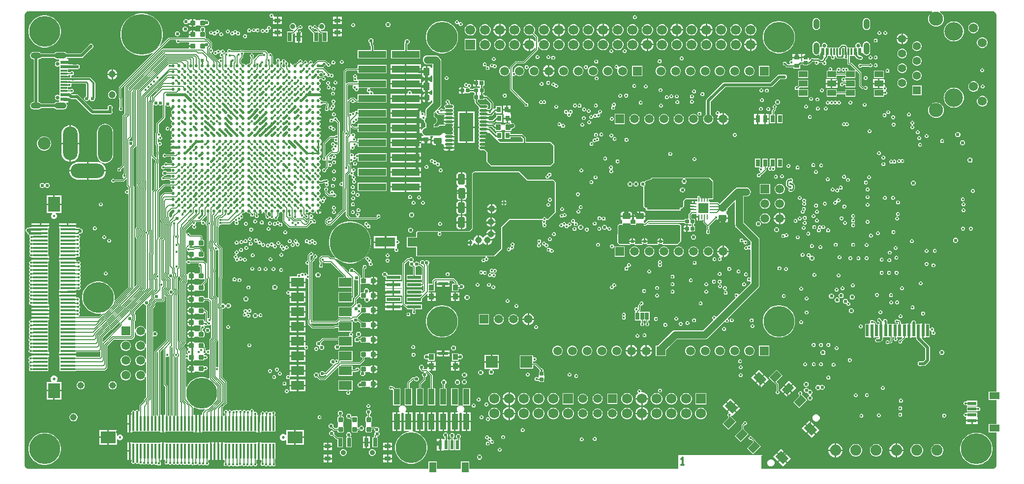
<source format=gtl>
G04*
G04 #@! TF.GenerationSoftware,Altium Limited,Altium Designer,24.10.1 (45)*
G04*
G04 Layer_Physical_Order=1*
G04 Layer_Color=255*
%FSLAX44Y44*%
%MOMM*%
G71*
G04*
G04 #@! TF.SameCoordinates,ABE7D74E-C01C-4B96-B217-1A688C40366F*
G04*
G04*
G04 #@! TF.FilePolarity,Positive*
G04*
G01*
G75*
%ADD13C,0.2540*%
%ADD16C,0.3048*%
%ADD18C,0.1270*%
%ADD19C,0.2032*%
%ADD20C,0.3810*%
%ADD26R,4.7500X1.2000*%
%ADD27R,0.9000X1.0000*%
%ADD28R,1.7000X0.5500*%
%ADD29R,9.0932X2.3876*%
%ADD30R,1.0000X2.7500*%
%ADD31R,2.1600X1.5200*%
%ADD32R,0.3500X2.5000*%
%ADD33R,2.5000X2.0000*%
%ADD34R,3.5000X1.6000*%
%ADD35R,2.4000X0.6000*%
%ADD36R,2.5000X0.3500*%
%ADD37R,2.0000X2.5000*%
G04:AMPARAMS|DCode=38|XSize=1.8mm|YSize=1.15mm|CornerRadius=0.1438mm|HoleSize=0mm|Usage=FLASHONLY|Rotation=270.000|XOffset=0mm|YOffset=0mm|HoleType=Round|Shape=RoundedRectangle|*
%AMROUNDEDRECTD38*
21,1,1.8000,0.8625,0,0,270.0*
21,1,1.5125,1.1500,0,0,270.0*
1,1,0.2875,-0.4313,-0.7563*
1,1,0.2875,-0.4313,0.7563*
1,1,0.2875,0.4313,0.7563*
1,1,0.2875,0.4313,-0.7563*
%
%ADD38ROUNDEDRECTD38*%
G04:AMPARAMS|DCode=39|XSize=0.8mm|YSize=0.8mm|CornerRadius=0.1mm|HoleSize=0mm|Usage=FLASHONLY|Rotation=180.000|XOffset=0mm|YOffset=0mm|HoleType=Round|Shape=RoundedRectangle|*
%AMROUNDEDRECTD39*
21,1,0.8000,0.6000,0,0,180.0*
21,1,0.6000,0.8000,0,0,180.0*
1,1,0.2000,-0.3000,0.3000*
1,1,0.2000,0.3000,0.3000*
1,1,0.2000,0.3000,-0.3000*
1,1,0.2000,-0.3000,-0.3000*
%
%ADD39ROUNDEDRECTD39*%
G04:AMPARAMS|DCode=40|XSize=1mm|YSize=0.9mm|CornerRadius=0.1125mm|HoleSize=0mm|Usage=FLASHONLY|Rotation=270.000|XOffset=0mm|YOffset=0mm|HoleType=Round|Shape=RoundedRectangle|*
%AMROUNDEDRECTD40*
21,1,1.0000,0.6750,0,0,270.0*
21,1,0.7750,0.9000,0,0,270.0*
1,1,0.2250,-0.3375,-0.3875*
1,1,0.2250,-0.3375,0.3875*
1,1,0.2250,0.3375,0.3875*
1,1,0.2250,0.3375,-0.3875*
%
%ADD40ROUNDEDRECTD40*%
G04:AMPARAMS|DCode=41|XSize=1.4mm|YSize=1mm|CornerRadius=0.125mm|HoleSize=0mm|Usage=FLASHONLY|Rotation=270.000|XOffset=0mm|YOffset=0mm|HoleType=Round|Shape=RoundedRectangle|*
%AMROUNDEDRECTD41*
21,1,1.4000,0.7500,0,0,270.0*
21,1,1.1500,1.0000,0,0,270.0*
1,1,0.2500,-0.3750,-0.5750*
1,1,0.2500,-0.3750,0.5750*
1,1,0.2500,0.3750,0.5750*
1,1,0.2500,0.3750,-0.5750*
%
%ADD41ROUNDEDRECTD41*%
G04:AMPARAMS|DCode=42|XSize=1.4mm|YSize=1mm|CornerRadius=0.125mm|HoleSize=0mm|Usage=FLASHONLY|Rotation=0.000|XOffset=0mm|YOffset=0mm|HoleType=Round|Shape=RoundedRectangle|*
%AMROUNDEDRECTD42*
21,1,1.4000,0.7500,0,0,0.0*
21,1,1.1500,1.0000,0,0,0.0*
1,1,0.2500,0.5750,-0.3750*
1,1,0.2500,-0.5750,-0.3750*
1,1,0.2500,-0.5750,0.3750*
1,1,0.2500,0.5750,0.3750*
%
%ADD42ROUNDEDRECTD42*%
%ADD43R,0.7500X0.9500*%
%ADD44O,1.4000X0.4500*%
%ADD45R,2.3600X4.9400*%
%ADD46R,0.9500X0.7500*%
%ADD47R,0.6400X0.6400*%
G04:AMPARAMS|DCode=48|XSize=0.6mm|YSize=0.6mm|CornerRadius=0.06mm|HoleSize=0mm|Usage=FLASHONLY|Rotation=270.000|XOffset=0mm|YOffset=0mm|HoleType=Round|Shape=RoundedRectangle|*
%AMROUNDEDRECTD48*
21,1,0.6000,0.4800,0,0,270.0*
21,1,0.4800,0.6000,0,0,270.0*
1,1,0.1200,-0.2400,-0.2400*
1,1,0.1200,-0.2400,0.2400*
1,1,0.1200,0.2400,0.2400*
1,1,0.1200,0.2400,-0.2400*
%
%ADD48ROUNDEDRECTD48*%
%ADD49R,1.1500X0.3000*%
%ADD50R,1.1500X0.6000*%
%ADD51R,0.6000X1.5500*%
%ADD52R,1.2000X1.8000*%
%ADD53R,0.7000X1.5000*%
%ADD54R,1.0000X0.8000*%
%ADD55C,0.5300*%
%ADD56R,0.5001X2.0000*%
%ADD57R,1.5000X1.0000*%
%ADD58R,0.6000X1.1500*%
%ADD59R,0.6400X0.6400*%
%ADD60R,0.7600X1.2700*%
%ADD61R,1.5500X0.6000*%
G04:AMPARAMS|DCode=62|XSize=1.9mm|YSize=1.4mm|CornerRadius=0mm|HoleSize=0mm|Usage=FLASHONLY|Rotation=135.000|XOffset=0mm|YOffset=0mm|HoleType=Round|Shape=Rectangle|*
%AMROTATEDRECTD62*
4,1,4,1.1667,-0.1768,0.1768,-1.1667,-1.1667,0.1768,-0.1768,1.1667,1.1667,-0.1768,0.0*
%
%ADD62ROTATEDRECTD62*%

%ADD63O,0.9000X0.2500*%
%ADD64R,1.8000X1.8000*%
%ADD65O,0.2500X0.9000*%
G04:AMPARAMS|DCode=66|XSize=1.7mm|YSize=1.2mm|CornerRadius=0mm|HoleSize=0mm|Usage=FLASHONLY|Rotation=45.000|XOffset=0mm|YOffset=0mm|HoleType=Round|Shape=Rectangle|*
%AMROTATEDRECTD66*
4,1,4,-0.1768,-1.0253,-1.0253,-0.1768,0.1768,1.0253,1.0253,0.1768,-0.1768,-1.0253,0.0*
%
%ADD66ROTATEDRECTD66*%

%ADD67R,2.0000X2.0000*%
G04:AMPARAMS|DCode=68|XSize=0.6mm|YSize=0.6mm|CornerRadius=0.06mm|HoleSize=0mm|Usage=FLASHONLY|Rotation=180.000|XOffset=0mm|YOffset=0mm|HoleType=Round|Shape=RoundedRectangle|*
%AMROUNDEDRECTD68*
21,1,0.6000,0.4800,0,0,180.0*
21,1,0.4800,0.6000,0,0,180.0*
1,1,0.1200,-0.2400,0.2400*
1,1,0.1200,0.2400,0.2400*
1,1,0.1200,0.2400,-0.2400*
1,1,0.1200,-0.2400,-0.2400*
%
%ADD68ROUNDEDRECTD68*%
%ADD69R,5.7000X1.6000*%
%ADD70R,0.6350X1.2700*%
%ADD71R,0.3000X1.1500*%
G04:AMPARAMS|DCode=72|XSize=0.8mm|YSize=0.8mm|CornerRadius=0.1mm|HoleSize=0mm|Usage=FLASHONLY|Rotation=270.000|XOffset=0mm|YOffset=0mm|HoleType=Round|Shape=RoundedRectangle|*
%AMROUNDEDRECTD72*
21,1,0.8000,0.6000,0,0,270.0*
21,1,0.6000,0.8000,0,0,270.0*
1,1,0.2000,-0.3000,-0.3000*
1,1,0.2000,-0.3000,0.3000*
1,1,0.2000,0.3000,0.3000*
1,1,0.2000,0.3000,-0.3000*
%
%ADD72ROUNDEDRECTD72*%
%ADD73R,1.8000X1.2000*%
G04:AMPARAMS|DCode=123|XSize=1mm|YSize=1.8mm|CornerRadius=0.5mm|HoleSize=0mm|Usage=FLASHONLY|Rotation=270.000|XOffset=0mm|YOffset=0mm|HoleType=Round|Shape=RoundedRectangle|*
%AMROUNDEDRECTD123*
21,1,1.0000,0.8000,0,0,270.0*
21,1,0.0000,1.8000,0,0,270.0*
1,1,1.0000,-0.4000,0.0000*
1,1,1.0000,-0.4000,0.0000*
1,1,1.0000,0.4000,0.0000*
1,1,1.0000,0.4000,0.0000*
%
%ADD123ROUNDEDRECTD123*%
G04:AMPARAMS|DCode=124|XSize=1mm|YSize=2.1mm|CornerRadius=0.5mm|HoleSize=0mm|Usage=FLASHONLY|Rotation=270.000|XOffset=0mm|YOffset=0mm|HoleType=Round|Shape=RoundedRectangle|*
%AMROUNDEDRECTD124*
21,1,1.0000,1.1000,0,0,270.0*
21,1,0.0000,2.1000,0,0,270.0*
1,1,1.0000,-0.5500,0.0000*
1,1,1.0000,-0.5500,0.0000*
1,1,1.0000,0.5500,0.0000*
1,1,1.0000,0.5500,0.0000*
%
%ADD124ROUNDEDRECTD124*%
%ADD125C,0.6500*%
%ADD127C,0.9000*%
%ADD130C,1.3900*%
%ADD135C,1.5700*%
%ADD138C,3.2000*%
%ADD139R,1.3900X1.3900*%
%ADD140C,2.4500*%
G04:AMPARAMS|DCode=141|XSize=1mm|YSize=1.8mm|CornerRadius=0.5mm|HoleSize=0mm|Usage=FLASHONLY|Rotation=180.000|XOffset=0mm|YOffset=0mm|HoleType=Round|Shape=RoundedRectangle|*
%AMROUNDEDRECTD141*
21,1,1.0000,0.8000,0,0,180.0*
21,1,0.0000,1.8000,0,0,180.0*
1,1,1.0000,0.0000,0.4000*
1,1,1.0000,0.0000,0.4000*
1,1,1.0000,0.0000,-0.4000*
1,1,1.0000,0.0000,-0.4000*
%
%ADD141ROUNDEDRECTD141*%
G04:AMPARAMS|DCode=142|XSize=1mm|YSize=2.1mm|CornerRadius=0.5mm|HoleSize=0mm|Usage=FLASHONLY|Rotation=180.000|XOffset=0mm|YOffset=0mm|HoleType=Round|Shape=RoundedRectangle|*
%AMROUNDEDRECTD142*
21,1,1.0000,1.1000,0,0,180.0*
21,1,0.0000,2.1000,0,0,180.0*
1,1,1.0000,0.0000,0.5500*
1,1,1.0000,0.0000,0.5500*
1,1,1.0000,0.0000,-0.5500*
1,1,1.0000,0.0000,-0.5500*
%
%ADD142ROUNDEDRECTD142*%
%ADD145C,0.5080*%
%ADD146C,1.2700*%
%ADD147C,0.1524*%
%ADD148C,0.6350*%
%ADD149C,0.7620*%
%ADD150C,0.4750*%
%ADD151C,0.3750*%
G04:AMPARAMS|DCode=152|XSize=5.8mm|YSize=2.5mm|CornerRadius=1.25mm|HoleSize=0mm|Usage=FLASHONLY|Rotation=0.000|XOffset=0mm|YOffset=0mm|HoleType=Round|Shape=RoundedRectangle|*
%AMROUNDEDRECTD152*
21,1,5.8000,0.0000,0,0,0.0*
21,1,3.3000,2.5000,0,0,0.0*
1,1,2.5000,1.6500,0.0000*
1,1,2.5000,-1.6500,0.0000*
1,1,2.5000,-1.6500,0.0000*
1,1,2.5000,1.6500,0.0000*
%
%ADD152ROUNDEDRECTD152*%
G04:AMPARAMS|DCode=153|XSize=5.8mm|YSize=2.5mm|CornerRadius=1.25mm|HoleSize=0mm|Usage=FLASHONLY|Rotation=270.000|XOffset=0mm|YOffset=0mm|HoleType=Round|Shape=RoundedRectangle|*
%AMROUNDEDRECTD153*
21,1,5.8000,0.0000,0,0,270.0*
21,1,3.3000,2.5000,0,0,270.0*
1,1,2.5000,0.0000,-1.6500*
1,1,2.5000,0.0000,1.6500*
1,1,2.5000,0.0000,1.6500*
1,1,2.5000,0.0000,-1.6500*
%
%ADD153ROUNDEDRECTD153*%
G04:AMPARAMS|DCode=154|XSize=6.5mm|YSize=2.5mm|CornerRadius=1.25mm|HoleSize=0mm|Usage=FLASHONLY|Rotation=270.000|XOffset=0mm|YOffset=0mm|HoleType=Round|Shape=RoundedRectangle|*
%AMROUNDEDRECTD154*
21,1,6.5000,0.0000,0,0,270.0*
21,1,4.0000,2.5000,0,0,270.0*
1,1,2.5000,0.0000,-2.0000*
1,1,2.5000,0.0000,2.0000*
1,1,2.5000,0.0000,2.0000*
1,1,2.5000,0.0000,-2.0000*
%
%ADD154ROUNDEDRECTD154*%
%ADD155C,2.2000*%
%ADD156C,1.5000*%
%ADD157R,1.5000X1.5000*%
%ADD158C,0.3556*%
%ADD159C,5.3000*%
%ADD160C,7.0000*%
%ADD161R,1.5000X1.5000*%
%ADD162C,0.6000*%
%ADD163C,1.7000*%
%ADD164C,1.9000*%
%ADD165C,1.7272*%
%ADD166C,1.2000*%
%ADD167R,1.7000X1.7000*%
%ADD168R,1.6764X1.6764*%
%ADD169C,0.6096*%
%ADD170C,0.4064*%
%ADD171C,1.1430*%
%ADD172C,0.6000*%
%ADD173C,0.5000*%
G36*
X1306619Y94401D02*
X1306959Y93131D01*
X1304998Y91999D01*
X1302481Y89481D01*
X1300701Y86398D01*
X1299780Y82960D01*
Y79400D01*
X1300701Y75961D01*
X1302481Y72878D01*
X1304998Y70361D01*
X1308082Y68581D01*
X1311520Y67660D01*
X1315080D01*
X1318519Y68581D01*
X1321601Y70361D01*
X1324119Y72878D01*
X1325899Y75961D01*
X1326820Y79400D01*
Y82960D01*
X1325899Y86398D01*
X1324119Y89481D01*
X1321601Y91999D01*
X1319641Y93131D01*
X1319981Y94401D01*
X1409900D01*
X1410641D01*
X1412094Y94112D01*
X1413462Y93545D01*
X1414694Y92722D01*
X1415742Y91674D01*
X1416565Y90442D01*
X1417132Y89074D01*
X1417421Y87621D01*
Y86880D01*
Y-561550D01*
X1403490D01*
Y-576090D01*
X1417421D01*
Y-617550D01*
X1403490D01*
Y-632090D01*
X1417421D01*
Y-687720D01*
Y-688461D01*
X1417132Y-689914D01*
X1416565Y-691282D01*
X1415742Y-692514D01*
X1414694Y-693562D01*
X1413462Y-694385D01*
X1412094Y-694952D01*
X1410641Y-695241D01*
X1409900D01*
X1012444Y-695241D01*
Y-673354D01*
X1013460Y-672338D01*
X1013460Y-672338D01*
X1014222Y-671576D01*
X1013714Y-671068D01*
X1012934Y-671068D01*
X1012934Y-671068D01*
X998012D01*
X997989Y-669798D01*
X998863Y-668923D01*
X1011789Y-655998D01*
X1001660Y-645869D01*
X1001534Y-645236D01*
X1001113Y-644606D01*
X999238Y-642730D01*
X998608Y-642309D01*
X997864Y-642161D01*
X997771D01*
X997218Y-641609D01*
Y-640929D01*
X996715Y-639716D01*
X995787Y-638787D01*
X994573Y-638284D01*
X993259D01*
X992046Y-638787D01*
X991117Y-639716D01*
X990614Y-640929D01*
Y-642243D01*
X991117Y-643457D01*
X992046Y-644386D01*
X993259Y-644888D01*
X994573D01*
X994878Y-644762D01*
X995593Y-645477D01*
X995593Y-645477D01*
X996223Y-645898D01*
X996966Y-646046D01*
X997798Y-646902D01*
Y-649426D01*
X987691Y-659533D01*
X997074Y-668917D01*
X997955Y-669798D01*
X997932Y-671068D01*
X869696D01*
Y-695241D01*
X509870Y-695240D01*
Y-681900D01*
X495330D01*
Y-695240D01*
X453870D01*
Y-681900D01*
X439330D01*
Y-695240D01*
X-248380Y-695240D01*
X-248381Y-695241D01*
X-248382Y-695240D01*
X-248703Y-695241D01*
X-249441D01*
X-250894Y-694952D01*
X-252262Y-694385D01*
X-253494Y-693562D01*
X-254542Y-692514D01*
X-255365Y-691282D01*
X-255932Y-689914D01*
X-256221Y-688461D01*
Y-687720D01*
Y86880D01*
Y87621D01*
X-255932Y89074D01*
X-255365Y90442D01*
X-254542Y91674D01*
X-253494Y92722D01*
X-252262Y93545D01*
X-250894Y94112D01*
X-249441Y94401D01*
X-248880Y94401D01*
X-248879Y94401D01*
X1306619Y94401D01*
D02*
G37*
%LPC*%
G36*
X795169Y87376D02*
X793855D01*
X792642Y86873D01*
X791713Y85944D01*
X791210Y84731D01*
Y83417D01*
X791713Y82204D01*
X792642Y81275D01*
X793855Y80772D01*
X795169D01*
X796382Y81275D01*
X797311Y82204D01*
X797814Y83417D01*
Y84731D01*
X797311Y85944D01*
X796382Y86873D01*
X795169Y87376D01*
D02*
G37*
G36*
X289920Y85000D02*
X283650D01*
Y79730D01*
X289920D01*
Y85000D01*
D02*
G37*
G36*
X186920D02*
X180650D01*
Y79730D01*
X186920D01*
Y85000D01*
D02*
G37*
G36*
X169661Y90264D02*
X168347D01*
X167134Y89761D01*
X166205Y88832D01*
X165702Y87619D01*
Y86305D01*
X166205Y85091D01*
X167134Y84163D01*
X168347Y83660D01*
X169661D01*
X170570Y84037D01*
X171509Y83617D01*
X171840Y83332D01*
Y79730D01*
X178110D01*
Y85000D01*
X173140D01*
X172291Y86270D01*
X172306Y86305D01*
Y87619D01*
X171803Y88832D01*
X170874Y89761D01*
X169661Y90264D01*
D02*
G37*
G36*
X281110Y85000D02*
X274840D01*
Y79730D01*
X281110D01*
Y85000D01*
D02*
G37*
G36*
X32281Y80949D02*
X30552D01*
X29170Y80675D01*
X27999Y79892D01*
X27217Y78721D01*
X27180Y78534D01*
X25859Y78404D01*
X25759Y78646D01*
X24544Y79861D01*
X22957Y80518D01*
X21239D01*
X19652Y79861D01*
X18437Y78646D01*
X17780Y77059D01*
Y75341D01*
X18437Y73754D01*
X19652Y72539D01*
X21239Y71882D01*
X22957D01*
X24544Y72539D01*
X25672Y73668D01*
X26082Y73628D01*
X26942Y73293D01*
Y71340D01*
X27217Y69959D01*
X27999Y68788D01*
X29170Y68005D01*
X30552Y67731D01*
X32281D01*
Y74340D01*
Y80949D01*
D02*
G37*
G36*
X289920Y77190D02*
X283650D01*
Y71920D01*
X289920D01*
Y77190D01*
D02*
G37*
G36*
X281110D02*
X274840D01*
Y71920D01*
X281110D01*
Y77190D01*
D02*
G37*
G36*
X186920D02*
X180650D01*
Y71920D01*
X186920D01*
Y77190D01*
D02*
G37*
G36*
X178110D02*
X171840D01*
Y71920D01*
X178110D01*
Y77190D01*
D02*
G37*
G36*
X36551Y80949D02*
X34821D01*
Y74340D01*
Y67731D01*
X36551D01*
X37933Y68005D01*
X39104Y68788D01*
X39473Y69340D01*
X46459D01*
X46666Y69202D01*
X47551Y69026D01*
X53552D01*
X54437Y69202D01*
X55188Y69703D01*
X55690Y70454D01*
X55805Y70516D01*
X56799Y70104D01*
X58517D01*
X60104Y70761D01*
X61319Y71976D01*
X61976Y73563D01*
Y75281D01*
X61319Y76868D01*
X60104Y78083D01*
X58517Y78740D01*
X56799D01*
X55661Y78269D01*
X55188Y78977D01*
X54437Y79478D01*
X53552Y79654D01*
X47551D01*
X46666Y79478D01*
X46459Y79340D01*
X39473D01*
X39104Y79892D01*
X37933Y80675D01*
X36551Y80949D01*
D02*
G37*
G36*
X489099Y78994D02*
X487785D01*
X486572Y78491D01*
X485643Y77562D01*
X485140Y76349D01*
Y75035D01*
X485643Y73822D01*
X486572Y72893D01*
X487785Y72390D01*
X489099D01*
X490312Y72893D01*
X491490Y72274D01*
Y71733D01*
X491993Y70520D01*
X492922Y69591D01*
X494135Y69088D01*
X495449D01*
X496662Y69591D01*
X497591Y70520D01*
X498094Y71733D01*
Y73047D01*
X497591Y74260D01*
X496662Y75189D01*
X495449Y75692D01*
X494135D01*
X492922Y75189D01*
X491744Y75808D01*
Y76349D01*
X491241Y77562D01*
X490312Y78491D01*
X489099Y78994D01*
D02*
G37*
G36*
X310537Y73914D02*
X309223D01*
X308010Y73411D01*
X307081Y72482D01*
X306578Y71269D01*
Y69955D01*
X307081Y68742D01*
X308010Y67813D01*
X309223Y67310D01*
X310537D01*
X311750Y67813D01*
X312679Y68742D01*
X313182Y69955D01*
Y71269D01*
X312679Y72482D01*
X311750Y73411D01*
X310537Y73914D01*
D02*
G37*
G36*
X370683Y75438D02*
X368965D01*
X367378Y74781D01*
X366163Y73566D01*
X365506Y71979D01*
Y70261D01*
X366163Y68674D01*
X367378Y67459D01*
X368965Y66802D01*
X370683D01*
X372270Y67459D01*
X373485Y68674D01*
X374142Y70261D01*
Y71979D01*
X373485Y73566D01*
X372270Y74781D01*
X370683Y75438D01*
D02*
G37*
G36*
X257028Y73730D02*
X254732D01*
X252612Y72852D01*
X250988Y71228D01*
X250110Y69108D01*
Y66812D01*
X250127Y66772D01*
X249050Y66053D01*
X246673Y68429D01*
X246560Y68505D01*
X246385Y68926D01*
X245456Y69855D01*
X244243Y70358D01*
X242929D01*
X241716Y69855D01*
X240787Y68926D01*
X240284Y67713D01*
Y66399D01*
X240787Y65186D01*
X241716Y64257D01*
X242929Y63754D01*
X244243D01*
X245383Y64226D01*
X249206Y60403D01*
X248720Y59230D01*
X243857D01*
X238460Y64626D01*
X238511Y64678D01*
X239014Y65891D01*
Y67205D01*
X238511Y68418D01*
X237582Y69347D01*
X236369Y69850D01*
X235055D01*
X233842Y69347D01*
X232913Y68418D01*
X232410Y67205D01*
Y65891D01*
X232913Y64678D01*
X233842Y63749D01*
X234072Y63653D01*
X234339Y63255D01*
X241110Y56483D01*
Y41690D01*
X250650D01*
Y57300D01*
X251823Y57786D01*
X253657Y55952D01*
X253657Y55952D01*
X254288Y55531D01*
X255031Y55383D01*
X256110D01*
Y41690D01*
X265650D01*
Y59230D01*
X258203D01*
X258015Y59267D01*
X255835D01*
X253973Y61130D01*
X254692Y62207D01*
X254732Y62190D01*
X257028D01*
X259148Y63068D01*
X260772Y64692D01*
X261650Y66812D01*
Y69108D01*
X260772Y71228D01*
X259148Y72852D01*
X257028Y73730D01*
D02*
G37*
G36*
X207028D02*
X204732D01*
X202612Y72852D01*
X200988Y71228D01*
X200110Y69108D01*
Y66812D01*
X200988Y64692D01*
X202612Y63068D01*
X204732Y62190D01*
X206803D01*
X207239Y61566D01*
X207426Y61017D01*
X205676Y59267D01*
X203745D01*
X203745Y59267D01*
X203557Y59230D01*
X196110D01*
Y41690D01*
X205650D01*
Y55383D01*
X206481D01*
X207224Y55531D01*
X207854Y55952D01*
X208667Y56764D01*
X209840Y56278D01*
Y51730D01*
X214610D01*
Y60500D01*
X214062D01*
X213576Y61673D01*
X216619Y64716D01*
X217078Y64257D01*
X218291Y63754D01*
X219605D01*
X220818Y64257D01*
X221747Y65186D01*
X222250Y66399D01*
Y67713D01*
X221747Y68926D01*
X220818Y69855D01*
X219605Y70358D01*
X218291D01*
X217078Y69855D01*
X216221Y68998D01*
X216212D01*
X215469Y68850D01*
X214839Y68429D01*
X214839Y68429D01*
X212823Y66414D01*
X212274Y66601D01*
X211650Y67037D01*
Y69108D01*
X210772Y71228D01*
X209148Y72852D01*
X207028Y73730D01*
D02*
G37*
G36*
X919153Y73320D02*
X918970D01*
Y63550D01*
X928740D01*
Y63733D01*
X927988Y66541D01*
X926534Y69059D01*
X924479Y71114D01*
X921961Y72568D01*
X919153Y73320D01*
D02*
G37*
G36*
X916430D02*
X916247D01*
X913439Y72568D01*
X910921Y71114D01*
X908866Y69059D01*
X907412Y66541D01*
X906660Y63733D01*
Y63550D01*
X916430D01*
Y73320D01*
D02*
G37*
G36*
X868353D02*
X868170D01*
Y63550D01*
X877940D01*
Y63733D01*
X877188Y66541D01*
X875734Y69059D01*
X873679Y71114D01*
X871161Y72568D01*
X868353Y73320D01*
D02*
G37*
G36*
X865630D02*
X865447D01*
X862639Y72568D01*
X860121Y71114D01*
X858066Y69059D01*
X856612Y66541D01*
X855860Y63733D01*
Y63550D01*
X865630D01*
Y73320D01*
D02*
G37*
G36*
X741353D02*
X741170D01*
Y63550D01*
X750940D01*
Y63733D01*
X750188Y66541D01*
X748734Y69059D01*
X746679Y71114D01*
X744161Y72568D01*
X741353Y73320D01*
D02*
G37*
G36*
X738630D02*
X738447D01*
X735639Y72568D01*
X733121Y71114D01*
X731066Y69059D01*
X729612Y66541D01*
X728860Y63733D01*
Y63550D01*
X738630D01*
Y73320D01*
D02*
G37*
G36*
X665153D02*
X664970D01*
Y63550D01*
X674740D01*
Y63733D01*
X673988Y66541D01*
X672534Y69059D01*
X670479Y71114D01*
X667961Y72568D01*
X665153Y73320D01*
D02*
G37*
G36*
X662430D02*
X662247D01*
X659439Y72568D01*
X656921Y71114D01*
X654866Y69059D01*
X653412Y66541D01*
X652660Y63733D01*
Y63550D01*
X662430D01*
Y73320D01*
D02*
G37*
G36*
X563553D02*
X563370D01*
Y63550D01*
X573140D01*
Y63733D01*
X572388Y66541D01*
X570934Y69059D01*
X568879Y71114D01*
X566361Y72568D01*
X563553Y73320D01*
D02*
G37*
G36*
X560830D02*
X560647D01*
X557839Y72568D01*
X555321Y71114D01*
X553266Y69059D01*
X551812Y66541D01*
X551060Y63733D01*
Y63550D01*
X560830D01*
Y73320D01*
D02*
G37*
G36*
X165538Y69180D02*
X164225D01*
X163011Y68677D01*
X162082Y67748D01*
X161579Y66534D01*
Y65221D01*
X160707Y64008D01*
X160379D01*
X159166Y63505D01*
X158237Y62576D01*
X158167Y62409D01*
X156793D01*
X156723Y62576D01*
X155794Y63505D01*
X154581Y64008D01*
X153267D01*
X152054Y63505D01*
X151125Y62576D01*
X150622Y61363D01*
Y60049D01*
X151125Y58836D01*
X152054Y57907D01*
X153267Y57404D01*
X154581D01*
X155794Y57907D01*
X156723Y58836D01*
X156793Y59003D01*
X158167D01*
X158237Y58836D01*
X159166Y57907D01*
X160379Y57404D01*
X161693D01*
X162906Y57907D01*
X163835Y58836D01*
X164338Y60049D01*
Y61363D01*
X165210Y62576D01*
X165538D01*
X166752Y63078D01*
X167681Y64007D01*
X168183Y65221D01*
Y66534D01*
X167681Y67748D01*
X166752Y68677D01*
X165538Y69180D01*
D02*
G37*
G36*
X1193300Y82523D02*
X1190854Y82036D01*
X1188780Y80650D01*
X1187394Y78576D01*
X1186907Y76130D01*
Y68130D01*
X1187394Y65684D01*
X1188780Y63610D01*
X1190854Y62224D01*
X1193300Y61737D01*
X1195746Y62224D01*
X1197820Y63610D01*
X1199206Y65684D01*
X1199693Y68130D01*
Y76130D01*
X1199206Y78576D01*
X1197820Y80650D01*
X1195746Y82036D01*
X1193300Y82523D01*
D02*
G37*
G36*
X1106900D02*
X1104454Y82036D01*
X1102380Y80650D01*
X1100994Y78576D01*
X1100507Y76130D01*
Y68130D01*
X1100994Y65684D01*
X1102380Y63610D01*
X1104454Y62224D01*
X1106900Y61737D01*
X1109346Y62224D01*
X1111420Y63610D01*
X1112806Y65684D01*
X1113293Y68130D01*
Y76130D01*
X1112806Y78576D01*
X1111420Y80650D01*
X1109346Y82036D01*
X1106900Y82523D01*
D02*
G37*
G36*
X21433Y67818D02*
X19715D01*
X18128Y67161D01*
X16913Y65946D01*
X16256Y64359D01*
Y62641D01*
X16913Y61054D01*
X18128Y59839D01*
X19715Y59182D01*
X21433D01*
X23020Y59839D01*
X24235Y61054D01*
X24892Y62641D01*
Y64359D01*
X24235Y65946D01*
X23020Y67161D01*
X21433Y67818D01*
D02*
G37*
G36*
X289920Y64000D02*
X283650D01*
Y58730D01*
X289920D01*
Y64000D01*
D02*
G37*
G36*
X186920D02*
X180650D01*
Y58730D01*
X186920D01*
Y64000D01*
D02*
G37*
G36*
X178110D02*
X171840D01*
Y58730D01*
X178110D01*
Y64000D01*
D02*
G37*
G36*
X281110D02*
X274840D01*
Y58730D01*
X281110D01*
Y64000D01*
D02*
G37*
G36*
X76857Y62992D02*
X75543D01*
X74330Y62489D01*
X73401Y61560D01*
X72898Y60347D01*
Y60092D01*
X71777Y59182D01*
X70463D01*
X69250Y58679D01*
X67900Y59126D01*
X67799Y59370D01*
X66870Y60299D01*
X65657Y60802D01*
X64343D01*
X63130Y60299D01*
X62201Y59370D01*
X61698Y58157D01*
Y56843D01*
X62201Y55630D01*
X63130Y54701D01*
X64343Y54198D01*
X65657D01*
X66870Y54701D01*
X68219Y54254D01*
X68321Y54010D01*
X69250Y53081D01*
X70463Y52578D01*
X71777D01*
X72990Y53081D01*
X73919Y54010D01*
X74422Y55223D01*
Y55478D01*
X75543Y56388D01*
X76857D01*
X78070Y56891D01*
X78999Y57820D01*
X79502Y59033D01*
Y60347D01*
X78999Y61560D01*
X78070Y62489D01*
X76857Y62992D01*
D02*
G37*
G36*
X139341Y65024D02*
X138027D01*
X136814Y64521D01*
X135885Y63592D01*
X135382Y62379D01*
Y61065D01*
X135885Y59852D01*
X136814Y58923D01*
X138027Y58420D01*
X139341D01*
X140554Y58923D01*
X140968Y59337D01*
X142032Y59556D01*
X142562Y59271D01*
X143164Y58669D01*
X144377Y58166D01*
X145691D01*
X146904Y58669D01*
X147833Y59598D01*
X148336Y60811D01*
Y62125D01*
X147833Y63338D01*
X146904Y64267D01*
X145691Y64770D01*
X144377D01*
X143164Y64267D01*
X142750Y63854D01*
X141686Y63634D01*
X141156Y63919D01*
X140554Y64521D01*
X139341Y65024D01*
D02*
G37*
G36*
X131467Y64262D02*
X130153D01*
X128940Y63759D01*
X128011Y62830D01*
X127508Y61617D01*
Y60303D01*
X128011Y59090D01*
X128940Y58161D01*
X130153Y57658D01*
X131467D01*
X132680Y58161D01*
X133609Y59090D01*
X134112Y60303D01*
Y61617D01*
X133609Y62830D01*
X132680Y63759D01*
X131467Y64262D01*
D02*
G37*
G36*
X1378801Y74800D02*
X1376399D01*
X1374080Y74178D01*
X1372000Y72978D01*
X1370302Y71280D01*
X1369102Y69200D01*
X1368480Y66881D01*
Y64479D01*
X1369102Y62160D01*
X1370302Y60080D01*
X1372000Y58382D01*
X1374080Y57182D01*
X1376399Y56560D01*
X1378801D01*
X1381120Y57182D01*
X1383200Y58382D01*
X1384898Y60080D01*
X1386098Y62160D01*
X1386720Y64479D01*
Y66881D01*
X1386098Y69200D01*
X1384898Y71280D01*
X1383200Y72978D01*
X1381120Y74178D01*
X1378801Y74800D01*
D02*
G37*
G36*
X94637Y62992D02*
X93323D01*
X92110Y62489D01*
X91181Y61560D01*
X90678Y60347D01*
Y59033D01*
X91181Y57820D01*
X92110Y56891D01*
X93323Y56388D01*
X94637D01*
X95850Y56891D01*
X96779Y57820D01*
X97282Y59033D01*
Y60347D01*
X96779Y61560D01*
X95850Y62489D01*
X94637Y62992D01*
D02*
G37*
G36*
X32281Y60949D02*
X30552D01*
X29170Y60675D01*
X27999Y59892D01*
X27217Y58721D01*
X26942Y57340D01*
Y55610D01*
X32281D01*
Y60949D01*
D02*
G37*
G36*
X1226377Y60424D02*
X1225063D01*
X1223850Y59921D01*
X1222921Y58993D01*
X1222418Y57779D01*
Y56465D01*
X1222921Y55252D01*
X1223850Y54323D01*
X1225063Y53820D01*
X1226377D01*
X1227591Y54323D01*
X1228520Y55252D01*
X1229022Y56465D01*
Y57779D01*
X1228520Y58993D01*
X1227591Y59921D01*
X1226377Y60424D01*
D02*
G37*
G36*
X1216377D02*
X1215063D01*
X1213850Y59921D01*
X1212921Y58993D01*
X1212418Y57779D01*
Y56465D01*
X1212921Y55252D01*
X1213850Y54323D01*
X1215063Y53820D01*
X1216377D01*
X1217591Y54323D01*
X1218520Y55252D01*
X1219022Y56465D01*
Y57779D01*
X1218520Y58993D01*
X1217591Y59921D01*
X1216377Y60424D01*
D02*
G37*
G36*
X107337Y61722D02*
X106023D01*
X104810Y61219D01*
X103881Y60290D01*
X103737Y59943D01*
X102257Y59182D01*
X100943D01*
X99730Y58679D01*
X98801Y57750D01*
X98298Y56537D01*
Y55223D01*
X98801Y54010D01*
X99730Y53081D01*
X100943Y52578D01*
X102257D01*
X103470Y53081D01*
X104399Y54010D01*
X104543Y54356D01*
X106023Y55118D01*
X107337D01*
X108817Y54356D01*
X108961Y54010D01*
X109890Y53081D01*
X111103Y52578D01*
X112417D01*
X113630Y53081D01*
X114559Y54010D01*
X115062Y55223D01*
Y56537D01*
X114559Y57750D01*
X113630Y58679D01*
X112417Y59182D01*
X111103D01*
X109623Y59943D01*
X109479Y60290D01*
X108550Y61219D01*
X107337Y61722D01*
D02*
G37*
G36*
X995186Y72050D02*
X992614D01*
X990129Y71384D01*
X987901Y70098D01*
X986082Y68279D01*
X984796Y66051D01*
X984130Y63566D01*
Y60994D01*
X984796Y58509D01*
X986082Y56281D01*
X987901Y54462D01*
X990129Y53176D01*
X992614Y52510D01*
X995186D01*
X997671Y53176D01*
X999899Y54462D01*
X1001718Y56281D01*
X1003004Y58509D01*
X1003670Y60994D01*
Y63566D01*
X1003004Y66051D01*
X1001718Y68279D01*
X999899Y70098D01*
X997671Y71384D01*
X995186Y72050D01*
D02*
G37*
G36*
X969786D02*
X967214D01*
X964729Y71384D01*
X962501Y70098D01*
X960682Y68279D01*
X959396Y66051D01*
X958730Y63566D01*
Y60994D01*
X959396Y58509D01*
X960682Y56281D01*
X962501Y54462D01*
X964729Y53176D01*
X967214Y52510D01*
X969786D01*
X972271Y53176D01*
X974499Y54462D01*
X976318Y56281D01*
X977604Y58509D01*
X978270Y60994D01*
Y63566D01*
X977604Y66051D01*
X976318Y68279D01*
X974499Y70098D01*
X972271Y71384D01*
X969786Y72050D01*
D02*
G37*
G36*
X944386D02*
X941814D01*
X939329Y71384D01*
X937101Y70098D01*
X935282Y68279D01*
X933996Y66051D01*
X933330Y63566D01*
Y60994D01*
X933996Y58509D01*
X935282Y56281D01*
X937101Y54462D01*
X939329Y53176D01*
X941814Y52510D01*
X944386D01*
X946871Y53176D01*
X949099Y54462D01*
X950918Y56281D01*
X952204Y58509D01*
X952870Y60994D01*
Y63566D01*
X952204Y66051D01*
X950918Y68279D01*
X949099Y70098D01*
X946871Y71384D01*
X944386Y72050D01*
D02*
G37*
G36*
X893586D02*
X891014D01*
X888529Y71384D01*
X886301Y70098D01*
X884482Y68279D01*
X883196Y66051D01*
X882530Y63566D01*
Y60994D01*
X883196Y58509D01*
X884482Y56281D01*
X886301Y54462D01*
X888529Y53176D01*
X891014Y52510D01*
X893586D01*
X896071Y53176D01*
X898299Y54462D01*
X900118Y56281D01*
X901404Y58509D01*
X902070Y60994D01*
Y63566D01*
X901404Y66051D01*
X900118Y68279D01*
X898299Y70098D01*
X896071Y71384D01*
X893586Y72050D01*
D02*
G37*
G36*
X842786D02*
X840214D01*
X837729Y71384D01*
X835501Y70098D01*
X833682Y68279D01*
X832396Y66051D01*
X831730Y63566D01*
Y60994D01*
X832396Y58509D01*
X833682Y56281D01*
X835501Y54462D01*
X837729Y53176D01*
X840214Y52510D01*
X842786D01*
X845271Y53176D01*
X847499Y54462D01*
X849318Y56281D01*
X850604Y58509D01*
X851270Y60994D01*
Y63566D01*
X850604Y66051D01*
X849318Y68279D01*
X847499Y70098D01*
X845271Y71384D01*
X842786Y72050D01*
D02*
G37*
G36*
X817386D02*
X814814D01*
X812329Y71384D01*
X810101Y70098D01*
X808282Y68279D01*
X806996Y66051D01*
X806330Y63566D01*
Y60994D01*
X806996Y58509D01*
X808282Y56281D01*
X810101Y54462D01*
X812329Y53176D01*
X814814Y52510D01*
X817386D01*
X819871Y53176D01*
X822099Y54462D01*
X823918Y56281D01*
X825204Y58509D01*
X825870Y60994D01*
Y63566D01*
X825204Y66051D01*
X823918Y68279D01*
X822099Y70098D01*
X819871Y71384D01*
X817386Y72050D01*
D02*
G37*
G36*
X791986D02*
X789414D01*
X786929Y71384D01*
X784701Y70098D01*
X782882Y68279D01*
X781596Y66051D01*
X780930Y63566D01*
Y60994D01*
X781596Y58509D01*
X782882Y56281D01*
X784701Y54462D01*
X786929Y53176D01*
X789414Y52510D01*
X791986D01*
X794471Y53176D01*
X796699Y54462D01*
X798518Y56281D01*
X799804Y58509D01*
X800470Y60994D01*
Y63566D01*
X799804Y66051D01*
X798518Y68279D01*
X796699Y70098D01*
X794471Y71384D01*
X791986Y72050D01*
D02*
G37*
G36*
X766586D02*
X764014D01*
X761529Y71384D01*
X759301Y70098D01*
X757482Y68279D01*
X756196Y66051D01*
X755530Y63566D01*
Y60994D01*
X756196Y58509D01*
X757482Y56281D01*
X759301Y54462D01*
X761529Y53176D01*
X764014Y52510D01*
X766586D01*
X769071Y53176D01*
X771299Y54462D01*
X773118Y56281D01*
X774404Y58509D01*
X775070Y60994D01*
Y63566D01*
X774404Y66051D01*
X773118Y68279D01*
X771299Y70098D01*
X769071Y71384D01*
X766586Y72050D01*
D02*
G37*
G36*
X715786D02*
X713214D01*
X710729Y71384D01*
X708501Y70098D01*
X706682Y68279D01*
X705396Y66051D01*
X704730Y63566D01*
Y60994D01*
X705396Y58509D01*
X706682Y56281D01*
X708501Y54462D01*
X710729Y53176D01*
X713214Y52510D01*
X715786D01*
X718271Y53176D01*
X720499Y54462D01*
X722318Y56281D01*
X723604Y58509D01*
X724270Y60994D01*
Y63566D01*
X723604Y66051D01*
X722318Y68279D01*
X720499Y70098D01*
X718271Y71384D01*
X715786Y72050D01*
D02*
G37*
G36*
X690386D02*
X687814D01*
X685329Y71384D01*
X683101Y70098D01*
X681282Y68279D01*
X679996Y66051D01*
X679330Y63566D01*
Y60994D01*
X679996Y58509D01*
X681282Y56281D01*
X683101Y54462D01*
X685329Y53176D01*
X687814Y52510D01*
X690386D01*
X692871Y53176D01*
X695099Y54462D01*
X696918Y56281D01*
X698204Y58509D01*
X698870Y60994D01*
Y63566D01*
X698204Y66051D01*
X696918Y68279D01*
X695099Y70098D01*
X692871Y71384D01*
X690386Y72050D01*
D02*
G37*
G36*
X639586D02*
X637014D01*
X634529Y71384D01*
X632301Y70098D01*
X630482Y68279D01*
X629196Y66051D01*
X628530Y63566D01*
Y60994D01*
X629196Y58509D01*
X630482Y56281D01*
X632301Y54462D01*
X634529Y53176D01*
X637014Y52510D01*
X639586D01*
X642071Y53176D01*
X644299Y54462D01*
X646118Y56281D01*
X647404Y58509D01*
X648070Y60994D01*
Y63566D01*
X647404Y66051D01*
X646118Y68279D01*
X644299Y70098D01*
X642071Y71384D01*
X639586Y72050D01*
D02*
G37*
G36*
X588786D02*
X586214D01*
X583729Y71384D01*
X581501Y70098D01*
X579682Y68279D01*
X578396Y66051D01*
X577730Y63566D01*
Y60994D01*
X578396Y58509D01*
X579682Y56281D01*
X581501Y54462D01*
X583729Y53176D01*
X586214Y52510D01*
X588786D01*
X591271Y53176D01*
X593499Y54462D01*
X595318Y56281D01*
X596604Y58509D01*
X597270Y60994D01*
Y63566D01*
X596604Y66051D01*
X595318Y68279D01*
X593499Y70098D01*
X591271Y71384D01*
X588786Y72050D01*
D02*
G37*
G36*
X537986D02*
X535414D01*
X532929Y71384D01*
X530701Y70098D01*
X528882Y68279D01*
X527596Y66051D01*
X526930Y63566D01*
Y60994D01*
X527596Y58509D01*
X528882Y56281D01*
X530701Y54462D01*
X532929Y53176D01*
X535414Y52510D01*
X537986D01*
X540471Y53176D01*
X542699Y54462D01*
X544518Y56281D01*
X545804Y58509D01*
X546470Y60994D01*
Y63566D01*
X545804Y66051D01*
X544518Y68279D01*
X542699Y70098D01*
X540471Y71384D01*
X537986Y72050D01*
D02*
G37*
G36*
X512586D02*
X510014D01*
X507529Y71384D01*
X505301Y70098D01*
X503482Y68279D01*
X502196Y66051D01*
X501530Y63566D01*
Y60994D01*
X502196Y58509D01*
X503482Y56281D01*
X505301Y54462D01*
X507529Y53176D01*
X510014Y52510D01*
X512586D01*
X515071Y53176D01*
X517299Y54462D01*
X519118Y56281D01*
X520404Y58509D01*
X521070Y60994D01*
Y63566D01*
X520404Y66051D01*
X519118Y68279D01*
X517299Y70098D01*
X515071Y71384D01*
X512586Y72050D01*
D02*
G37*
G36*
X221920Y60500D02*
X217150D01*
Y51730D01*
X221920D01*
Y60500D01*
D02*
G37*
G36*
X83207Y57912D02*
X81893D01*
X80680Y57409D01*
X79751Y56480D01*
X79248Y55267D01*
Y53953D01*
X79751Y52740D01*
X80680Y51811D01*
X81893Y51308D01*
X83207D01*
X84420Y51811D01*
X85349Y52740D01*
X85852Y53953D01*
Y55267D01*
X85349Y56480D01*
X84420Y57409D01*
X83207Y57912D01*
D02*
G37*
G36*
X7971Y59944D02*
X6253D01*
X4666Y59287D01*
X3451Y58072D01*
X2794Y56485D01*
Y54767D01*
X3451Y53180D01*
X4666Y51965D01*
X6253Y51308D01*
X7971D01*
X9558Y51965D01*
X10773Y53180D01*
X11430Y54767D01*
Y56485D01*
X10773Y58072D01*
X9558Y59287D01*
X7971Y59944D01*
D02*
G37*
G36*
X928740Y61010D02*
X918970D01*
Y51240D01*
X919153D01*
X921961Y51992D01*
X924479Y53446D01*
X926534Y55501D01*
X927988Y58019D01*
X928740Y60827D01*
Y61010D01*
D02*
G37*
G36*
X916430D02*
X906660D01*
Y60827D01*
X907412Y58019D01*
X908866Y55501D01*
X910921Y53446D01*
X913439Y51992D01*
X916247Y51240D01*
X916430D01*
Y61010D01*
D02*
G37*
G36*
X877940D02*
X868170D01*
Y51240D01*
X868353D01*
X871161Y51992D01*
X873679Y53446D01*
X875734Y55501D01*
X877188Y58019D01*
X877940Y60827D01*
Y61010D01*
D02*
G37*
G36*
X865630D02*
X855860D01*
Y60827D01*
X856612Y58019D01*
X858066Y55501D01*
X860121Y53446D01*
X862639Y51992D01*
X865447Y51240D01*
X865630D01*
Y61010D01*
D02*
G37*
G36*
X750940D02*
X741170D01*
Y51240D01*
X741353D01*
X744161Y51992D01*
X746679Y53446D01*
X748734Y55501D01*
X750188Y58019D01*
X750940Y60827D01*
Y61010D01*
D02*
G37*
G36*
X738630D02*
X728860D01*
Y60827D01*
X729612Y58019D01*
X731066Y55501D01*
X733121Y53446D01*
X735639Y51992D01*
X738447Y51240D01*
X738630D01*
Y61010D01*
D02*
G37*
G36*
X674740D02*
X664970D01*
Y51240D01*
X665153D01*
X667961Y51992D01*
X670479Y53446D01*
X672534Y55501D01*
X673988Y58019D01*
X674740Y60827D01*
Y61010D01*
D02*
G37*
G36*
X662430D02*
X652660D01*
Y60827D01*
X653412Y58019D01*
X654866Y55501D01*
X656921Y53446D01*
X659439Y51992D01*
X662247Y51240D01*
X662430D01*
Y61010D01*
D02*
G37*
G36*
X573140D02*
X563370D01*
Y51240D01*
X563553D01*
X566361Y51992D01*
X568879Y53446D01*
X570934Y55501D01*
X572388Y58019D01*
X573140Y60827D01*
Y61010D01*
D02*
G37*
G36*
X560830D02*
X551060D01*
Y60827D01*
X551812Y58019D01*
X553266Y55501D01*
X555321Y53446D01*
X557839Y51992D01*
X560647Y51240D01*
X560830D01*
Y61010D01*
D02*
G37*
G36*
X289920Y56190D02*
X283650D01*
Y50920D01*
X289920D01*
Y56190D01*
D02*
G37*
G36*
X281110D02*
X274840D01*
Y50920D01*
X281110D01*
Y56190D01*
D02*
G37*
G36*
X186920D02*
X180650D01*
Y50920D01*
X186920D01*
Y56190D01*
D02*
G37*
G36*
X178110D02*
X171840D01*
Y50920D01*
X178110D01*
Y56190D01*
D02*
G37*
G36*
X1256170Y56364D02*
Y48150D01*
X1264384D01*
X1263743Y50543D01*
X1262494Y52707D01*
X1260727Y54474D01*
X1258563Y55723D01*
X1256170Y56364D01*
D02*
G37*
G36*
X1253630Y56364D02*
X1251237Y55723D01*
X1249073Y54474D01*
X1247306Y52707D01*
X1246057Y50543D01*
X1245416Y48150D01*
X1253630D01*
Y56364D01*
D02*
G37*
G36*
X124355Y54610D02*
X123041D01*
X121828Y54107D01*
X120899Y53178D01*
X120396Y51965D01*
Y50651D01*
X120899Y49438D01*
X121828Y48509D01*
X123041Y48006D01*
X124355D01*
X125568Y48509D01*
X126497Y49438D01*
X127000Y50651D01*
Y51965D01*
X126497Y53178D01*
X125568Y54107D01*
X124355Y54610D01*
D02*
G37*
G36*
X1345501Y76850D02*
X1342099D01*
X1338763Y76186D01*
X1335620Y74884D01*
X1332791Y72994D01*
X1330385Y70589D01*
X1328495Y67760D01*
X1327194Y64617D01*
X1326530Y61281D01*
Y57879D01*
X1327194Y54542D01*
X1328495Y51400D01*
X1330385Y48571D01*
X1332791Y46165D01*
X1335620Y44275D01*
X1338763Y42974D01*
X1342099Y42310D01*
X1345501D01*
X1348837Y42974D01*
X1351980Y44275D01*
X1354809Y46165D01*
X1357215Y48571D01*
X1359104Y51400D01*
X1360406Y54542D01*
X1361070Y57879D01*
Y61281D01*
X1360406Y64617D01*
X1359104Y67760D01*
X1357215Y70589D01*
X1354809Y72994D01*
X1351980Y74884D01*
X1348837Y76186D01*
X1345501Y76850D01*
D02*
G37*
G36*
X614186Y72050D02*
X611614D01*
X609129Y71384D01*
X606901Y70098D01*
X605082Y68279D01*
X603796Y66051D01*
X603130Y63566D01*
Y60994D01*
X603796Y58509D01*
X605082Y56281D01*
X606901Y54462D01*
X609129Y53176D01*
X611614Y52510D01*
X614186D01*
X616671Y53176D01*
X618311Y54122D01*
X623914Y48520D01*
Y42424D01*
X622644Y42083D01*
X621734Y43659D01*
X619679Y45714D01*
X617161Y47168D01*
X614353Y47920D01*
X614170D01*
Y36880D01*
Y25840D01*
X614353D01*
X617161Y26592D01*
X619679Y28046D01*
X621734Y30101D01*
X622644Y31676D01*
X623914Y31336D01*
Y29253D01*
X602700Y8038D01*
X589788D01*
X589045Y7890D01*
X588415Y7469D01*
X580287Y-659D01*
X579865Y-1289D01*
X579718Y-2032D01*
Y-5498D01*
X578448Y-5666D01*
X578332Y-5235D01*
X577178Y-3235D01*
X575545Y-1602D01*
X573545Y-448D01*
X571315Y150D01*
X569005D01*
X566775Y-448D01*
X564775Y-1602D01*
X563142Y-3235D01*
X561988Y-5235D01*
X561390Y-7465D01*
Y-9775D01*
X561988Y-12005D01*
X563142Y-14005D01*
X564775Y-15638D01*
X566775Y-16792D01*
X569005Y-17390D01*
X571315D01*
X573545Y-16792D01*
X575545Y-15638D01*
X577178Y-14005D01*
X578332Y-12005D01*
X578448Y-11575D01*
X579718Y-11742D01*
Y-40640D01*
X579865Y-41383D01*
X580287Y-42013D01*
X604774Y-66501D01*
Y-67713D01*
X605277Y-68926D01*
X606206Y-69855D01*
X607419Y-70358D01*
X608733D01*
X609946Y-69855D01*
X610875Y-68926D01*
X611378Y-67713D01*
Y-66399D01*
X610875Y-65186D01*
X609946Y-64257D01*
X608733Y-63754D01*
X607521D01*
X583602Y-39836D01*
Y-17725D01*
X584872Y-17004D01*
X585519Y-17272D01*
X586833D01*
X588046Y-16769D01*
X588975Y-15841D01*
X590384Y-15758D01*
X592175Y-16792D01*
X594405Y-17390D01*
X596715D01*
X598945Y-16792D01*
X600945Y-15638D01*
X602578Y-14005D01*
X603732Y-12005D01*
X604330Y-9775D01*
Y-7465D01*
X603732Y-5235D01*
X602578Y-3235D01*
X600945Y-1602D01*
X598945Y-448D01*
X596715Y150D01*
X594405D01*
X592175Y-448D01*
X590175Y-1602D01*
X588542Y-3235D01*
X587388Y-5235D01*
X586790Y-7465D01*
Y-9775D01*
X585715Y-10668D01*
X585519D01*
X584872Y-10936D01*
X583602Y-10215D01*
Y-2837D01*
X590592Y4154D01*
X603504D01*
X604247Y4302D01*
X604877Y4723D01*
X627229Y27075D01*
X627650Y27705D01*
X627798Y28448D01*
Y33418D01*
X629068Y33585D01*
X629196Y33109D01*
X630482Y30881D01*
X632301Y29062D01*
X634529Y27776D01*
X637014Y27110D01*
X639586D01*
X642071Y27776D01*
X644299Y29062D01*
X646118Y30881D01*
X647404Y33109D01*
X648070Y35594D01*
Y38166D01*
X647404Y40651D01*
X646118Y42879D01*
X644299Y44698D01*
X642071Y45984D01*
X639586Y46650D01*
X637014D01*
X634529Y45984D01*
X632301Y44698D01*
X630482Y42879D01*
X629196Y40651D01*
X629068Y40175D01*
X627798Y40342D01*
Y49324D01*
X627798Y49324D01*
X627650Y50067D01*
X627229Y50697D01*
X627229Y50697D01*
X621058Y56869D01*
X622004Y58509D01*
X622670Y60994D01*
Y63566D01*
X622004Y66051D01*
X620718Y68279D01*
X618899Y70098D01*
X616671Y71384D01*
X614186Y72050D01*
D02*
G37*
G36*
X1209900Y47136D02*
X1208586D01*
X1207373Y46633D01*
X1206444Y45704D01*
X1205941Y44490D01*
Y43177D01*
X1206444Y41963D01*
X1207373Y41034D01*
X1208586Y40532D01*
X1209900D01*
X1211114Y41034D01*
X1212043Y41963D01*
X1212545Y43177D01*
Y44490D01*
X1212043Y45704D01*
X1211114Y46633D01*
X1209900Y47136D01*
D02*
G37*
G36*
X221920Y49190D02*
X217150D01*
Y40420D01*
X221920D01*
Y49190D01*
D02*
G37*
G36*
X214610D02*
X209840D01*
Y40420D01*
X214610D01*
Y49190D01*
D02*
G37*
G36*
X995353Y47920D02*
X995170D01*
Y38150D01*
X1004940D01*
Y38333D01*
X1004188Y41141D01*
X1002734Y43659D01*
X1000679Y45714D01*
X998161Y47168D01*
X995353Y47920D01*
D02*
G37*
G36*
X992630D02*
X992447D01*
X989639Y47168D01*
X987121Y45714D01*
X985066Y43659D01*
X983612Y41141D01*
X982860Y38333D01*
Y38150D01*
X992630D01*
Y47920D01*
D02*
G37*
G36*
X817553D02*
X817370D01*
Y38150D01*
X827140D01*
Y38333D01*
X826388Y41141D01*
X824934Y43659D01*
X822879Y45714D01*
X820361Y47168D01*
X817553Y47920D01*
D02*
G37*
G36*
X814830D02*
X814647D01*
X811839Y47168D01*
X809321Y45714D01*
X807266Y43659D01*
X805812Y41141D01*
X805060Y38333D01*
Y38150D01*
X814830D01*
Y47920D01*
D02*
G37*
G36*
X611630D02*
X611447D01*
X608639Y47168D01*
X606121Y45714D01*
X604066Y43659D01*
X602612Y41141D01*
X601860Y38333D01*
Y38150D01*
X611630D01*
Y47920D01*
D02*
G37*
G36*
X1264385Y45610D02*
X1256170D01*
Y37396D01*
X1258563Y38037D01*
X1260727Y39286D01*
X1262494Y41053D01*
X1263743Y43217D01*
X1264385Y45610D01*
D02*
G37*
G36*
X1253630D02*
X1245415D01*
X1246057Y43217D01*
X1247306Y41053D01*
X1249073Y39286D01*
X1251237Y38037D01*
X1253630Y37396D01*
Y45610D01*
D02*
G37*
G36*
X1193300Y42223D02*
X1190854Y41736D01*
X1188780Y40350D01*
X1187394Y38277D01*
X1186907Y35830D01*
Y32870D01*
X1184016D01*
X1183311Y33926D01*
X1183520Y34431D01*
Y36229D01*
X1182832Y37890D01*
X1181560Y39162D01*
X1179899Y39850D01*
X1178101D01*
X1176440Y39162D01*
X1175168Y37890D01*
X1174480Y36229D01*
Y34431D01*
X1175126Y32870D01*
X1174678Y31600D01*
X1160190D01*
Y32660D01*
X1159993Y33651D01*
X1159431Y34491D01*
X1157781Y36141D01*
X1156941Y36703D01*
X1155950Y36900D01*
X1151488D01*
X1150497Y36703D01*
X1149657Y36141D01*
X1145999Y32483D01*
X1145437Y31643D01*
X1145429Y31600D01*
X1125522D01*
X1125073Y32870D01*
X1125720Y34431D01*
Y36229D01*
X1125032Y37890D01*
X1123760Y39162D01*
X1122099Y39850D01*
X1120301D01*
X1118640Y39162D01*
X1117368Y37890D01*
X1116680Y36229D01*
Y34431D01*
X1116889Y33926D01*
X1116184Y32870D01*
X1113293D01*
Y35830D01*
X1112806Y38277D01*
X1111420Y40350D01*
X1109346Y41736D01*
X1106900Y42223D01*
X1104454Y41736D01*
X1102380Y40350D01*
X1100994Y38277D01*
X1100507Y35830D01*
Y24830D01*
X1100994Y22384D01*
X1102380Y20310D01*
X1104454Y18924D01*
X1106900Y18437D01*
X1109346Y18924D01*
X1111290Y20222D01*
X1112560Y19903D01*
Y16290D01*
X1116830D01*
Y24580D01*
X1119370D01*
Y16290D01*
X1119394D01*
X1119880Y15117D01*
X1119357Y14593D01*
X1118795Y13753D01*
X1118598Y12762D01*
Y12338D01*
X1116842Y10582D01*
X1113893D01*
X1112063Y12411D01*
X1111223Y12973D01*
X1110232Y13170D01*
X1101680D01*
X1101470Y13379D01*
X1100257Y13882D01*
X1098943D01*
X1097730Y13379D01*
X1096801Y12450D01*
X1096318Y11284D01*
X1096250Y11203D01*
X1095624Y10755D01*
X1094380Y11334D01*
Y13510D01*
X1088640D01*
X1082900D01*
Y9040D01*
X1081990Y8170D01*
X1080690D01*
Y13025D01*
X1073400D01*
X1066110D01*
Y10699D01*
X1064840Y9851D01*
X1064659Y9926D01*
X1063345D01*
X1062132Y9423D01*
X1061203Y8494D01*
X1060700Y7281D01*
Y5967D01*
X1061203Y4754D01*
X1061801Y4155D01*
X1061334Y2885D01*
X1057923D01*
X1055870Y4939D01*
X1055449Y5954D01*
X1054520Y6883D01*
X1053307Y7386D01*
X1051993D01*
X1050779Y6883D01*
X1049850Y5954D01*
X1049348Y4741D01*
Y3427D01*
X1049850Y2214D01*
X1050779Y1285D01*
X1051993Y782D01*
X1052702D01*
X1055019Y-1536D01*
X1055860Y-2097D01*
X1056851Y-2294D01*
X1067380D01*
Y-4725D01*
X1079420D01*
Y1653D01*
X1080757Y2990D01*
X1084170D01*
Y1110D01*
X1093110D01*
Y2990D01*
X1094600D01*
X1095591Y3187D01*
X1096431Y3749D01*
X1099960Y7278D01*
X1100257D01*
X1101470Y7781D01*
X1101680Y7990D01*
X1103935D01*
X1104636Y6720D01*
X1104354Y6039D01*
Y4726D01*
X1104857Y3512D01*
X1105786Y2583D01*
X1107000Y2081D01*
X1108313D01*
X1109527Y2583D01*
X1110456Y3512D01*
X1110935Y4669D01*
X1110981Y4748D01*
X1111065Y4833D01*
X1112228Y5520D01*
X1112820Y5402D01*
X1117829D01*
X1117830Y5401D01*
Y4087D01*
X1118333Y2873D01*
X1119262Y1945D01*
X1120475Y1442D01*
X1121789D01*
X1123003Y1945D01*
X1123932Y2873D01*
X1124434Y4087D01*
Y5401D01*
X1123932Y6614D01*
X1123003Y7543D01*
X1122947Y7566D01*
X1122649Y9064D01*
X1123019Y9434D01*
X1123581Y10274D01*
X1123778Y11265D01*
Y11689D01*
X1126201Y14112D01*
X1126763Y14953D01*
X1126960Y15944D01*
Y17560D01*
X1131523D01*
Y17395D01*
X1131671Y16652D01*
X1132092Y16022D01*
X1132508Y15606D01*
X1132316Y15143D01*
Y13829D01*
X1132819Y12616D01*
X1133748Y11687D01*
X1134961Y11184D01*
X1136275D01*
X1137489Y11687D01*
X1138418Y12616D01*
X1138920Y13829D01*
Y15143D01*
X1138418Y16357D01*
X1139010Y17560D01*
X1140240D01*
Y16748D01*
X1140437Y15757D01*
X1140999Y14917D01*
X1142487Y13429D01*
X1143327Y12867D01*
X1144318Y12670D01*
X1151049D01*
X1151992Y12858D01*
X1152516Y12754D01*
X1153508Y12951D01*
X1153798Y13145D01*
X1155145Y13212D01*
X1156074Y12284D01*
X1157287Y11781D01*
X1158601D01*
X1159388Y12107D01*
X1160658Y11467D01*
Y4324D01*
X1160806Y3581D01*
X1161227Y2950D01*
X1161971Y2207D01*
X1162601Y1786D01*
X1163344Y1638D01*
X1165795D01*
X1174353Y-6920D01*
X1173827Y-8190D01*
X1173534Y-8190D01*
X1173533Y-8190D01*
X1173523Y-8190D01*
X1162931D01*
X1162082Y-6920D01*
X1162166Y-6718D01*
Y-5404D01*
X1161664Y-4190D01*
X1160735Y-3262D01*
X1159521Y-2759D01*
X1158207D01*
X1156994Y-3262D01*
X1156066Y-4189D01*
X1155407Y-3531D01*
X1154194Y-3028D01*
X1152880D01*
X1151667Y-3531D01*
X1150738Y-4460D01*
X1150235Y-5673D01*
Y-6987D01*
X1150738Y-8200D01*
X1151667Y-9129D01*
X1152880Y-9632D01*
X1154194D01*
X1155407Y-9129D01*
X1155700Y-8837D01*
X1156970Y-9363D01*
Y-12518D01*
X1142230D01*
Y-9215D01*
X1143500Y-8689D01*
X1143793Y-8981D01*
X1145006Y-9484D01*
X1146320D01*
X1147533Y-8981D01*
X1148462Y-8052D01*
X1148965Y-6839D01*
Y-5525D01*
X1148462Y-4312D01*
X1147533Y-3383D01*
X1146320Y-2880D01*
X1145006D01*
X1143793Y-3383D01*
X1142864Y-4312D01*
X1142361Y-5525D01*
Y-6839D01*
X1142429Y-7002D01*
X1141546Y-8190D01*
X1135225D01*
X1134448Y-6920D01*
X1134676Y-6369D01*
Y-5055D01*
X1134173Y-3842D01*
X1133244Y-2913D01*
X1132031Y-2410D01*
X1130717D01*
X1129504Y-2913D01*
X1128575Y-3842D01*
X1128072Y-5055D01*
Y-6369D01*
X1128300Y-6920D01*
X1127523Y-8190D01*
X1124690D01*
Y-20730D01*
X1142230D01*
Y-16402D01*
X1156970D01*
Y-19609D01*
X1156970Y-19613D01*
Y-19613D01*
X1156970Y-20324D01*
X1155785Y-20935D01*
X1155470Y-20621D01*
X1154257Y-20118D01*
X1152943D01*
X1151730Y-20621D01*
X1150801Y-21550D01*
X1150298Y-22763D01*
Y-24077D01*
X1150801Y-25290D01*
X1151730Y-26219D01*
X1152943Y-26722D01*
X1154257D01*
X1155470Y-26219D01*
X1155700Y-25990D01*
X1156970Y-26516D01*
Y-28518D01*
X1152896D01*
X1152896Y-28518D01*
X1152153Y-28666D01*
X1152133Y-28679D01*
X1151527Y-28428D01*
X1150213D01*
X1149000Y-28931D01*
X1148071Y-29860D01*
X1147568Y-31073D01*
Y-32387D01*
X1148071Y-33600D01*
X1149000Y-34529D01*
X1150213Y-35032D01*
X1151527D01*
X1152740Y-34529D01*
X1153669Y-33600D01*
X1154166Y-32402D01*
X1156970D01*
Y-36730D01*
X1174510D01*
Y-24190D01*
X1158125D01*
X1156964Y-24083D01*
X1156902Y-22948D01*
Y-22763D01*
X1156569Y-21960D01*
X1156506Y-21808D01*
X1157104Y-20929D01*
X1157330Y-20730D01*
X1158072Y-20730D01*
X1174510D01*
X1174510Y-9177D01*
Y-9166D01*
Y-9166D01*
X1174510Y-8873D01*
X1175004Y-8669D01*
X1175780Y-8347D01*
X1180658Y-13225D01*
Y-33420D01*
X1180806Y-34163D01*
X1181227Y-34794D01*
X1185496Y-39063D01*
X1186126Y-39484D01*
X1186869Y-39632D01*
X1186870Y-39632D01*
X1189370D01*
X1190227Y-40489D01*
X1191441Y-40991D01*
X1192755D01*
X1193968Y-40489D01*
X1194897Y-39560D01*
X1195400Y-38346D01*
Y-37032D01*
X1194897Y-35819D01*
X1193968Y-34890D01*
X1192755Y-34387D01*
X1191441D01*
X1190227Y-34890D01*
X1189370Y-35747D01*
X1187674D01*
X1184542Y-32615D01*
Y-12420D01*
X1184542Y-12420D01*
X1184395Y-11677D01*
X1183973Y-11047D01*
X1167973Y4953D01*
X1167343Y5375D01*
X1166600Y5522D01*
X1164542D01*
Y17560D01*
X1172895D01*
X1172944Y17313D01*
X1173562Y16388D01*
X1177888Y12062D01*
X1177888Y12062D01*
X1178813Y11444D01*
X1179903Y11227D01*
X1179903Y11227D01*
X1181512D01*
X1181657Y11082D01*
X1182871Y10580D01*
X1184184D01*
X1185398Y11082D01*
X1186327Y12011D01*
X1186830Y13225D01*
Y14538D01*
X1186630Y15020D01*
X1187448Y16290D01*
X1187640D01*
Y19903D01*
X1188910Y20222D01*
X1190854Y18924D01*
X1193300Y18437D01*
X1195746Y18924D01*
X1197820Y20310D01*
X1199206Y22384D01*
X1199693Y24830D01*
Y35830D01*
X1199206Y38277D01*
X1197820Y40350D01*
X1195746Y41736D01*
X1193300Y42223D01*
D02*
G37*
G36*
X-219214Y87350D02*
X-223586D01*
X-227903Y86666D01*
X-232060Y85316D01*
X-235955Y83331D01*
X-239491Y80762D01*
X-242582Y77671D01*
X-245151Y74135D01*
X-247136Y70240D01*
X-248486Y66083D01*
X-249170Y61765D01*
Y57394D01*
X-248486Y53077D01*
X-247136Y48920D01*
X-245151Y45025D01*
X-242582Y41489D01*
X-239491Y38398D01*
X-235955Y35829D01*
X-232060Y33844D01*
X-227903Y32494D01*
X-223586Y31810D01*
X-219214D01*
X-214897Y32494D01*
X-210740Y33844D01*
X-206845Y35829D01*
X-203309Y38398D01*
X-200218Y41489D01*
X-197649Y45025D01*
X-195665Y48920D01*
X-194314Y53077D01*
X-193630Y57394D01*
Y61765D01*
X-194314Y66083D01*
X-195665Y70240D01*
X-197649Y74135D01*
X-200218Y77671D01*
X-203309Y80762D01*
X-206845Y83331D01*
X-210740Y85316D01*
X-214897Y86666D01*
X-219214Y87350D01*
D02*
G37*
G36*
X1394001Y49400D02*
X1391599D01*
X1389280Y48778D01*
X1387200Y47578D01*
X1385502Y45880D01*
X1384301Y43800D01*
X1383680Y41481D01*
Y39079D01*
X1384301Y36760D01*
X1385502Y34680D01*
X1387200Y32982D01*
X1389280Y31781D01*
X1391599Y31160D01*
X1394001D01*
X1396320Y31781D01*
X1398400Y32982D01*
X1400098Y34680D01*
X1401299Y36760D01*
X1401920Y39079D01*
Y41481D01*
X1401299Y43800D01*
X1400098Y45880D01*
X1398400Y47578D01*
X1396320Y48778D01*
X1394001Y49400D01*
D02*
G37*
G36*
X969786Y46650D02*
X967214D01*
X964729Y45984D01*
X962501Y44698D01*
X960682Y42879D01*
X959396Y40651D01*
X958730Y38166D01*
Y35594D01*
X959396Y33109D01*
X960682Y30881D01*
X962501Y29062D01*
X964729Y27776D01*
X967214Y27110D01*
X969786D01*
X972271Y27776D01*
X974499Y29062D01*
X976318Y30881D01*
X977604Y33109D01*
X978270Y35594D01*
Y38166D01*
X977604Y40651D01*
X976318Y42879D01*
X974499Y44698D01*
X972271Y45984D01*
X969786Y46650D01*
D02*
G37*
G36*
X944386D02*
X941814D01*
X939329Y45984D01*
X937101Y44698D01*
X935282Y42879D01*
X933996Y40651D01*
X933330Y38166D01*
Y35594D01*
X933996Y33109D01*
X935282Y30881D01*
X937101Y29062D01*
X939329Y27776D01*
X941814Y27110D01*
X944386D01*
X946871Y27776D01*
X949099Y29062D01*
X950918Y30881D01*
X952204Y33109D01*
X952870Y35594D01*
Y38166D01*
X952204Y40651D01*
X950918Y42879D01*
X949099Y44698D01*
X946871Y45984D01*
X944386Y46650D01*
D02*
G37*
G36*
X918986D02*
X916414D01*
X913929Y45984D01*
X911701Y44698D01*
X909882Y42879D01*
X908596Y40651D01*
X907930Y38166D01*
Y35594D01*
X908596Y33109D01*
X909882Y30881D01*
X911701Y29062D01*
X913929Y27776D01*
X916414Y27110D01*
X918986D01*
X921471Y27776D01*
X923699Y29062D01*
X925518Y30881D01*
X926804Y33109D01*
X927470Y35594D01*
Y38166D01*
X926804Y40651D01*
X925518Y42879D01*
X923699Y44698D01*
X921471Y45984D01*
X918986Y46650D01*
D02*
G37*
G36*
X893586D02*
X891014D01*
X888529Y45984D01*
X886301Y44698D01*
X884482Y42879D01*
X883196Y40651D01*
X882530Y38166D01*
Y35594D01*
X883196Y33109D01*
X884482Y30881D01*
X886301Y29062D01*
X888529Y27776D01*
X891014Y27110D01*
X893586D01*
X896071Y27776D01*
X898299Y29062D01*
X900118Y30881D01*
X901404Y33109D01*
X902070Y35594D01*
Y38166D01*
X901404Y40651D01*
X900118Y42879D01*
X898299Y44698D01*
X896071Y45984D01*
X893586Y46650D01*
D02*
G37*
G36*
X868186D02*
X865614D01*
X863129Y45984D01*
X860901Y44698D01*
X859082Y42879D01*
X857796Y40651D01*
X857130Y38166D01*
Y35594D01*
X857796Y33109D01*
X859082Y30881D01*
X860901Y29062D01*
X863129Y27776D01*
X865614Y27110D01*
X868186D01*
X870671Y27776D01*
X872899Y29062D01*
X874718Y30881D01*
X876004Y33109D01*
X876670Y35594D01*
Y38166D01*
X876004Y40651D01*
X874718Y42879D01*
X872899Y44698D01*
X870671Y45984D01*
X868186Y46650D01*
D02*
G37*
G36*
X842786D02*
X840214D01*
X837729Y45984D01*
X835501Y44698D01*
X833682Y42879D01*
X832396Y40651D01*
X831730Y38166D01*
Y35594D01*
X832396Y33109D01*
X833682Y30881D01*
X835501Y29062D01*
X837729Y27776D01*
X840214Y27110D01*
X842786D01*
X845271Y27776D01*
X847499Y29062D01*
X849318Y30881D01*
X850604Y33109D01*
X851270Y35594D01*
Y38166D01*
X850604Y40651D01*
X849318Y42879D01*
X847499Y44698D01*
X845271Y45984D01*
X842786Y46650D01*
D02*
G37*
G36*
X791986D02*
X789414D01*
X786929Y45984D01*
X784701Y44698D01*
X782882Y42879D01*
X781596Y40651D01*
X780930Y38166D01*
Y35594D01*
X781596Y33109D01*
X782882Y30881D01*
X784701Y29062D01*
X786929Y27776D01*
X789414Y27110D01*
X791986D01*
X794471Y27776D01*
X796699Y29062D01*
X798518Y30881D01*
X799804Y33109D01*
X800470Y35594D01*
Y38166D01*
X799804Y40651D01*
X798518Y42879D01*
X796699Y44698D01*
X794471Y45984D01*
X791986Y46650D01*
D02*
G37*
G36*
X766586D02*
X764014D01*
X761529Y45984D01*
X759301Y44698D01*
X757482Y42879D01*
X756196Y40651D01*
X755530Y38166D01*
Y35594D01*
X756196Y33109D01*
X757482Y30881D01*
X759301Y29062D01*
X761529Y27776D01*
X764014Y27110D01*
X766586D01*
X769071Y27776D01*
X771299Y29062D01*
X773118Y30881D01*
X774404Y33109D01*
X775070Y35594D01*
Y38166D01*
X774404Y40651D01*
X773118Y42879D01*
X771299Y44698D01*
X769071Y45984D01*
X766586Y46650D01*
D02*
G37*
G36*
X741186D02*
X738614D01*
X736129Y45984D01*
X733901Y44698D01*
X732082Y42879D01*
X730796Y40651D01*
X730130Y38166D01*
Y35594D01*
X730796Y33109D01*
X732082Y30881D01*
X733901Y29062D01*
X736129Y27776D01*
X738614Y27110D01*
X741186D01*
X743671Y27776D01*
X745899Y29062D01*
X747718Y30881D01*
X749004Y33109D01*
X749670Y35594D01*
Y38166D01*
X749004Y40651D01*
X747718Y42879D01*
X745899Y44698D01*
X743671Y45984D01*
X741186Y46650D01*
D02*
G37*
G36*
X715786D02*
X713214D01*
X710729Y45984D01*
X708501Y44698D01*
X706682Y42879D01*
X705396Y40651D01*
X704730Y38166D01*
Y35594D01*
X705396Y33109D01*
X706682Y30881D01*
X708501Y29062D01*
X710729Y27776D01*
X713214Y27110D01*
X715786D01*
X718271Y27776D01*
X720499Y29062D01*
X722318Y30881D01*
X723604Y33109D01*
X724270Y35594D01*
Y38166D01*
X723604Y40651D01*
X722318Y42879D01*
X720499Y44698D01*
X718271Y45984D01*
X715786Y46650D01*
D02*
G37*
G36*
X690386D02*
X687814D01*
X685329Y45984D01*
X683101Y44698D01*
X681282Y42879D01*
X679996Y40651D01*
X679330Y38166D01*
Y35594D01*
X679996Y33109D01*
X681282Y30881D01*
X683101Y29062D01*
X685329Y27776D01*
X687814Y27110D01*
X690386D01*
X692871Y27776D01*
X695099Y29062D01*
X696918Y30881D01*
X698204Y33109D01*
X698870Y35594D01*
Y38166D01*
X698204Y40651D01*
X696918Y42879D01*
X695099Y44698D01*
X692871Y45984D01*
X690386Y46650D01*
D02*
G37*
G36*
X664986D02*
X662414D01*
X659929Y45984D01*
X657701Y44698D01*
X655882Y42879D01*
X654596Y40651D01*
X653930Y38166D01*
Y35594D01*
X654596Y33109D01*
X655882Y30881D01*
X657701Y29062D01*
X659929Y27776D01*
X662414Y27110D01*
X664986D01*
X667471Y27776D01*
X669699Y29062D01*
X671518Y30881D01*
X672804Y33109D01*
X673470Y35594D01*
Y38166D01*
X672804Y40651D01*
X671518Y42879D01*
X669699Y44698D01*
X667471Y45984D01*
X664986Y46650D01*
D02*
G37*
G36*
X588786D02*
X586214D01*
X583729Y45984D01*
X581501Y44698D01*
X579682Y42879D01*
X578396Y40651D01*
X577730Y38166D01*
Y35594D01*
X578396Y33109D01*
X579682Y30881D01*
X581501Y29062D01*
X583729Y27776D01*
X586214Y27110D01*
X588786D01*
X591271Y27776D01*
X593499Y29062D01*
X595318Y30881D01*
X596604Y33109D01*
X597270Y35594D01*
Y38166D01*
X596604Y40651D01*
X595318Y42879D01*
X593499Y44698D01*
X591271Y45984D01*
X588786Y46650D01*
D02*
G37*
G36*
X563386D02*
X560814D01*
X558329Y45984D01*
X556101Y44698D01*
X554282Y42879D01*
X552996Y40651D01*
X552330Y38166D01*
Y35594D01*
X552996Y33109D01*
X554282Y30881D01*
X556101Y29062D01*
X558329Y27776D01*
X560814Y27110D01*
X563386D01*
X565871Y27776D01*
X568099Y29062D01*
X569918Y30881D01*
X571204Y33109D01*
X571870Y35594D01*
Y38166D01*
X571204Y40651D01*
X569918Y42879D01*
X568099Y44698D01*
X565871Y45984D01*
X563386Y46650D01*
D02*
G37*
G36*
X537986D02*
X535414D01*
X532929Y45984D01*
X530701Y44698D01*
X528882Y42879D01*
X527596Y40651D01*
X526930Y38166D01*
Y35594D01*
X527596Y33109D01*
X528882Y30881D01*
X530701Y29062D01*
X532929Y27776D01*
X535414Y27110D01*
X537986D01*
X540471Y27776D01*
X542699Y29062D01*
X544518Y30881D01*
X545804Y33109D01*
X546470Y35594D01*
Y38166D01*
X545804Y40651D01*
X544518Y42879D01*
X542699Y44698D01*
X540471Y45984D01*
X537986Y46650D01*
D02*
G37*
G36*
X521070D02*
X501530D01*
Y27110D01*
X521070D01*
Y46650D01*
D02*
G37*
G36*
X1281382Y42400D02*
X1279218D01*
X1277127Y41840D01*
X1275253Y40758D01*
X1273722Y39227D01*
X1272640Y37353D01*
X1272080Y35262D01*
Y33098D01*
X1272640Y31007D01*
X1273722Y29133D01*
X1275253Y27602D01*
X1277127Y26520D01*
X1279218Y25960D01*
X1281382D01*
X1283473Y26520D01*
X1285347Y27602D01*
X1286878Y29133D01*
X1287960Y31007D01*
X1288520Y33098D01*
Y35262D01*
X1287960Y37353D01*
X1286878Y39227D01*
X1285347Y40758D01*
X1283473Y41840D01*
X1281382Y42400D01*
D02*
G37*
G36*
X1004940Y35610D02*
X995170D01*
Y25840D01*
X995353D01*
X998161Y26592D01*
X1000679Y28046D01*
X1002734Y30101D01*
X1004188Y32619D01*
X1004940Y35426D01*
Y35610D01*
D02*
G37*
G36*
X992630D02*
X982860D01*
Y35426D01*
X983612Y32619D01*
X985066Y30101D01*
X987121Y28046D01*
X989639Y26592D01*
X992447Y25840D01*
X992630D01*
Y35610D01*
D02*
G37*
G36*
X827140D02*
X817370D01*
Y25840D01*
X817553D01*
X820361Y26592D01*
X822879Y28046D01*
X824934Y30101D01*
X826388Y32619D01*
X827140Y35426D01*
Y35610D01*
D02*
G37*
G36*
X814830D02*
X805060D01*
Y35426D01*
X805812Y32619D01*
X807266Y30101D01*
X809321Y28046D01*
X811839Y26592D01*
X814647Y25840D01*
X814830D01*
Y35610D01*
D02*
G37*
G36*
X611630D02*
X601860D01*
Y35426D01*
X602612Y32619D01*
X604066Y30101D01*
X606121Y28046D01*
X608639Y26592D01*
X611447Y25840D01*
X611630D01*
Y35610D01*
D02*
G37*
G36*
X777897Y29083D02*
X776583D01*
X775370Y28580D01*
X774441Y27651D01*
X773938Y26438D01*
Y25124D01*
X774441Y23911D01*
X775370Y22982D01*
X776583Y22479D01*
X777897D01*
X779110Y22982D01*
X780039Y23911D01*
X780542Y25124D01*
Y26438D01*
X780039Y27651D01*
X779110Y28580D01*
X777897Y29083D01*
D02*
G37*
G36*
X754783Y28956D02*
X753469D01*
X752256Y28453D01*
X751327Y27524D01*
X750824Y26311D01*
Y24997D01*
X751327Y23784D01*
X752256Y22855D01*
X753469Y22352D01*
X754783D01*
X755996Y22855D01*
X756925Y23784D01*
X757428Y24997D01*
Y26311D01*
X756925Y27524D01*
X755996Y28453D01*
X754783Y28956D01*
D02*
G37*
G36*
X1044786Y77350D02*
X1040415D01*
X1036097Y76666D01*
X1031940Y75315D01*
X1028045Y73331D01*
X1024509Y70762D01*
X1021418Y67671D01*
X1018849Y64135D01*
X1016864Y60240D01*
X1015514Y56083D01*
X1014830Y51765D01*
Y47394D01*
X1015514Y43077D01*
X1016864Y38920D01*
X1018849Y35025D01*
X1021418Y31489D01*
X1024509Y28398D01*
X1028045Y25829D01*
X1031940Y23844D01*
X1036097Y22494D01*
X1040415Y21810D01*
X1044786D01*
X1049103Y22494D01*
X1053260Y23844D01*
X1057155Y25829D01*
X1060691Y28398D01*
X1063782Y31489D01*
X1066351Y35025D01*
X1068335Y38920D01*
X1069686Y43077D01*
X1070370Y47394D01*
Y51765D01*
X1069686Y56083D01*
X1068335Y60240D01*
X1066351Y64135D01*
X1063782Y67671D01*
X1060691Y70762D01*
X1057155Y73331D01*
X1053260Y75315D01*
X1049103Y76666D01*
X1044786Y77350D01*
D02*
G37*
G36*
X464785D02*
X460414D01*
X456097Y76666D01*
X451940Y75315D01*
X448045Y73331D01*
X444509Y70762D01*
X441418Y67671D01*
X438849Y64135D01*
X436865Y60240D01*
X435514Y56083D01*
X434830Y51765D01*
Y47394D01*
X435514Y43077D01*
X436865Y38920D01*
X438849Y35025D01*
X441418Y31489D01*
X444509Y28398D01*
X448045Y25829D01*
X451940Y23844D01*
X456097Y22494D01*
X460414Y21810D01*
X464785D01*
X469103Y22494D01*
X473260Y23844D01*
X477155Y25829D01*
X480691Y28398D01*
X483782Y31489D01*
X486351Y35025D01*
X488335Y38920D01*
X489686Y43077D01*
X490370Y47394D01*
Y51765D01*
X489686Y56083D01*
X488335Y60240D01*
X486351Y64135D01*
X483782Y67671D01*
X480691Y70762D01*
X477155Y73331D01*
X473260Y75315D01*
X469103Y76666D01*
X464785Y77350D01*
D02*
G37*
G36*
X-140873Y38100D02*
X-142591D01*
X-144178Y37443D01*
X-145393Y36228D01*
X-145826Y35182D01*
X-159343Y21665D01*
X-183805D01*
X-184230Y22300D01*
X-186304Y23686D01*
X-188750Y24173D01*
X-199750D01*
X-202197Y23686D01*
X-204270Y22300D01*
X-204695Y21665D01*
X-227105D01*
X-227530Y22300D01*
X-229604Y23686D01*
X-232050Y24173D01*
X-240050D01*
X-242496Y23686D01*
X-244570Y22300D01*
X-245956Y20226D01*
X-246443Y17780D01*
X-245956Y15333D01*
X-244570Y13260D01*
X-242496Y11874D01*
X-240050Y11387D01*
X-239935D01*
Y-62227D01*
X-240050D01*
X-242496Y-62714D01*
X-244570Y-64100D01*
X-245956Y-66174D01*
X-246443Y-68620D01*
X-245956Y-71066D01*
X-244570Y-73140D01*
X-242496Y-74526D01*
X-240050Y-75013D01*
X-232050D01*
X-229604Y-74526D01*
X-227530Y-73140D01*
X-227105Y-72505D01*
X-204695D01*
X-204270Y-73140D01*
X-202197Y-74526D01*
X-199750Y-75013D01*
X-188750D01*
X-186304Y-74526D01*
X-184230Y-73140D01*
X-182844Y-71066D01*
X-182357Y-68620D01*
X-182844Y-66174D01*
X-184142Y-64230D01*
X-183823Y-62960D01*
X-180210D01*
Y-58690D01*
X-188500D01*
Y-56150D01*
X-180210D01*
Y-55433D01*
X-179037Y-54947D01*
X-178405Y-55579D01*
X-177145Y-56421D01*
X-176984Y-56453D01*
X-176944Y-56493D01*
X-175357Y-57150D01*
X-173639D01*
X-173062Y-56911D01*
X-168927D01*
X-167737Y-57404D01*
X-166784D01*
X-142193Y-81995D01*
X-140933Y-82837D01*
X-139446Y-83133D01*
X-119253D01*
X-118207Y-83566D01*
X-116489D01*
X-115443Y-83133D01*
X-110871D01*
X-109825Y-83566D01*
X-108107D01*
X-106520Y-82909D01*
X-105305Y-81694D01*
X-104648Y-80107D01*
Y-78389D01*
X-104887Y-77812D01*
Y-73931D01*
X-104394Y-72741D01*
Y-71023D01*
X-105051Y-69436D01*
X-106266Y-68221D01*
X-107853Y-67564D01*
X-109571D01*
X-111158Y-68221D01*
X-112373Y-69436D01*
X-113030Y-71023D01*
Y-72741D01*
X-112656Y-73643D01*
Y-75363D01*
X-115443D01*
X-116489Y-74930D01*
X-118207D01*
X-119253Y-75363D01*
X-137837D01*
X-163496Y-49704D01*
X-164756Y-48862D01*
X-166243Y-48566D01*
X-167257Y-48768D01*
X-167737D01*
X-168639Y-49142D01*
X-172124D01*
X-173639Y-48514D01*
X-174482D01*
X-175996Y-47000D01*
X-175277Y-45924D01*
X-175155Y-45974D01*
X-173841D01*
X-172628Y-45471D01*
X-171699Y-44542D01*
X-171196Y-43329D01*
Y-42015D01*
X-171699Y-40802D01*
X-172628Y-39873D01*
X-173841Y-39370D01*
X-175155D01*
X-176368Y-39873D01*
X-177085Y-40589D01*
X-181480D01*
Y-36526D01*
X-180798Y-36142D01*
X-180210Y-35929D01*
X-179117Y-36382D01*
X-177803D01*
X-176590Y-35879D01*
X-175661Y-34950D01*
X-175158Y-33737D01*
Y-32423D01*
X-175425Y-31780D01*
X-174701Y-30510D01*
X-150953D01*
X-150164Y-31299D01*
Y-52261D01*
X-151290Y-52727D01*
X-152505Y-53942D01*
X-153162Y-55529D01*
Y-57247D01*
X-152505Y-58834D01*
X-151290Y-60049D01*
X-149703Y-60706D01*
X-147985D01*
X-146398Y-60049D01*
X-145183Y-58834D01*
X-144885Y-58113D01*
X-143510D01*
X-143107Y-59088D01*
X-141892Y-60303D01*
X-140305Y-60960D01*
X-138587D01*
X-137000Y-60303D01*
X-135785Y-59088D01*
X-135128Y-57501D01*
Y-56344D01*
X-134528Y-55446D01*
X-134311Y-54356D01*
Y-29464D01*
X-134311Y-29464D01*
X-134528Y-28374D01*
X-135146Y-27450D01*
X-135146Y-27450D01*
X-141690Y-20906D01*
X-142614Y-20288D01*
X-143704Y-20071D01*
X-143704Y-20071D01*
X-171691D01*
X-172317Y-19812D01*
X-173631D01*
X-174257Y-20071D01*
X-174375D01*
X-175224Y-18801D01*
X-175120Y-18551D01*
Y-17237D01*
X-175146Y-17175D01*
X-175143Y-17163D01*
X-174257Y-16002D01*
X-173587D01*
X-172374Y-15499D01*
X-171445Y-14570D01*
X-170942Y-13357D01*
Y-12043D01*
X-171445Y-10830D01*
X-172374Y-9901D01*
X-173587Y-9398D01*
X-174901D01*
X-176114Y-9901D01*
X-176803Y-10589D01*
X-181480D01*
Y-5305D01*
X-176400D01*
X-175103Y-5842D01*
X-173385D01*
X-172339Y-5409D01*
X-167005D01*
X-165959Y-5842D01*
X-164241D01*
X-162654Y-5185D01*
X-161439Y-3970D01*
X-160782Y-2383D01*
Y-665D01*
X-161439Y922D01*
X-162654Y2137D01*
X-164241Y2794D01*
X-165959D01*
X-167005Y2361D01*
X-172339D01*
X-173385Y2794D01*
X-175103D01*
X-175898Y2465D01*
X-180210D01*
Y5310D01*
X-188500D01*
Y7850D01*
X-180210D01*
Y12120D01*
X-182808D01*
X-183439Y13390D01*
X-183056Y13895D01*
X-157734D01*
X-156247Y14191D01*
X-154987Y15033D01*
X-140332Y29688D01*
X-139286Y30121D01*
X-138071Y31336D01*
X-137414Y32923D01*
Y34641D01*
X-138071Y36228D01*
X-139286Y37443D01*
X-140873Y38100D01*
D02*
G37*
G36*
X1094380Y20520D02*
X1089910D01*
Y16050D01*
X1094380D01*
Y20520D01*
D02*
G37*
G36*
X1087370D02*
X1082900D01*
Y16050D01*
X1087370D01*
Y20520D01*
D02*
G37*
G36*
X1080690Y20585D02*
X1074670D01*
Y15565D01*
X1080690D01*
Y20585D01*
D02*
G37*
G36*
X1072130D02*
X1066110D01*
Y15565D01*
X1072130D01*
Y20585D01*
D02*
G37*
G36*
X1255982Y29700D02*
X1253818D01*
X1251727Y29140D01*
X1249853Y28058D01*
X1248322Y26527D01*
X1247240Y24653D01*
X1246680Y22562D01*
Y20398D01*
X1247240Y18307D01*
X1248322Y16433D01*
X1249853Y14902D01*
X1251727Y13820D01*
X1253818Y13260D01*
X1255982D01*
X1258073Y13820D01*
X1259947Y14902D01*
X1261478Y16433D01*
X1262560Y18307D01*
X1263120Y20398D01*
Y22562D01*
X1262560Y24653D01*
X1261478Y26527D01*
X1259947Y28058D01*
X1258073Y29140D01*
X1255982Y29700D01*
D02*
G37*
G36*
X403449Y45974D02*
X401731D01*
X400144Y45317D01*
X398929Y44102D01*
X398272Y42515D01*
Y41000D01*
X398169Y40897D01*
X397607Y40057D01*
X397410Y39066D01*
Y27270D01*
X374980D01*
Y12730D01*
X425020D01*
Y27270D01*
X402590D01*
Y37338D01*
X403449D01*
X405036Y37995D01*
X406251Y39210D01*
X406908Y40797D01*
Y42515D01*
X406251Y44102D01*
X405036Y45317D01*
X403449Y45974D01*
D02*
G37*
G36*
X341209Y47615D02*
X339491D01*
X337904Y46958D01*
X336690Y45743D01*
X336032Y44156D01*
Y42438D01*
X336690Y40851D01*
X337904Y39637D01*
X338441Y39414D01*
Y36639D01*
X338638Y35647D01*
X339199Y34807D01*
X339910Y34096D01*
Y27270D01*
X317480D01*
Y12730D01*
X367520D01*
Y27270D01*
X345090D01*
Y35169D01*
X344893Y36160D01*
X344331Y37000D01*
X343620Y37711D01*
Y40461D01*
X344011Y40851D01*
X344668Y42438D01*
Y44156D01*
X344011Y45743D01*
X342796Y46958D01*
X341209Y47615D01*
D02*
G37*
G36*
X646325Y18669D02*
X645011D01*
X643798Y18166D01*
X642869Y17237D01*
X642366Y16024D01*
Y14710D01*
X642869Y13497D01*
X643798Y12568D01*
X645011Y12065D01*
X646325D01*
X647538Y12568D01*
X648467Y13497D01*
X648970Y14710D01*
Y16024D01*
X648467Y17237D01*
X647538Y18166D01*
X646325Y18669D01*
D02*
G37*
G36*
X627529D02*
X626215D01*
X625002Y18166D01*
X624073Y17237D01*
X623570Y16024D01*
Y14710D01*
X624073Y13497D01*
X625002Y12568D01*
X626215Y12065D01*
X627529D01*
X628742Y12568D01*
X629671Y13497D01*
X630174Y14710D01*
Y16024D01*
X629671Y17237D01*
X628742Y18166D01*
X627529Y18669D01*
D02*
G37*
G36*
X1209900Y17832D02*
X1208586D01*
X1207373Y17330D01*
X1206444Y16401D01*
X1205941Y15187D01*
Y13874D01*
X1206444Y12660D01*
X1207373Y11731D01*
X1208586Y11228D01*
X1209900D01*
X1211114Y11731D01*
X1212043Y12660D01*
X1212545Y13874D01*
Y15187D01*
X1212043Y16401D01*
X1211114Y17330D01*
X1209900Y17832D01*
D02*
G37*
G36*
X1201137D02*
X1199823D01*
X1198610Y17330D01*
X1197681Y16401D01*
X1197178Y15187D01*
Y13874D01*
X1197681Y12660D01*
X1198610Y11731D01*
X1199823Y11228D01*
X1201137D01*
X1202351Y11731D01*
X1203280Y12660D01*
X1203782Y13874D01*
Y15187D01*
X1203280Y16401D01*
X1202351Y17330D01*
X1201137Y17832D01*
D02*
G37*
G36*
X654707Y17526D02*
X653393D01*
X652180Y17023D01*
X651251Y16094D01*
X650748Y14881D01*
Y13567D01*
X651251Y12354D01*
X652180Y11425D01*
X653393Y10922D01*
X654707D01*
X655920Y11425D01*
X656849Y12354D01*
X657352Y13567D01*
Y14881D01*
X656849Y16094D01*
X655920Y17023D01*
X654707Y17526D01*
D02*
G37*
G36*
X875941Y16510D02*
X874627D01*
X873414Y16007D01*
X872485Y15078D01*
X871982Y13865D01*
Y12551D01*
X872485Y11338D01*
X873414Y10409D01*
X874627Y9906D01*
X875941D01*
X877154Y10409D01*
X878083Y11338D01*
X878586Y12551D01*
Y13865D01*
X878083Y15078D01*
X877154Y16007D01*
X875941Y16510D01*
D02*
G37*
G36*
X552599Y15367D02*
X551285D01*
X550072Y14864D01*
X549143Y13935D01*
X548640Y12722D01*
Y11408D01*
X549143Y10195D01*
X550072Y9266D01*
X551285Y8763D01*
X552599D01*
X553812Y9266D01*
X554741Y10195D01*
X555244Y11408D01*
Y12722D01*
X554741Y13935D01*
X553812Y14864D01*
X552599Y15367D01*
D02*
G37*
G36*
X838095Y11430D02*
X836781D01*
X835568Y10927D01*
X834639Y9998D01*
X834136Y8785D01*
Y7471D01*
X834639Y6258D01*
X835568Y5329D01*
X836781Y4826D01*
X838095D01*
X839308Y5329D01*
X840237Y6258D01*
X840740Y7471D01*
Y8785D01*
X840237Y9998D01*
X839308Y10927D01*
X838095Y11430D01*
D02*
G37*
G36*
X728875Y10795D02*
X727561D01*
X726348Y10292D01*
X725419Y9363D01*
X724916Y8150D01*
Y6836D01*
X725419Y5623D01*
X726348Y4694D01*
X727561Y4191D01*
X728875D01*
X730088Y4694D01*
X731017Y5623D01*
X731520Y6836D01*
Y8150D01*
X731017Y9363D01*
X730088Y10292D01*
X728875Y10795D01*
D02*
G37*
G36*
X290725Y10160D02*
X289411D01*
X288198Y9657D01*
X287269Y8728D01*
X286766Y7515D01*
Y6201D01*
X287269Y4988D01*
X288198Y4059D01*
X289411Y3556D01*
X290725D01*
X291938Y4059D01*
X292867Y4988D01*
X293370Y6201D01*
Y7515D01*
X292867Y8728D01*
X291938Y9657D01*
X290725Y10160D01*
D02*
G37*
G36*
X1201137Y4544D02*
X1199823D01*
X1198610Y4042D01*
X1197681Y3113D01*
X1197574Y2853D01*
X1184996D01*
X1184470Y3379D01*
X1183257Y3882D01*
X1181943D01*
X1180730Y3379D01*
X1179801Y2450D01*
X1179298Y1237D01*
Y-77D01*
X1179801Y-1290D01*
X1180730Y-2219D01*
X1181943Y-2722D01*
X1183257D01*
X1184470Y-2219D01*
X1185399Y-1290D01*
X1185507Y-1031D01*
X1198084D01*
X1198610Y-1557D01*
X1199823Y-2060D01*
X1201137D01*
X1202351Y-1557D01*
X1203280Y-628D01*
X1203782Y585D01*
Y1899D01*
X1203280Y3113D01*
X1202351Y4042D01*
X1201137Y4544D01*
D02*
G37*
G36*
X276247Y9271D02*
X274933D01*
X273720Y8768D01*
X272791Y7839D01*
X272288Y6626D01*
Y5312D01*
X272791Y4099D01*
X273720Y3170D01*
X274933Y2667D01*
X276247D01*
X277460Y3170D01*
X278389Y4099D01*
X278892Y5312D01*
Y6626D01*
X278389Y7839D01*
X277460Y8768D01*
X276247Y9271D01*
D02*
G37*
G36*
X1281382Y17000D02*
X1279218D01*
X1277127Y16440D01*
X1275253Y15358D01*
X1273722Y13827D01*
X1272640Y11953D01*
X1272080Y9862D01*
Y7698D01*
X1272640Y5607D01*
X1273722Y3733D01*
X1275253Y2202D01*
X1277127Y1120D01*
X1279218Y560D01*
X1281382D01*
X1283473Y1120D01*
X1285347Y2202D01*
X1286878Y3733D01*
X1287960Y5607D01*
X1288520Y7698D01*
Y9862D01*
X1287960Y11953D01*
X1286878Y13827D01*
X1285347Y15358D01*
X1283473Y16440D01*
X1281382Y17000D01*
D02*
G37*
G36*
X536851Y5842D02*
X535537D01*
X534324Y5339D01*
X533395Y4410D01*
X532892Y3197D01*
Y1883D01*
X533395Y670D01*
X534324Y-259D01*
X535537Y-762D01*
X536851D01*
X538064Y-259D01*
X538993Y670D01*
X539496Y1883D01*
Y3197D01*
X538993Y4410D01*
X538064Y5339D01*
X536851Y5842D01*
D02*
G37*
G36*
X-51445Y90570D02*
X-57154D01*
X-62793Y89677D01*
X-68223Y87913D01*
X-73310Y85321D01*
X-77928Y81965D01*
X-81965Y77928D01*
X-85321Y73310D01*
X-87913Y68223D01*
X-89677Y62793D01*
X-90570Y57154D01*
Y51445D01*
X-89677Y45807D01*
X-87913Y40377D01*
X-85321Y35290D01*
X-81965Y30672D01*
X-77928Y26635D01*
X-73310Y23279D01*
X-68223Y20687D01*
X-62793Y18923D01*
X-57154Y18030D01*
X-51445D01*
X-45807Y18923D01*
X-40377Y20687D01*
X-35290Y23279D01*
X-35165Y23370D01*
X-34338Y22401D01*
X-93067Y-36328D01*
X-93489Y-36958D01*
X-93636Y-37702D01*
Y-54676D01*
X-93489Y-55420D01*
X-93067Y-56050D01*
X-92239Y-56878D01*
Y-71187D01*
X-93096Y-72044D01*
X-93599Y-73257D01*
Y-74571D01*
X-93096Y-75784D01*
X-92167Y-76713D01*
X-90954Y-77216D01*
X-89640D01*
X-88427Y-76713D01*
X-87498Y-75784D01*
X-86995Y-74571D01*
Y-73257D01*
X-87498Y-72044D01*
X-88355Y-71187D01*
Y-56074D01*
X-88355Y-56073D01*
X-88503Y-55330D01*
X-88924Y-54700D01*
X-89752Y-53872D01*
Y-38506D01*
X-21922Y29324D01*
X-21487Y29615D01*
X-6054Y45048D01*
X4429D01*
X5117Y43778D01*
X4826Y43075D01*
Y41761D01*
X5329Y40548D01*
X6258Y39619D01*
X7471Y39116D01*
X8785D01*
X9998Y39619D01*
X10927Y40548D01*
X11003Y40730D01*
X27141D01*
X27710Y39460D01*
X27217Y38721D01*
X26942Y37340D01*
Y35610D01*
X33551D01*
Y33070D01*
X26942D01*
Y31340D01*
X27027Y30912D01*
X26017Y29642D01*
X-18325D01*
X-19068Y29495D01*
X-19698Y29073D01*
X-83161Y-34390D01*
X-83582Y-35020D01*
X-83730Y-35763D01*
Y-81673D01*
X-86844Y-84787D01*
X-87266Y-85417D01*
X-87413Y-86161D01*
Y-170518D01*
X-92409Y-175514D01*
X-93621D01*
X-94834Y-176017D01*
X-95763Y-176946D01*
X-96266Y-178159D01*
Y-179473D01*
X-95763Y-180686D01*
X-94834Y-181615D01*
X-93621Y-182118D01*
X-92307D01*
X-91094Y-181615D01*
X-90165Y-180686D01*
X-89662Y-179473D01*
Y-178261D01*
X-86047Y-174646D01*
X-84873Y-175131D01*
Y-184299D01*
X-85167Y-184593D01*
X-85588Y-185223D01*
X-85736Y-185966D01*
Y-186685D01*
X-86198Y-186876D01*
X-87127Y-187805D01*
X-87630Y-189019D01*
Y-190333D01*
X-87127Y-191546D01*
X-86198Y-192475D01*
X-85893Y-192602D01*
X-85595Y-194100D01*
X-87465Y-195970D01*
X-100858D01*
X-101715Y-195113D01*
X-102929Y-194610D01*
X-104243D01*
X-105456Y-195113D01*
X-106385Y-196042D01*
X-106888Y-197255D01*
Y-198569D01*
X-106385Y-199783D01*
X-105456Y-200712D01*
X-104243Y-201214D01*
X-102929D01*
X-101715Y-200712D01*
X-100858Y-199855D01*
X-86660D01*
X-85917Y-199707D01*
X-85287Y-199286D01*
X-80967Y-194965D01*
X-79793Y-195452D01*
Y-206375D01*
X-79646Y-207118D01*
X-79224Y-207748D01*
X-77507Y-209466D01*
Y-213084D01*
X-78777Y-213932D01*
X-78784Y-213930D01*
X-80097D01*
X-81311Y-214432D01*
X-82240Y-215361D01*
X-82743Y-216575D01*
Y-217888D01*
X-82240Y-219102D01*
X-81311Y-220031D01*
X-80097Y-220534D01*
X-78784D01*
X-78716Y-220505D01*
X-77446Y-221354D01*
Y-381598D01*
X-100432Y-404583D01*
X-101622Y-403977D01*
X-101230Y-401506D01*
Y-397135D01*
X-101914Y-392817D01*
X-103265Y-388660D01*
X-105249Y-384765D01*
X-107818Y-381229D01*
X-110909Y-378138D01*
X-114445Y-375569D01*
X-118340Y-373585D01*
X-122497Y-372234D01*
X-126814Y-371550D01*
X-131186D01*
X-135503Y-372234D01*
X-139660Y-373585D01*
X-143555Y-375569D01*
X-147091Y-378138D01*
X-150182Y-381229D01*
X-152751Y-384765D01*
X-154735Y-388660D01*
X-156086Y-392817D01*
X-156770Y-397135D01*
Y-401506D01*
X-156086Y-405823D01*
X-154735Y-409980D01*
X-152751Y-413875D01*
X-150182Y-417411D01*
X-147091Y-420502D01*
X-143555Y-423071D01*
X-139660Y-425056D01*
X-135503Y-426406D01*
X-131186Y-427090D01*
X-126814D01*
X-124343Y-426698D01*
X-123737Y-427888D01*
X-128156Y-432308D01*
X-162751D01*
X-163004Y-431038D01*
X-162184Y-430698D01*
X-161255Y-429769D01*
X-160752Y-428556D01*
Y-427242D01*
X-161255Y-426028D01*
X-161603Y-425681D01*
X-162050Y-424851D01*
X-161603Y-424021D01*
X-161255Y-423673D01*
X-160752Y-422460D01*
Y-421146D01*
X-161255Y-419932D01*
X-161669Y-419519D01*
X-161888Y-418455D01*
X-161603Y-417925D01*
X-161001Y-417323D01*
X-160498Y-416110D01*
Y-414796D01*
X-161001Y-413582D01*
X-161603Y-412980D01*
X-161888Y-412451D01*
X-161669Y-411387D01*
X-161255Y-410973D01*
X-160752Y-409760D01*
Y-408446D01*
X-161255Y-407232D01*
X-161743Y-406744D01*
X-162045Y-405928D01*
X-161743Y-405111D01*
X-161255Y-404623D01*
X-160752Y-403410D01*
Y-402096D01*
X-161255Y-400882D01*
X-162184Y-399953D01*
X-163398Y-399451D01*
X-164711D01*
X-165390Y-399732D01*
X-166606Y-399059D01*
X-166660Y-398988D01*
Y-397420D01*
X-181700D01*
X-196740D01*
Y-400440D01*
X-195470D01*
Y-405520D01*
X-195470D01*
Y-405830D01*
X-195470D01*
Y-411870D01*
X-195470D01*
Y-412180D01*
X-195470D01*
Y-418220D01*
X-195470D01*
Y-418530D01*
X-195470D01*
Y-424570D01*
X-195470D01*
Y-424880D01*
X-195470D01*
Y-429960D01*
X-195470Y-430920D01*
X-195470Y-432190D01*
Y-437270D01*
X-195470D01*
Y-437580D01*
X-195470D01*
Y-443620D01*
X-195470D01*
Y-443930D01*
X-195470D01*
Y-449970D01*
X-195470D01*
Y-450280D01*
X-195470D01*
Y-456320D01*
X-195470D01*
Y-456630D01*
X-195470D01*
Y-462670D01*
X-195470D01*
Y-462980D01*
X-195470D01*
Y-469020D01*
X-195470D01*
Y-469330D01*
X-195470D01*
Y-475370D01*
X-195470D01*
Y-475680D01*
X-195470D01*
Y-481720D01*
X-195470D01*
Y-482030D01*
X-195470D01*
Y-488070D01*
X-195470D01*
Y-488380D01*
X-195470D01*
Y-493460D01*
X-196740D01*
Y-496480D01*
X-181700D01*
X-166660D01*
Y-493460D01*
X-165439Y-493342D01*
X-128180D01*
X-127437Y-493195D01*
X-126807Y-492773D01*
X-126306Y-492272D01*
X-125132Y-492758D01*
Y-500845D01*
X-126445Y-502158D01*
X-165439D01*
X-166660Y-502040D01*
Y-499020D01*
X-181700D01*
X-196740D01*
Y-502040D01*
X-195470D01*
Y-507120D01*
X-195470D01*
Y-507430D01*
X-195470D01*
Y-513470D01*
X-195470D01*
Y-513780D01*
X-195470D01*
Y-519820D01*
X-195470D01*
Y-520130D01*
X-195470D01*
Y-526170D01*
X-167930D01*
Y-525092D01*
X-118020D01*
X-117277Y-524944D01*
X-116647Y-524523D01*
X-114107Y-521983D01*
X-114107Y-521983D01*
X-113686Y-521353D01*
X-113538Y-520610D01*
Y-483405D01*
X-101975Y-471842D01*
X-71120D01*
X-70377Y-471694D01*
X-69747Y-471273D01*
X-67207Y-468733D01*
X-67207Y-468733D01*
X-66785Y-468103D01*
X-66638Y-467360D01*
Y-440582D01*
X-65359Y-439303D01*
X-64938Y-438673D01*
X-64791Y-437930D01*
Y-429618D01*
X-64938Y-428875D01*
X-65359Y-428245D01*
X-66638Y-426967D01*
Y-426572D01*
X-66202Y-426136D01*
X-65781Y-425506D01*
X-65633Y-424763D01*
Y-423724D01*
X-51647Y-409738D01*
X-50181Y-410069D01*
X-49816Y-410951D01*
X-48601Y-412165D01*
X-47431Y-412650D01*
X-47003Y-412845D01*
X-46482Y-413894D01*
Y-455325D01*
X-47752Y-455492D01*
X-48178Y-453905D01*
X-49332Y-451905D01*
X-50965Y-450272D01*
X-52965Y-449118D01*
X-55195Y-448520D01*
X-57505D01*
X-59735Y-449118D01*
X-61735Y-450272D01*
X-63368Y-451905D01*
X-64522Y-453905D01*
X-65120Y-456135D01*
Y-458445D01*
X-64522Y-460675D01*
X-63368Y-462675D01*
X-61735Y-464308D01*
X-59735Y-465462D01*
X-57505Y-466060D01*
X-55195D01*
X-52965Y-465462D01*
X-50965Y-464308D01*
X-49332Y-462675D01*
X-48178Y-460675D01*
X-47752Y-459088D01*
X-46482Y-459255D01*
Y-480725D01*
X-47752Y-480892D01*
X-48178Y-479305D01*
X-49332Y-477305D01*
X-50965Y-475672D01*
X-52965Y-474518D01*
X-55195Y-473920D01*
X-57505D01*
X-59735Y-474518D01*
X-61735Y-475672D01*
X-63368Y-477305D01*
X-64522Y-479305D01*
X-65120Y-481535D01*
Y-483845D01*
X-64522Y-486075D01*
X-63368Y-488075D01*
X-61735Y-489708D01*
X-59735Y-490862D01*
X-57505Y-491460D01*
X-55195D01*
X-52965Y-490862D01*
X-50965Y-489708D01*
X-49332Y-488075D01*
X-48178Y-486075D01*
X-47752Y-484488D01*
X-46482Y-484655D01*
Y-506125D01*
X-47752Y-506292D01*
X-48178Y-504705D01*
X-49332Y-502705D01*
X-50965Y-501072D01*
X-52965Y-499918D01*
X-55195Y-499320D01*
X-57505D01*
X-59735Y-499918D01*
X-61735Y-501072D01*
X-63368Y-502705D01*
X-64522Y-504705D01*
X-65120Y-506935D01*
Y-509245D01*
X-64522Y-511475D01*
X-63368Y-513475D01*
X-61735Y-515108D01*
X-59735Y-516262D01*
X-57505Y-516860D01*
X-55195D01*
X-52965Y-516262D01*
X-50965Y-515108D01*
X-49332Y-513475D01*
X-48178Y-511475D01*
X-47752Y-509888D01*
X-46482Y-510055D01*
Y-531525D01*
X-47752Y-531692D01*
X-48178Y-530105D01*
X-49332Y-528105D01*
X-50965Y-526472D01*
X-52965Y-525318D01*
X-55195Y-524720D01*
X-57505D01*
X-59735Y-525318D01*
X-61735Y-526472D01*
X-63368Y-528105D01*
X-64522Y-530105D01*
X-65120Y-532335D01*
Y-534645D01*
X-64522Y-536875D01*
X-63368Y-538875D01*
X-61735Y-540508D01*
X-59735Y-541662D01*
X-57505Y-542260D01*
X-55195D01*
X-52965Y-541662D01*
X-50965Y-540508D01*
X-49332Y-538875D01*
X-48178Y-536875D01*
X-47752Y-535288D01*
X-46482Y-535455D01*
Y-571551D01*
X-49723Y-574792D01*
X-50145Y-575423D01*
X-50292Y-576166D01*
Y-577546D01*
X-57343Y-584597D01*
X-57765Y-585227D01*
X-57912Y-585970D01*
Y-595377D01*
X-59182Y-595629D01*
X-59431Y-595030D01*
X-60360Y-594101D01*
X-61573Y-593598D01*
X-62887D01*
X-64100Y-594101D01*
X-64829Y-594830D01*
X-65093Y-595026D01*
X-66370Y-594948D01*
X-66710Y-594609D01*
X-67923Y-594106D01*
X-69237D01*
X-70450Y-594609D01*
X-71379Y-595538D01*
X-71882Y-596751D01*
Y-598065D01*
X-71593Y-598763D01*
Y-602080D01*
X-73760D01*
Y-617120D01*
Y-632160D01*
X-70740D01*
Y-630890D01*
X-65650D01*
Y-630890D01*
X-65340D01*
Y-630890D01*
X-60260D01*
X-59300Y-630890D01*
X-58030Y-630890D01*
X-52950D01*
Y-630890D01*
X-52640D01*
Y-630890D01*
X-46600D01*
Y-630890D01*
X-46290D01*
Y-630890D01*
X-40250D01*
Y-630890D01*
X-39940D01*
Y-630890D01*
X-33900D01*
Y-630890D01*
X-33590D01*
Y-630890D01*
X-27550D01*
Y-630890D01*
X-27240D01*
Y-630890D01*
X-22160D01*
Y-632160D01*
X-19140D01*
Y-617120D01*
Y-602080D01*
X-22160D01*
X-22278Y-600859D01*
Y-492524D01*
X-17817Y-488064D01*
X-16547Y-488590D01*
Y-549571D01*
X-16400Y-550314D01*
X-15978Y-550944D01*
X-13462Y-553460D01*
Y-600859D01*
X-13580Y-602080D01*
X-16600D01*
Y-617120D01*
Y-632160D01*
X-13580D01*
Y-630890D01*
X-8500D01*
Y-630890D01*
X-8190D01*
Y-630890D01*
X-2150D01*
Y-630890D01*
X-1840D01*
Y-630890D01*
X4200D01*
Y-630890D01*
X4510D01*
Y-630890D01*
X10550D01*
Y-630890D01*
X10860D01*
Y-630890D01*
X16900D01*
Y-630890D01*
X17210D01*
Y-630890D01*
X23250D01*
Y-630890D01*
X23560D01*
Y-630890D01*
X29600D01*
Y-630890D01*
X29910D01*
Y-630890D01*
X34990D01*
Y-632160D01*
X38010D01*
Y-617120D01*
Y-602080D01*
X34990D01*
X34872Y-600859D01*
Y-589916D01*
X36142Y-589138D01*
X38140Y-590155D01*
X42297Y-591506D01*
X46614Y-592190D01*
X50985D01*
X53696Y-591761D01*
X54303Y-592951D01*
X50607Y-596647D01*
X50185Y-597277D01*
X50038Y-598020D01*
Y-600859D01*
X49920Y-602080D01*
X46900D01*
Y-617120D01*
Y-632160D01*
X49920D01*
Y-630890D01*
X55000D01*
Y-630890D01*
X55310D01*
Y-630890D01*
X61350D01*
Y-630890D01*
X61660D01*
Y-630890D01*
X67700D01*
Y-630890D01*
X68010D01*
Y-630890D01*
X74050D01*
Y-630890D01*
X74360D01*
Y-630890D01*
X80400D01*
Y-630890D01*
X80710D01*
Y-630890D01*
X85790D01*
X86750Y-630890D01*
X88020Y-630890D01*
X93100D01*
Y-630890D01*
X93410D01*
Y-630890D01*
X99450D01*
Y-630890D01*
X99760D01*
Y-630890D01*
X105800D01*
Y-630890D01*
X106110D01*
Y-630890D01*
X112150D01*
Y-630890D01*
X112460D01*
Y-630890D01*
X118500D01*
Y-630890D01*
X118810D01*
Y-630890D01*
X124850D01*
Y-630890D01*
X125160D01*
Y-630890D01*
X130240D01*
X131200Y-630890D01*
X132470Y-630890D01*
X137550Y-630890D01*
X138820Y-630890D01*
X142940D01*
Y-632160D01*
X145960D01*
Y-617120D01*
Y-602080D01*
X145167D01*
X144336Y-600810D01*
X144526Y-600351D01*
Y-599037D01*
X144023Y-597824D01*
X143094Y-596895D01*
X141881Y-596392D01*
X140567D01*
X139354Y-596895D01*
X139335Y-596914D01*
X138258Y-596194D01*
X138430Y-595779D01*
Y-594465D01*
X137927Y-593252D01*
X136998Y-592323D01*
X135785Y-591820D01*
X134471D01*
X133258Y-592323D01*
X132329Y-593252D01*
X131965Y-594129D01*
X130959Y-594500D01*
X130556Y-594516D01*
X130394Y-594355D01*
X129181Y-593852D01*
X127867D01*
X126654Y-594355D01*
X126314Y-594694D01*
X125037Y-594772D01*
X124773Y-594576D01*
X124044Y-593847D01*
X122831Y-593344D01*
X121517D01*
X120304Y-593847D01*
X119636Y-594515D01*
X118872Y-594672D01*
X118108Y-594515D01*
X117440Y-593847D01*
X116227Y-593344D01*
X114913D01*
X113700Y-593847D01*
X113286Y-594260D01*
X112222Y-594480D01*
X111692Y-594195D01*
X111090Y-593593D01*
X109877Y-593090D01*
X108563D01*
X107350Y-593593D01*
X106421Y-594521D01*
X105082Y-594435D01*
X104289Y-594106D01*
X102975D01*
X101762Y-594609D01*
X101422Y-594948D01*
X100145Y-595026D01*
X99881Y-594830D01*
X99152Y-594101D01*
X97939Y-593598D01*
X96625D01*
X95412Y-594101D01*
X94744Y-594768D01*
X93980Y-594926D01*
X93216Y-594768D01*
X92548Y-594101D01*
X91335Y-593598D01*
X90021D01*
X88808Y-594101D01*
X87879Y-595030D01*
X87376Y-596243D01*
Y-597557D01*
X87879Y-598770D01*
X88572Y-599463D01*
Y-602452D01*
X87674Y-603350D01*
X86570D01*
X85672Y-602452D01*
Y-588426D01*
X91453Y-582645D01*
X91453Y-582645D01*
X91875Y-582015D01*
X92022Y-581271D01*
Y-545080D01*
X91875Y-544337D01*
X91453Y-543707D01*
X91453Y-543707D01*
X84619Y-536872D01*
Y-418573D01*
X84686Y-418529D01*
X86404D01*
X87991Y-417871D01*
X89205Y-416656D01*
X89730Y-415390D01*
X90910Y-415240D01*
X91052Y-415264D01*
X91346Y-415973D01*
X92561Y-417188D01*
X94148Y-417845D01*
X95866D01*
X97453Y-417188D01*
X98667Y-415973D01*
X99325Y-414386D01*
Y-412668D01*
X98667Y-411081D01*
X97453Y-409866D01*
X95866Y-409209D01*
X94148D01*
X92561Y-409866D01*
X91346Y-411081D01*
X90822Y-412348D01*
X89642Y-412497D01*
X89499Y-412474D01*
X89205Y-411765D01*
X87991Y-410550D01*
X86404Y-409893D01*
X84686D01*
X84045Y-409464D01*
Y-366937D01*
X84218Y-366680D01*
X84365Y-365936D01*
Y-314817D01*
X84365Y-314817D01*
X84218Y-314074D01*
X83796Y-313444D01*
X83796Y-313444D01*
X77634Y-307282D01*
Y-278297D01*
X78462Y-277469D01*
X78884Y-276838D01*
X79031Y-276095D01*
X79031Y-276095D01*
Y-274618D01*
X80301Y-273839D01*
X80849Y-274066D01*
X82163D01*
X83377Y-273563D01*
X83980Y-272960D01*
X97048D01*
X97792Y-272812D01*
X98422Y-272391D01*
X103846Y-266968D01*
X105322Y-267225D01*
X105355Y-267254D01*
X106256Y-268155D01*
X106448Y-269120D01*
X106421Y-269148D01*
X105918Y-270361D01*
Y-271675D01*
X106421Y-272888D01*
X107350Y-273817D01*
X108563Y-274320D01*
X109877D01*
X111090Y-273817D01*
X112019Y-272888D01*
X112522Y-271675D01*
Y-270361D01*
X112019Y-269148D01*
X111454Y-268582D01*
X111523Y-267128D01*
X112243Y-266570D01*
X112406Y-266637D01*
X113720D01*
X114934Y-266135D01*
X115863Y-265206D01*
X116365Y-263992D01*
Y-263192D01*
X116437Y-263144D01*
X117751D01*
X118964Y-262641D01*
X119893Y-261712D01*
X120396Y-260499D01*
Y-259185D01*
X119893Y-257972D01*
X118964Y-257043D01*
X117929Y-256614D01*
X117611Y-255890D01*
X117477Y-255270D01*
X118942Y-253805D01*
X119220Y-253920D01*
X120780D01*
X122220Y-253323D01*
X123323Y-252220D01*
X123533Y-251714D01*
X126467D01*
X126677Y-252220D01*
X127780Y-253323D01*
X129220Y-253920D01*
X130780D01*
X131058Y-253805D01*
X132749Y-255495D01*
X132588Y-255883D01*
Y-257197D01*
X133091Y-258410D01*
X134020Y-259339D01*
X135233Y-259842D01*
X136547D01*
X137760Y-259339D01*
X138689Y-258410D01*
X139192Y-257197D01*
Y-255883D01*
X138865Y-255093D01*
X138918Y-254917D01*
X139542Y-254003D01*
X139580Y-253974D01*
X140904Y-254084D01*
X141568Y-254954D01*
Y-256526D01*
X140850Y-257244D01*
X140347Y-258458D01*
Y-259771D01*
X140850Y-260985D01*
X141779Y-261914D01*
X142992Y-262416D01*
X144306D01*
X145520Y-261914D01*
X146449Y-260985D01*
X146951Y-259771D01*
Y-258458D01*
X146449Y-257244D01*
X145520Y-256315D01*
X145452Y-256287D01*
Y-254588D01*
X146722Y-254062D01*
X147060Y-254400D01*
X148968Y-255190D01*
X151032D01*
X152940Y-254400D01*
X154400Y-252940D01*
X154908Y-251714D01*
X156467D01*
X156677Y-252220D01*
X157780Y-253323D01*
X158245Y-253516D01*
Y-257619D01*
X158393Y-258362D01*
X158814Y-258992D01*
X159196Y-259375D01*
X159004Y-259837D01*
Y-261151D01*
X159507Y-262364D01*
X160436Y-263293D01*
X161649Y-263796D01*
X162963D01*
X164176Y-263293D01*
X165105Y-262364D01*
X165608Y-261151D01*
Y-259837D01*
X165105Y-258624D01*
X164176Y-257695D01*
X162963Y-257192D01*
X162507D01*
X162129Y-256814D01*
Y-253361D01*
X162220Y-253323D01*
X163323Y-252220D01*
X163533Y-251714D01*
X166467D01*
X166677Y-252220D01*
X167780Y-253323D01*
X168148Y-253476D01*
Y-257967D01*
X167381Y-258734D01*
X166878Y-259947D01*
Y-261261D01*
X167381Y-262474D01*
X168310Y-263403D01*
X169523Y-263906D01*
X170837D01*
X172050Y-263403D01*
X172425Y-263029D01*
X173909Y-263295D01*
X174054Y-263644D01*
X174983Y-264573D01*
X176197Y-265076D01*
X177510D01*
X178724Y-264573D01*
X179653Y-263644D01*
X180155Y-262431D01*
Y-261117D01*
X179964Y-260654D01*
X181373Y-259245D01*
X181794Y-258615D01*
X181942Y-257871D01*
Y-253438D01*
X182220Y-253323D01*
X183323Y-252220D01*
X183533Y-251714D01*
X186467D01*
X186677Y-252220D01*
X187780Y-253323D01*
X188558Y-253645D01*
Y-267970D01*
X188706Y-268713D01*
X189127Y-269343D01*
X198727Y-278944D01*
X199357Y-279365D01*
X200100Y-279513D01*
X200100Y-279513D01*
X228922D01*
X229665Y-279365D01*
X230295Y-278944D01*
X236704Y-272534D01*
X236704Y-272534D01*
X236748Y-272469D01*
X236929Y-272288D01*
X237385D01*
X238598Y-271785D01*
X239527Y-270856D01*
X240154Y-270732D01*
X240583Y-271160D01*
X241796Y-271663D01*
X243110D01*
X244324Y-271160D01*
X245252Y-270232D01*
X245755Y-269018D01*
Y-267704D01*
X245252Y-266491D01*
X244324Y-265562D01*
X243110Y-265059D01*
X241898D01*
X240514Y-263676D01*
X239884Y-263255D01*
X239529Y-263184D01*
X239361Y-261879D01*
X240289Y-260950D01*
X240792Y-259737D01*
Y-258423D01*
X240289Y-257210D01*
X239360Y-256281D01*
X238147Y-255778D01*
X236833D01*
X235620Y-256281D01*
X234691Y-257210D01*
X234188Y-258423D01*
Y-259737D01*
X234691Y-260950D01*
X235577Y-261837D01*
X235566Y-262064D01*
X235264Y-263107D01*
X235097D01*
X234354Y-263255D01*
X233724Y-263676D01*
X231418Y-265982D01*
X231063Y-266017D01*
X230724Y-265679D01*
X229511Y-265176D01*
X228299D01*
X225562Y-262439D01*
X224932Y-262018D01*
X224188Y-261870D01*
X223556D01*
X223290Y-260655D01*
X223290Y-260600D01*
X224209Y-259680D01*
X224230Y-259631D01*
X225655Y-259258D01*
X226314Y-259787D01*
Y-259991D01*
X226817Y-261204D01*
X227746Y-262133D01*
X228959Y-262636D01*
X230273D01*
X231486Y-262133D01*
X232415Y-261204D01*
X232918Y-259991D01*
Y-258677D01*
X232415Y-257464D01*
X231486Y-256535D01*
X230273Y-256032D01*
X228959D01*
X228832Y-256085D01*
X227854Y-255107D01*
X227911Y-254752D01*
X229220Y-253920D01*
X230780D01*
X232220Y-253323D01*
X233323Y-252220D01*
X233533Y-251714D01*
X236467D01*
X236677Y-252220D01*
X237780Y-253323D01*
X239220Y-253920D01*
X240780D01*
X242220Y-253323D01*
X243323Y-252220D01*
X243637Y-251464D01*
X245000Y-251491D01*
X245600Y-252940D01*
X247060Y-254400D01*
X248730Y-255092D01*
Y-250000D01*
X250000D01*
Y-248730D01*
X255092D01*
X254400Y-247060D01*
X252940Y-245600D01*
X251491Y-245000D01*
X251464Y-243637D01*
X252220Y-243323D01*
X253323Y-242220D01*
X253920Y-240780D01*
Y-239220D01*
X253323Y-237780D01*
X252220Y-236677D01*
X251206Y-236257D01*
Y-233743D01*
X252220Y-233323D01*
X252883Y-232661D01*
X254153Y-233187D01*
Y-233775D01*
X254656Y-234989D01*
X255585Y-235918D01*
X256798Y-236420D01*
X258112D01*
X259325Y-235918D01*
X260254Y-234989D01*
X260757Y-233775D01*
Y-232462D01*
X260372Y-231532D01*
X261520Y-231056D01*
X262449Y-230127D01*
X262951Y-228914D01*
Y-227600D01*
X262449Y-226386D01*
X261520Y-225457D01*
X260306Y-224955D01*
X258993D01*
X257779Y-225457D01*
X256850Y-226386D01*
X256347Y-227600D01*
Y-228914D01*
X256733Y-229844D01*
X255585Y-230319D01*
X255190Y-230714D01*
X253920Y-230188D01*
Y-229220D01*
X253323Y-227780D01*
X252220Y-226677D01*
X251206Y-226257D01*
Y-223743D01*
X252220Y-223323D01*
X253323Y-222220D01*
X253920Y-220780D01*
Y-219220D01*
X253323Y-217780D01*
X252220Y-216677D01*
X251206Y-216257D01*
Y-213743D01*
X252220Y-213323D01*
X253323Y-212220D01*
X253920Y-210780D01*
Y-209220D01*
X253323Y-207780D01*
X252220Y-206677D01*
X251206Y-206257D01*
Y-203743D01*
X252220Y-203323D01*
X252954Y-202590D01*
X256921D01*
X257912Y-202393D01*
X258752Y-201831D01*
X259042Y-201542D01*
X260648D01*
X260868Y-201750D01*
X261392Y-202812D01*
X261057Y-203619D01*
Y-204933D01*
X261560Y-206147D01*
X262489Y-207076D01*
X263702Y-207578D01*
X265016D01*
X266230Y-207076D01*
X267159Y-206147D01*
X267661Y-204933D01*
Y-203619D01*
X267159Y-202406D01*
X266230Y-201477D01*
X266221Y-201434D01*
X266832Y-200822D01*
X267335Y-199609D01*
Y-198295D01*
X266832Y-197082D01*
X265903Y-196153D01*
X264690Y-195650D01*
X263376D01*
X262163Y-196153D01*
X261953Y-196362D01*
X257969D01*
X256978Y-196559D01*
X256138Y-197121D01*
X255848Y-197410D01*
X252954D01*
X252220Y-196677D01*
X251206Y-196257D01*
Y-193743D01*
X252220Y-193323D01*
X253323Y-192220D01*
X253920Y-190780D01*
Y-189220D01*
X253323Y-187780D01*
X252220Y-186677D01*
X251206Y-186257D01*
Y-183743D01*
X252220Y-183323D01*
X253323Y-182220D01*
X253920Y-180780D01*
Y-179220D01*
X253323Y-177780D01*
X252220Y-176677D01*
X251206Y-176257D01*
Y-173743D01*
X252220Y-173323D01*
X253323Y-172220D01*
X253920Y-170780D01*
Y-169220D01*
X253323Y-167780D01*
X252220Y-166677D01*
X251206Y-166257D01*
Y-163743D01*
X252220Y-163323D01*
X253323Y-162220D01*
X253920Y-160780D01*
Y-159220D01*
X253323Y-157780D01*
X252220Y-156677D01*
X251290Y-156291D01*
Y-155083D01*
X252940Y-154400D01*
X254400Y-152940D01*
X255190Y-151032D01*
Y-148968D01*
X254400Y-147060D01*
X253063Y-145723D01*
X252996Y-145000D01*
X253063Y-144277D01*
X254400Y-142940D01*
X255190Y-141032D01*
Y-138968D01*
X254400Y-137060D01*
X253063Y-135723D01*
X252996Y-135000D01*
X253063Y-134277D01*
X254400Y-132940D01*
X255190Y-131032D01*
Y-128968D01*
X254400Y-127060D01*
X252940Y-125600D01*
X251290Y-124917D01*
Y-123709D01*
X252220Y-123323D01*
X253323Y-122220D01*
X253920Y-120780D01*
Y-119220D01*
X253323Y-117780D01*
X252220Y-116677D01*
X251290Y-116291D01*
Y-115083D01*
X252940Y-114400D01*
X254400Y-112940D01*
X255190Y-111032D01*
Y-108968D01*
X254400Y-107060D01*
X252940Y-105600D01*
X251290Y-104917D01*
Y-103709D01*
X252220Y-103323D01*
X253323Y-102220D01*
X253920Y-100780D01*
Y-99220D01*
X253323Y-97780D01*
X252220Y-96677D01*
X251290Y-96291D01*
Y-95083D01*
X252940Y-94400D01*
X254400Y-92940D01*
X255190Y-91032D01*
Y-88968D01*
X254400Y-87060D01*
X252940Y-85600D01*
X251290Y-84917D01*
Y-83709D01*
X252220Y-83323D01*
X253323Y-82220D01*
X253920Y-80780D01*
Y-79220D01*
X253323Y-77779D01*
X252220Y-76677D01*
X251290Y-76291D01*
Y-75083D01*
X252940Y-74400D01*
X254400Y-72940D01*
X255190Y-71032D01*
Y-68968D01*
X254786Y-67991D01*
X255635Y-66722D01*
X256101D01*
X257315Y-66220D01*
X258172Y-65363D01*
X262514D01*
X263216Y-66065D01*
Y-68241D01*
X262951Y-68506D01*
X262530Y-69137D01*
X262382Y-69880D01*
Y-71695D01*
X261525Y-72552D01*
X261022Y-73765D01*
Y-75079D01*
X261525Y-76292D01*
X262454Y-77221D01*
X263667Y-77724D01*
X264981D01*
X266194Y-77221D01*
X267123Y-76292D01*
X267626Y-75079D01*
Y-73765D01*
X267123Y-72552D01*
X266266Y-71695D01*
Y-70684D01*
X266531Y-70419D01*
X266952Y-69789D01*
X267100Y-69046D01*
Y-65260D01*
X266952Y-64517D01*
X266531Y-63886D01*
X266531Y-63886D01*
X264692Y-62047D01*
X264062Y-61626D01*
X263318Y-61478D01*
X258172D01*
X257315Y-60621D01*
X256101Y-60118D01*
X254788D01*
X254363Y-59835D01*
X253878Y-59120D01*
X253323Y-57779D01*
X252220Y-56677D01*
X251290Y-56291D01*
Y-55083D01*
X252940Y-54400D01*
X254400Y-52940D01*
X255190Y-51032D01*
Y-48968D01*
X254400Y-47060D01*
X252940Y-45600D01*
X251290Y-44917D01*
Y-43709D01*
X252220Y-43323D01*
X253323Y-42221D01*
X253920Y-40780D01*
Y-39220D01*
X253323Y-37780D01*
X252220Y-36677D01*
X251206Y-36257D01*
Y-33743D01*
X252220Y-33323D01*
X253323Y-32220D01*
X253920Y-30780D01*
Y-29220D01*
X253323Y-27780D01*
X252220Y-26677D01*
X251206Y-26257D01*
Y-23743D01*
X252220Y-23323D01*
X253323Y-22220D01*
X253438Y-21942D01*
X255421D01*
X255524Y-22045D01*
Y-22501D01*
X256027Y-23714D01*
X256956Y-24643D01*
X258169Y-25146D01*
X259483D01*
X260696Y-24643D01*
X261625Y-23714D01*
X262128Y-22501D01*
Y-21187D01*
X261625Y-19974D01*
X260696Y-19045D01*
X259483Y-18542D01*
X258169D01*
X257707Y-18734D01*
X257599Y-18627D01*
X256969Y-18206D01*
X256226Y-18058D01*
X253438D01*
X253323Y-17780D01*
X252220Y-16677D01*
X251206Y-16257D01*
Y-13743D01*
X252220Y-13323D01*
X253323Y-12220D01*
X253326Y-12213D01*
X255592D01*
X256794Y-13415D01*
Y-14627D01*
X257297Y-15840D01*
X258226Y-16769D01*
X259439Y-17272D01*
X260753D01*
X261966Y-16769D01*
X262447Y-16289D01*
X262551Y-16275D01*
X263848Y-16606D01*
X264155Y-17346D01*
X265084Y-18275D01*
X266297Y-18777D01*
X267611D01*
X268524Y-18399D01*
X269997Y-18635D01*
X270926Y-19563D01*
X272139Y-20066D01*
X273453D01*
X274666Y-19563D01*
X275595Y-18634D01*
X276098Y-17421D01*
Y-16107D01*
X275595Y-14894D01*
X274666Y-13965D01*
X273453Y-13462D01*
X272139D01*
X271225Y-13840D01*
X269753Y-13605D01*
X268824Y-12676D01*
X268191Y-12414D01*
X267933Y-12027D01*
X267933Y-12027D01*
X259441Y-3535D01*
X258986Y-3231D01*
X258789Y-2692D01*
X258762Y-2501D01*
X258753Y-1788D01*
X261439Y897D01*
X261712Y1011D01*
X262636Y1934D01*
X262667Y1934D01*
X263906Y1674D01*
Y1375D01*
X264409Y162D01*
X265338Y-767D01*
X266551Y-1270D01*
X267865D01*
X269078Y-767D01*
X270007Y162D01*
X270510Y1375D01*
Y2689D01*
X270007Y3902D01*
X269078Y4831D01*
X267865Y5334D01*
X266653D01*
X262866Y9120D01*
X262236Y9542D01*
X261493Y9689D01*
X248580D01*
X247837Y9542D01*
X247207Y9120D01*
X241810Y3723D01*
X240782Y3919D01*
X240780Y3920D01*
X240777D01*
X240544Y3964D01*
X239725Y5190D01*
X239776Y5312D01*
Y6626D01*
X239273Y7839D01*
X238344Y8768D01*
X237131Y9271D01*
X235817D01*
X234604Y8768D01*
X233675Y7839D01*
X233172Y6626D01*
Y5666D01*
X231971Y4466D01*
X231779Y4545D01*
X230814Y5312D01*
Y6626D01*
X230312Y7839D01*
X229383Y8768D01*
X228169Y9271D01*
X226856D01*
X225642Y8768D01*
X224713Y7839D01*
X224210Y6626D01*
Y6170D01*
X222340Y4299D01*
X221896Y4285D01*
X221892Y4287D01*
X221611Y5802D01*
X221686Y5877D01*
X222188Y7090D01*
Y8404D01*
X221686Y9617D01*
X220757Y10546D01*
X219543Y11049D01*
X218229D01*
X217016Y10546D01*
X216087Y9617D01*
X215584Y8404D01*
Y7433D01*
X215177Y7026D01*
X215084D01*
X214340Y6878D01*
X213710Y6457D01*
X213710Y6457D01*
X211058Y3805D01*
X210780Y3920D01*
X209220D01*
X207780Y3323D01*
X206677Y2220D01*
X206493Y1778D01*
X204881D01*
X204400Y2940D01*
X202940Y4400D01*
X201032Y5190D01*
X198968D01*
X198112Y4836D01*
X197703Y5109D01*
X197200Y6322D01*
X196271Y7251D01*
X195058Y7754D01*
X194475D01*
X193744Y7754D01*
X193302Y8927D01*
Y9068D01*
X192799Y10281D01*
X191870Y11210D01*
X190657Y11713D01*
X189343D01*
X188130Y11210D01*
X187201Y10281D01*
X186698Y9068D01*
Y8081D01*
X186626Y8033D01*
X185313D01*
X184099Y7530D01*
X182832Y8059D01*
X182847Y8074D01*
X183350Y9287D01*
Y10601D01*
X182847Y11815D01*
X181918Y12744D01*
X180704Y13246D01*
X179391D01*
X178177Y12744D01*
X177248Y11815D01*
X176746Y10601D01*
Y9287D01*
X177248Y8074D01*
X178081Y7241D01*
Y3448D01*
X177780Y3323D01*
X176677Y2220D01*
X176493Y1778D01*
X173507D01*
X173323Y2220D01*
X172220Y3323D01*
X171942Y3438D01*
Y16037D01*
X171942Y16038D01*
X171794Y16781D01*
X171373Y17411D01*
X170417Y18368D01*
Y19580D01*
X169914Y20793D01*
X168985Y21722D01*
X167771Y22225D01*
X166458D01*
X165244Y21722D01*
X164649Y21128D01*
X163379Y21600D01*
Y21631D01*
X163231Y22374D01*
X162810Y23004D01*
X159441Y26373D01*
X158811Y26795D01*
X158068Y26942D01*
X121580D01*
X121368Y27154D01*
X120738Y27576D01*
X119995Y27723D01*
X116733D01*
X115990Y27576D01*
X115360Y27154D01*
X115148Y26942D01*
X101763D01*
X101696Y27009D01*
X101066Y27429D01*
X100323Y27577D01*
X99269D01*
X99185Y27778D01*
X98256Y28707D01*
X97043Y29210D01*
X95729D01*
X94515Y28707D01*
X93587Y27778D01*
X93084Y26565D01*
Y25251D01*
X93587Y24038D01*
X93745Y23879D01*
X93840Y23644D01*
X93083Y22829D01*
X92970Y22835D01*
X93012Y22818D01*
X93012D01*
X92694Y22949D01*
X91843Y23302D01*
X90529D01*
X89316Y22799D01*
X88387Y21870D01*
X87884Y20657D01*
Y19621D01*
X87168Y19080D01*
X86711Y18912D01*
X86614Y18984D01*
Y19199D01*
X86111Y20412D01*
X85999Y20525D01*
X86339Y21981D01*
X86870Y22201D01*
X87799Y23130D01*
X88302Y24343D01*
Y25657D01*
X87799Y26870D01*
X86870Y27799D01*
X85657Y28302D01*
X84343D01*
X83130Y27799D01*
X82201Y26870D01*
X81937Y26235D01*
X80563D01*
X80299Y26870D01*
X79370Y27799D01*
X78157Y28302D01*
X76843D01*
X75630Y27799D01*
X74701Y26870D01*
X74583Y26586D01*
X73157Y25802D01*
X71843D01*
X70630Y25299D01*
X69701Y24370D01*
X69198Y23157D01*
Y21843D01*
X69701Y20630D01*
X70630Y19701D01*
X71843Y19198D01*
X73157D01*
X74370Y19701D01*
X75299Y20630D01*
X75417Y20914D01*
X76843Y21698D01*
X78157D01*
X79370Y22201D01*
X80299Y23130D01*
X80330Y23202D01*
X81736Y23296D01*
X82132Y22735D01*
X81798Y21489D01*
X81442Y21341D01*
X80513Y20412D01*
X80010Y19199D01*
Y17885D01*
X80513Y16672D01*
X81442Y15743D01*
X82655Y15240D01*
X83529D01*
Y13267D01*
X82259Y12418D01*
X82191Y12446D01*
X80877D01*
X79664Y11943D01*
X78735Y11014D01*
X78596Y10678D01*
X77098Y10381D01*
X65634Y21844D01*
X65790Y22504D01*
X66094Y23180D01*
X67148Y23617D01*
X68077Y24546D01*
X68580Y25759D01*
Y27073D01*
X68077Y28286D01*
X67148Y29215D01*
X66465Y29498D01*
X65945Y30836D01*
X65946Y30983D01*
X66077Y31644D01*
Y32306D01*
X66397Y32626D01*
X66397Y32627D01*
X66818Y33257D01*
X66966Y34000D01*
Y39807D01*
X66818Y40550D01*
X66397Y41180D01*
X66397Y41180D01*
X60992Y46585D01*
X60362Y47007D01*
X59619Y47154D01*
X56831D01*
X55622Y48363D01*
X55545Y48415D01*
X55424Y48851D01*
X55332Y49879D01*
X55355Y49953D01*
X55690Y50454D01*
X55866Y51340D01*
Y57340D01*
X55690Y58226D01*
X55188Y58977D01*
X54736Y59279D01*
X54435Y60385D01*
X54434Y60774D01*
X54461Y60800D01*
X55118Y62387D01*
Y64105D01*
X54461Y65692D01*
X53246Y66907D01*
X51659Y67564D01*
X49941D01*
X48354Y66907D01*
X47139Y65692D01*
X46482Y64105D01*
Y62387D01*
X47114Y60862D01*
X47133Y60782D01*
X46666Y59478D01*
X46459Y59340D01*
X39473D01*
X39104Y59892D01*
X37933Y60675D01*
X36551Y60949D01*
X34821D01*
Y54340D01*
X33551D01*
Y53070D01*
X26942D01*
Y51340D01*
X27169Y50202D01*
X26492Y48932D01*
X-6858D01*
X-6858Y48932D01*
X-7601Y48784D01*
X-8231Y48363D01*
X-8231Y48363D01*
X-22785Y33810D01*
X-23753Y34637D01*
X-23279Y35290D01*
X-20687Y40377D01*
X-18923Y45807D01*
X-18030Y51445D01*
Y57154D01*
X-18923Y62793D01*
X-20687Y68223D01*
X-23279Y73310D01*
X-26635Y77928D01*
X-30672Y81965D01*
X-35290Y85321D01*
X-40377Y87913D01*
X-45807Y89677D01*
X-51445Y90570D01*
D02*
G37*
G36*
X1209909Y4460D02*
X1208596D01*
X1207382Y3957D01*
X1206453Y3028D01*
X1205950Y1815D01*
Y501D01*
X1206453Y-712D01*
X1207382Y-1641D01*
X1208596Y-2144D01*
X1209909D01*
X1211123Y-1641D01*
X1212052Y-712D01*
X1212554Y501D01*
Y1815D01*
X1212052Y3028D01*
X1211123Y3957D01*
X1209909Y4460D01*
D02*
G37*
G36*
X450088Y18354D02*
X437388D01*
X435399Y18092D01*
X433545Y17324D01*
X431953Y16103D01*
X430732Y14511D01*
X429964Y12657D01*
X429702Y10668D01*
X429964Y8679D01*
X430732Y6825D01*
X431953Y5233D01*
X433545Y4012D01*
X435399Y3244D01*
X437388Y2982D01*
X445814D01*
Y-3000D01*
X443366D01*
X443320Y-2771D01*
X442482Y-1518D01*
X441229Y-680D01*
X439750Y-386D01*
X437270D01*
Y-10000D01*
Y-19614D01*
X439750D01*
X441229Y-19320D01*
X442482Y-18482D01*
X443320Y-17229D01*
X443366Y-17000D01*
X445814Y-17000D01*
Y-28000D01*
X443366D01*
X443320Y-27771D01*
X442482Y-26518D01*
X441229Y-25680D01*
X439750Y-25386D01*
X437270D01*
Y-35000D01*
Y-44614D01*
X439750D01*
X441229Y-44320D01*
X442482Y-43482D01*
X443320Y-42229D01*
X443366Y-42000D01*
X445814Y-42000D01*
Y-50000D01*
X443388D01*
X443327Y-49695D01*
X442517Y-48483D01*
X441305Y-47673D01*
X439875Y-47388D01*
X437770D01*
Y-55000D01*
Y-62612D01*
X439875D01*
X441305Y-62327D01*
X442517Y-61517D01*
X443327Y-60305D01*
X443388Y-60000D01*
X445814D01*
Y-62743D01*
X436271Y-72285D01*
X435050Y-73877D01*
X434282Y-75731D01*
X434020Y-77720D01*
Y-85765D01*
X432750Y-86470D01*
X432295Y-86191D01*
X432059Y-84928D01*
X432562Y-83715D01*
Y-82401D01*
X432059Y-81188D01*
X431130Y-80259D01*
X429917Y-79756D01*
X428603D01*
X427560Y-80188D01*
X426841Y-79911D01*
X426290Y-79562D01*
Y-73060D01*
X401270D01*
Y-81600D01*
X400000D01*
D01*
X401270D01*
Y-90140D01*
X426290D01*
X427346Y-90656D01*
X427604Y-91278D01*
X428533Y-92207D01*
X429746Y-92710D01*
X430424D01*
X431377Y-93308D01*
X431658Y-93837D01*
X431869Y-95442D01*
X432637Y-97295D01*
X433858Y-98887D01*
X434020Y-99049D01*
Y-105443D01*
X433011Y-105576D01*
X431157Y-106344D01*
X429565Y-107565D01*
X429247Y-107980D01*
X428980D01*
Y-108328D01*
X428344Y-109157D01*
X427576Y-111011D01*
X427560Y-111133D01*
X426290Y-111050D01*
Y-108270D01*
X401270D01*
Y-115540D01*
X426290D01*
Y-114950D01*
X427560Y-114867D01*
X427576Y-114989D01*
X428344Y-116843D01*
X428980Y-117672D01*
Y-118020D01*
X429247D01*
X429565Y-118435D01*
X430876Y-119440D01*
X430561Y-120694D01*
X430552Y-120710D01*
X427710D01*
Y-125730D01*
X442290D01*
X442290Y-120710D01*
X443550Y-120686D01*
X446973D01*
X447358Y-121956D01*
X446518Y-122518D01*
X445680Y-123771D01*
X445386Y-125250D01*
Y-127730D01*
X455000D01*
Y-129000D01*
X456270D01*
Y-136614D01*
X460750D01*
X462229Y-136320D01*
X463482Y-135482D01*
X464320Y-134229D01*
X465430Y-134680D01*
X465366Y-135000D01*
X465738Y-136869D01*
X466661Y-138250D01*
X465738Y-139631D01*
X465619Y-140230D01*
X475000D01*
X484381D01*
X484262Y-139631D01*
X483339Y-138250D01*
X484262Y-136869D01*
X484381Y-136270D01*
X475000D01*
Y-133730D01*
X484381D01*
X484262Y-133131D01*
X483339Y-131750D01*
X484262Y-130369D01*
X484381Y-129770D01*
X475000D01*
Y-127230D01*
X484381D01*
X484262Y-126631D01*
X483339Y-125250D01*
X484262Y-123869D01*
X484381Y-123270D01*
X475000D01*
Y-120730D01*
X484381D01*
X484262Y-120131D01*
X483203Y-118547D01*
X482335Y-117967D01*
X483066Y-116874D01*
X483339Y-115500D01*
X483066Y-114127D01*
X482288Y-112962D01*
X482093Y-112832D01*
X482285Y-111552D01*
X482301Y-111518D01*
X483066Y-110373D01*
X483339Y-109000D01*
X483066Y-107627D01*
X482301Y-106482D01*
X482285Y-106447D01*
X482093Y-105168D01*
X482288Y-105038D01*
X483066Y-103874D01*
X483339Y-102500D01*
X483066Y-101127D01*
X482335Y-100033D01*
X483203Y-99453D01*
X484262Y-97869D01*
X484381Y-97270D01*
X475000D01*
X465619D01*
X465738Y-97869D01*
X466797Y-99453D01*
X467665Y-100033D01*
X466934Y-101127D01*
X466897Y-101314D01*
X460722D01*
X458733Y-101576D01*
X456879Y-102344D01*
X455287Y-103565D01*
X454172Y-104681D01*
X449392D01*
Y-100894D01*
X450629Y-100382D01*
X452221Y-99161D01*
X453442Y-97569D01*
X454210Y-95715D01*
X454472Y-93726D01*
X454210Y-91737D01*
X453442Y-89883D01*
X452221Y-88291D01*
X450629Y-87070D01*
X449392Y-86558D01*
Y-80904D01*
X450439Y-79857D01*
X451855Y-80237D01*
X452115Y-80864D01*
X453044Y-81793D01*
X454257Y-82296D01*
X454713D01*
X454779Y-82362D01*
X454843Y-82684D01*
X455264Y-83314D01*
X456162Y-84212D01*
X456792Y-84633D01*
X457535Y-84781D01*
X466405D01*
X466797Y-86047D01*
X465738Y-87631D01*
X465619Y-88230D01*
X475000D01*
X484381D01*
X484262Y-87631D01*
X483203Y-86047D01*
X482335Y-85467D01*
X483066Y-84373D01*
X483339Y-83000D01*
X483066Y-81627D01*
X482335Y-80533D01*
X482172Y-80176D01*
Y-79324D01*
X482335Y-78967D01*
X483066Y-77874D01*
X483339Y-76500D01*
X483066Y-75127D01*
X482288Y-73962D01*
X482172Y-73885D01*
Y-72615D01*
X482288Y-72538D01*
X483066Y-71373D01*
X483339Y-70000D01*
X483066Y-68627D01*
X482288Y-67462D01*
X481123Y-66684D01*
X479750Y-66411D01*
X476942D01*
Y-64730D01*
X476794Y-63986D01*
X476373Y-63356D01*
X475641Y-62624D01*
X475742Y-62379D01*
Y-61065D01*
X475239Y-59852D01*
X474310Y-58923D01*
X473097Y-58420D01*
X471783D01*
X470570Y-58923D01*
X469641Y-59852D01*
X469138Y-61065D01*
Y-62379D01*
X469641Y-63592D01*
X470570Y-64521D01*
X471403Y-64867D01*
X471573Y-65141D01*
X470866Y-66411D01*
X470250D01*
X468877Y-66684D01*
X467712Y-67462D01*
X466934Y-68627D01*
X466661Y-70000D01*
X466934Y-71373D01*
X467712Y-72538D01*
X467721Y-72544D01*
X467816Y-73809D01*
X466943Y-74789D01*
X464014D01*
X463388Y-74163D01*
X462175Y-73660D01*
X460861D01*
X459648Y-74163D01*
X458719Y-75092D01*
X458355Y-75969D01*
X457349Y-76340D01*
X456946Y-76356D01*
X456784Y-76195D01*
X456157Y-75935D01*
X455777Y-74519D01*
X458935Y-71361D01*
X460156Y-69769D01*
X460924Y-67915D01*
X461055Y-66921D01*
X461186Y-65926D01*
X461186Y-65926D01*
Y8272D01*
X460924Y10261D01*
X460156Y12115D01*
X458953Y13683D01*
X458217Y14957D01*
X456917Y16257D01*
X455324Y17177D01*
X453548Y17653D01*
X453137D01*
X452077Y18092D01*
X450088Y18354D01*
D02*
G37*
G36*
X549043Y4064D02*
X547729D01*
X546516Y3561D01*
X545587Y2632D01*
X545084Y1419D01*
Y105D01*
X545587Y-1108D01*
X546516Y-2037D01*
X547729Y-2540D01*
X549043D01*
X549653Y-2287D01*
X550921Y-2378D01*
X551850Y-3307D01*
X553063Y-3810D01*
X554377D01*
X555590Y-3307D01*
X556519Y-2378D01*
X557022Y-1165D01*
Y149D01*
X556519Y1362D01*
X555590Y2291D01*
X554377Y2794D01*
X553063D01*
X552576Y2592D01*
X551185Y2632D01*
X550256Y3561D01*
X549043Y4064D01*
D02*
G37*
G36*
X426290Y3140D02*
X401270D01*
Y-4130D01*
X426290D01*
Y3140D01*
D02*
G37*
G36*
X398730D02*
X373710D01*
Y-4130D01*
X398730D01*
Y3140D01*
D02*
G37*
G36*
X711095Y1270D02*
X709781D01*
X708568Y767D01*
X707639Y-162D01*
X707136Y-1375D01*
Y-2689D01*
X707639Y-3902D01*
X708568Y-4831D01*
X709781Y-5334D01*
X711095D01*
X712308Y-4831D01*
X713237Y-3902D01*
X713740Y-2689D01*
Y-1375D01*
X713237Y-162D01*
X712308Y767D01*
X711095Y1270D01*
D02*
G37*
G36*
X608987D02*
X607673D01*
X606460Y767D01*
X605531Y-162D01*
X605028Y-1375D01*
Y-2689D01*
X605531Y-3902D01*
X606460Y-4831D01*
X607673Y-5334D01*
X608987D01*
X610200Y-4831D01*
X611129Y-3902D01*
X611632Y-2689D01*
Y-1375D01*
X611129Y-162D01*
X610200Y767D01*
X608987Y1270D01*
D02*
G37*
G36*
X541911Y-234D02*
X540597D01*
X539383Y-736D01*
X538454Y-1665D01*
X537952Y-2879D01*
Y-4193D01*
X538454Y-5406D01*
X539383Y-6335D01*
X540597Y-6838D01*
X541911D01*
X543124Y-6335D01*
X544053Y-5406D01*
X544556Y-4193D01*
Y-2879D01*
X544053Y-1665D01*
X543124Y-736D01*
X541911Y-234D01*
D02*
G37*
G36*
X647682Y1420D02*
X647630D01*
Y-7350D01*
X656400D01*
Y-7298D01*
X655716Y-4745D01*
X654394Y-2455D01*
X652525Y-586D01*
X650235Y736D01*
X647682Y1420D01*
D02*
G37*
G36*
X645090D02*
X645038D01*
X642485Y736D01*
X640195Y-586D01*
X638326Y-2455D01*
X637004Y-4745D01*
X636320Y-7298D01*
Y-7350D01*
X645090D01*
Y1420D01*
D02*
G37*
G36*
X434730Y-386D02*
X432250D01*
X430771Y-680D01*
X429518Y-1518D01*
X428680Y-2771D01*
X428386Y-4250D01*
Y-8730D01*
X434730D01*
Y-386D01*
D02*
G37*
G36*
X1393257Y-4118D02*
X1391943D01*
X1390730Y-4621D01*
X1389801Y-5550D01*
X1389298Y-6763D01*
Y-8077D01*
X1389801Y-9290D01*
X1390730Y-10219D01*
X1391943Y-10722D01*
X1393257D01*
X1394470Y-10219D01*
X1395399Y-9290D01*
X1395902Y-8077D01*
Y-6763D01*
X1395399Y-5550D01*
X1394470Y-4621D01*
X1393257Y-4118D01*
D02*
G37*
G36*
X1230257Y-5118D02*
X1228943D01*
X1227729Y-5621D01*
X1226801Y-6550D01*
X1226298Y-7763D01*
Y-9077D01*
X1226801Y-10290D01*
X1227729Y-11219D01*
X1228943Y-11722D01*
X1230257D01*
X1231470Y-11219D01*
X1232399Y-10290D01*
X1232902Y-9077D01*
Y-7763D01*
X1232399Y-6550D01*
X1231470Y-5621D01*
X1230257Y-5118D01*
D02*
G37*
G36*
X1255982Y4300D02*
X1253818D01*
X1251727Y3740D01*
X1249853Y2658D01*
X1248322Y1127D01*
X1247240Y-747D01*
X1246680Y-2838D01*
Y-5002D01*
X1247240Y-7093D01*
X1248322Y-8967D01*
X1249853Y-10498D01*
X1251727Y-11580D01*
X1253818Y-12140D01*
X1255982D01*
X1258073Y-11580D01*
X1259947Y-10498D01*
X1261478Y-8967D01*
X1262560Y-7093D01*
X1263120Y-5002D01*
Y-2838D01*
X1262560Y-747D01*
X1261478Y1127D01*
X1259947Y2658D01*
X1258073Y3740D01*
X1255982Y4300D01*
D02*
G37*
G36*
X367520Y1870D02*
X317480D01*
Y-3458D01*
X317180D01*
X316437Y-3605D01*
X315807Y-4027D01*
X315807Y-4027D01*
X315425Y-4408D01*
X298196D01*
X297453Y-4555D01*
X296823Y-4977D01*
X296822Y-4977D01*
X294029Y-7771D01*
X293608Y-8401D01*
X293460Y-9144D01*
Y-112208D01*
X292124Y-113544D01*
X291702Y-114174D01*
X291555Y-114917D01*
Y-199585D01*
X290285Y-200434D01*
X290217Y-200406D01*
X288903D01*
X287690Y-200909D01*
X286761Y-201838D01*
X286258Y-203051D01*
Y-204365D01*
X286761Y-205578D01*
X287690Y-206507D01*
X288903Y-207010D01*
X290217D01*
X290285Y-206982D01*
X291555Y-207831D01*
Y-246174D01*
X274046Y-263683D01*
X272776Y-263157D01*
Y-262741D01*
X272273Y-261528D01*
X271344Y-260599D01*
X270131Y-260096D01*
X268817D01*
X267603Y-260599D01*
X266674Y-261528D01*
X266172Y-262741D01*
Y-262863D01*
X265547D01*
X264804Y-263011D01*
X264173Y-263432D01*
X262141Y-265464D01*
X261720Y-266094D01*
X261573Y-266837D01*
Y-270627D01*
X261720Y-271370D01*
X262141Y-272000D01*
X262787Y-272645D01*
X263417Y-273067D01*
X263473Y-273078D01*
X264946Y-274550D01*
X265576Y-274972D01*
X266319Y-275119D01*
X270891D01*
X271634Y-274972D01*
X272264Y-274550D01*
X296096Y-250718D01*
X297270Y-251204D01*
Y-258318D01*
X297418Y-259061D01*
X297839Y-259691D01*
X302411Y-264263D01*
X302411Y-264263D01*
X303041Y-264685D01*
X303784Y-264832D01*
X349758D01*
X350501Y-264685D01*
X351131Y-264263D01*
X352759Y-262636D01*
X353971D01*
X355184Y-262133D01*
X356113Y-261204D01*
X356616Y-259991D01*
Y-258677D01*
X356113Y-257464D01*
X355184Y-256535D01*
X353971Y-256032D01*
X352657D01*
X351444Y-256535D01*
X350515Y-257464D01*
X350012Y-258677D01*
Y-259889D01*
X348954Y-260948D01*
X319113D01*
X318860Y-259678D01*
X319370Y-259466D01*
X320299Y-258537D01*
X320802Y-257324D01*
Y-256010D01*
X320299Y-254797D01*
X319370Y-253868D01*
X318157Y-253365D01*
X316843D01*
X315630Y-253868D01*
X314701Y-254797D01*
X314198Y-256010D01*
Y-257324D01*
X314701Y-258537D01*
X315630Y-259466D01*
X316140Y-259678D01*
X315887Y-260948D01*
X304589D01*
X301154Y-257514D01*
Y-188785D01*
X303015Y-186925D01*
X304513Y-187223D01*
X304541Y-187290D01*
X305470Y-188219D01*
X306683Y-188722D01*
X307455D01*
X307981Y-189992D01*
X307835Y-190138D01*
X307332Y-191352D01*
Y-192665D01*
X307835Y-193879D01*
X308764Y-194808D01*
X309516Y-195119D01*
X309541Y-196484D01*
X309383Y-196549D01*
X308454Y-197478D01*
X307952Y-198691D01*
Y-200005D01*
X308454Y-201219D01*
X309383Y-202148D01*
X310597Y-202650D01*
X311910D01*
X313124Y-202148D01*
X314053Y-201219D01*
X314556Y-200005D01*
Y-198691D01*
X314053Y-197478D01*
X313124Y-196549D01*
X312372Y-196237D01*
X312347Y-194873D01*
X312505Y-194808D01*
X313433Y-193879D01*
X313936Y-192665D01*
Y-191352D01*
X313433Y-190138D01*
X312505Y-189209D01*
X311291Y-188706D01*
X310519D01*
X309993Y-187436D01*
X310139Y-187290D01*
X310642Y-186077D01*
Y-184763D01*
X310302Y-183943D01*
X310812Y-182900D01*
X311046Y-182673D01*
X311172D01*
X312385Y-182171D01*
X313314Y-181242D01*
X313817Y-180028D01*
Y-178715D01*
X313314Y-177501D01*
X312385Y-176572D01*
X311172Y-176069D01*
X309858D01*
X308645Y-176572D01*
X307716Y-177501D01*
X307631Y-177705D01*
X306361Y-177452D01*
Y-170307D01*
X306213Y-169564D01*
X305792Y-168934D01*
X304726Y-167867D01*
X304813Y-166621D01*
X305794Y-165903D01*
X307108D01*
X308321Y-165401D01*
X309250Y-164472D01*
X309753Y-163258D01*
Y-162398D01*
X309918Y-162207D01*
X310784Y-161654D01*
X310926Y-161614D01*
X311777Y-161966D01*
X313090D01*
X314304Y-161464D01*
X315233Y-160535D01*
X315735Y-159321D01*
Y-158557D01*
X315827Y-158496D01*
X317141D01*
X317480Y-158723D01*
Y-165070D01*
X367520D01*
Y-150530D01*
X317480D01*
Y-151665D01*
X317141Y-151892D01*
X315827D01*
X314614Y-152395D01*
X313685Y-153324D01*
X313182Y-154537D01*
Y-155301D01*
X313090Y-155363D01*
X311777D01*
X311612Y-155431D01*
X310640Y-154459D01*
X310642Y-154454D01*
Y-153140D01*
X310139Y-151927D01*
X309210Y-150998D01*
X307997Y-150495D01*
X306683D01*
X305726Y-150891D01*
X304850Y-150519D01*
X304456Y-150215D01*
Y-142762D01*
X305726Y-142510D01*
X305811Y-142713D01*
X306740Y-143642D01*
X307953Y-144145D01*
X309267D01*
X310480Y-143642D01*
X311409Y-142713D01*
X311912Y-141500D01*
Y-140186D01*
X311605Y-139446D01*
X312210Y-138294D01*
X312349Y-138176D01*
X312569D01*
X313782Y-137673D01*
X314711Y-136744D01*
X315214Y-135531D01*
Y-135379D01*
X316210Y-134425D01*
X317480Y-134565D01*
Y-139670D01*
X367520D01*
Y-125130D01*
X317480D01*
Y-129044D01*
X317272Y-129254D01*
X316210Y-129692D01*
X315957Y-129523D01*
X315214Y-129376D01*
X315185D01*
X314331Y-128426D01*
X314366Y-127864D01*
X314452Y-127657D01*
Y-126343D01*
X313949Y-125130D01*
X313020Y-124201D01*
X311807Y-123698D01*
X311403D01*
X311150Y-122428D01*
X311750Y-122179D01*
X312679Y-121250D01*
X313182Y-120037D01*
Y-118723D01*
X312679Y-117510D01*
X311750Y-116581D01*
X310537Y-116078D01*
X309223D01*
X308010Y-116581D01*
X307123Y-117467D01*
X306896Y-117456D01*
X305853Y-117154D01*
Y-106298D01*
X307027Y-105812D01*
X309589Y-108373D01*
X310219Y-108794D01*
X310962Y-108942D01*
X317480D01*
Y-114270D01*
X367520D01*
Y-99730D01*
X317480D01*
Y-105058D01*
X311766D01*
X307476Y-100767D01*
X307585Y-99877D01*
X308395Y-99496D01*
X308833Y-99345D01*
X309985Y-99822D01*
X311299D01*
X312512Y-99319D01*
X313441Y-98390D01*
X313944Y-97177D01*
Y-97003D01*
X314241Y-95855D01*
X315117Y-95830D01*
X315561D01*
X316774Y-95327D01*
X317703Y-94398D01*
X318206Y-93185D01*
Y-91871D01*
X317703Y-90658D01*
X317500Y-90455D01*
X317477Y-90042D01*
X318539Y-88871D01*
X318574Y-88870D01*
X318701Y-88870D01*
X367520D01*
Y-74330D01*
X317480D01*
Y-76762D01*
X316210Y-77611D01*
X315871Y-77470D01*
X314557D01*
X313344Y-77973D01*
X312415Y-78902D01*
X312384Y-78976D01*
X311779Y-79996D01*
X310566Y-79493D01*
X309252D01*
X308039Y-79996D01*
X307110Y-80925D01*
X305659Y-81110D01*
X305457Y-81026D01*
X304143D01*
X303186Y-80387D01*
Y-62780D01*
X304653Y-61313D01*
X306049Y-61714D01*
X306329Y-62390D01*
X307258Y-63319D01*
X308472Y-63822D01*
X309786D01*
X310999Y-63319D01*
X311928Y-62390D01*
X311979Y-62268D01*
X312991Y-61937D01*
X313493Y-61932D01*
X313963Y-62246D01*
X314706Y-62394D01*
X317480D01*
Y-63470D01*
X367520D01*
Y-48930D01*
X345131D01*
X344282Y-47660D01*
X344345Y-47510D01*
Y-46196D01*
X343842Y-44983D01*
X342913Y-44054D01*
X341699Y-43551D01*
X340777D01*
X340115Y-43127D01*
X339690Y-42464D01*
Y-41542D01*
X339188Y-40328D01*
X338259Y-39399D01*
X338115Y-39340D01*
X338368Y-38070D01*
X367520D01*
Y-23530D01*
X318002D01*
X317476Y-23524D01*
X316738Y-22567D01*
Y-22203D01*
X316235Y-20990D01*
X316185Y-20939D01*
X315922Y-19406D01*
X316425Y-18192D01*
Y-16878D01*
X315922Y-15665D01*
X314993Y-14736D01*
X313780Y-14233D01*
X312466D01*
X311252Y-14736D01*
X310324Y-15665D01*
X309821Y-16878D01*
Y-18192D01*
X310324Y-19406D01*
X310374Y-19456D01*
X310637Y-20990D01*
X310134Y-22203D01*
Y-23517D01*
X310637Y-24730D01*
X311566Y-25659D01*
X312779Y-26162D01*
X314093D01*
X315306Y-25659D01*
X316210Y-24756D01*
X316352Y-24760D01*
X317480Y-25044D01*
Y-28858D01*
X300670D01*
X299927Y-29005D01*
X299297Y-29427D01*
X298518Y-30206D01*
X297344Y-29720D01*
Y-9948D01*
X299000Y-8292D01*
X316230D01*
X317480Y-9217D01*
Y-12670D01*
X367520D01*
Y1870D01*
D02*
G37*
G36*
X-103600Y-6009D02*
Y-13240D01*
X-96369D01*
X-96912Y-11214D01*
X-98036Y-9266D01*
X-99626Y-7676D01*
X-101574Y-6552D01*
X-103600Y-6009D01*
D02*
G37*
G36*
X-106140D02*
X-108166Y-6552D01*
X-110114Y-7676D01*
X-111704Y-9266D01*
X-112828Y-11214D01*
X-113371Y-13240D01*
X-106140D01*
Y-6009D01*
D02*
G37*
G36*
X426290Y-6670D02*
X401270D01*
Y-13940D01*
X426290D01*
Y-6670D01*
D02*
G37*
G36*
X398730D02*
X373710D01*
Y-13940D01*
X398730D01*
Y-6670D01*
D02*
G37*
G36*
X1025970Y150D02*
X1008430D01*
Y-17390D01*
X1025970D01*
Y150D01*
D02*
G37*
G36*
X992955D02*
X990645D01*
X988415Y-448D01*
X986415Y-1602D01*
X984782Y-3235D01*
X983628Y-5235D01*
X983030Y-7465D01*
Y-9775D01*
X983628Y-12005D01*
X984782Y-14005D01*
X986415Y-15638D01*
X988415Y-16792D01*
X990645Y-17390D01*
X992955D01*
X995185Y-16792D01*
X997185Y-15638D01*
X998818Y-14005D01*
X999972Y-12005D01*
X1000570Y-9775D01*
Y-7465D01*
X999972Y-5235D01*
X998818Y-3235D01*
X997185Y-1602D01*
X995185Y-448D01*
X992955Y150D01*
D02*
G37*
G36*
X967555D02*
X965245D01*
X963015Y-448D01*
X961015Y-1602D01*
X959382Y-3235D01*
X958228Y-5235D01*
X957630Y-7465D01*
Y-9775D01*
X958228Y-12005D01*
X959382Y-14005D01*
X961015Y-15638D01*
X963015Y-16792D01*
X965245Y-17390D01*
X967555D01*
X969785Y-16792D01*
X971785Y-15638D01*
X973418Y-14005D01*
X974572Y-12005D01*
X975170Y-9775D01*
Y-7465D01*
X974572Y-5235D01*
X973418Y-3235D01*
X971785Y-1602D01*
X969785Y-448D01*
X967555Y150D01*
D02*
G37*
G36*
X942155D02*
X939845D01*
X937615Y-448D01*
X935615Y-1602D01*
X933982Y-3235D01*
X932828Y-5235D01*
X932230Y-7465D01*
Y-9775D01*
X932828Y-12005D01*
X933982Y-14005D01*
X935615Y-15638D01*
X937615Y-16792D01*
X939845Y-17390D01*
X942155D01*
X944385Y-16792D01*
X946385Y-15638D01*
X948018Y-14005D01*
X949172Y-12005D01*
X949770Y-9775D01*
Y-7465D01*
X949172Y-5235D01*
X948018Y-3235D01*
X946385Y-1602D01*
X944385Y-448D01*
X942155Y150D01*
D02*
G37*
G36*
X916755D02*
X914445D01*
X912215Y-448D01*
X910215Y-1602D01*
X908582Y-3235D01*
X907428Y-5235D01*
X906830Y-7465D01*
Y-9775D01*
X907428Y-12005D01*
X908582Y-14005D01*
X910215Y-15638D01*
X912215Y-16792D01*
X914445Y-17390D01*
X916755D01*
X918985Y-16792D01*
X920985Y-15638D01*
X922618Y-14005D01*
X923772Y-12005D01*
X924370Y-9775D01*
Y-7465D01*
X923772Y-5235D01*
X922618Y-3235D01*
X920985Y-1602D01*
X918985Y-448D01*
X916755Y150D01*
D02*
G37*
G36*
X891355D02*
X889045D01*
X886815Y-448D01*
X884815Y-1602D01*
X883182Y-3235D01*
X882028Y-5235D01*
X881430Y-7465D01*
Y-9775D01*
X882028Y-12005D01*
X883182Y-14005D01*
X884815Y-15638D01*
X886815Y-16792D01*
X889045Y-17390D01*
X891355D01*
X893585Y-16792D01*
X895585Y-15638D01*
X897218Y-14005D01*
X898372Y-12005D01*
X898970Y-9775D01*
Y-7465D01*
X898372Y-5235D01*
X897218Y-3235D01*
X895585Y-1602D01*
X893585Y-448D01*
X891355Y150D01*
D02*
G37*
G36*
X865955D02*
X863645D01*
X861415Y-448D01*
X859415Y-1602D01*
X857782Y-3235D01*
X856628Y-5235D01*
X856030Y-7465D01*
Y-9775D01*
X856628Y-12005D01*
X857782Y-14005D01*
X859415Y-15638D01*
X861415Y-16792D01*
X863645Y-17390D01*
X865955D01*
X868185Y-16792D01*
X870185Y-15638D01*
X871818Y-14005D01*
X872972Y-12005D01*
X873570Y-9775D01*
Y-7465D01*
X872972Y-5235D01*
X871818Y-3235D01*
X870185Y-1602D01*
X868185Y-448D01*
X865955Y150D01*
D02*
G37*
G36*
X840555D02*
X838245D01*
X836015Y-448D01*
X834015Y-1602D01*
X832382Y-3235D01*
X831228Y-5235D01*
X830630Y-7465D01*
Y-9775D01*
X831228Y-12005D01*
X832382Y-14005D01*
X834015Y-15638D01*
X836015Y-16792D01*
X838245Y-17390D01*
X840555D01*
X842785Y-16792D01*
X844785Y-15638D01*
X846418Y-14005D01*
X847572Y-12005D01*
X848170Y-9775D01*
Y-7465D01*
X847572Y-5235D01*
X846418Y-3235D01*
X844785Y-1602D01*
X842785Y-448D01*
X840555Y150D01*
D02*
G37*
G36*
X807530D02*
X789990D01*
Y-17390D01*
X807530D01*
Y150D01*
D02*
G37*
G36*
X763673Y1778D02*
X762359D01*
X761146Y1275D01*
X760217Y346D01*
X759714Y-867D01*
Y-2181D01*
X760217Y-3394D01*
X761146Y-4323D01*
X762359Y-4826D01*
X763673D01*
X764080Y-4657D01*
X764352Y-4799D01*
X765086Y-5615D01*
X764590Y-7465D01*
Y-9775D01*
X765188Y-12005D01*
X766342Y-14005D01*
X767975Y-15638D01*
X769975Y-16792D01*
X772205Y-17390D01*
X774515D01*
X776745Y-16792D01*
X778745Y-15638D01*
X780378Y-14005D01*
X781532Y-12005D01*
X782130Y-9775D01*
Y-7465D01*
X781532Y-5235D01*
X780378Y-3235D01*
X778745Y-1602D01*
X776745Y-448D01*
X774515Y150D01*
X772205D01*
X769975Y-448D01*
X767975Y-1602D01*
X767588Y-1989D01*
X766318Y-1463D01*
Y-867D01*
X765815Y346D01*
X764886Y1275D01*
X763673Y1778D01*
D02*
G37*
G36*
X749115Y150D02*
X746805D01*
X744575Y-448D01*
X742575Y-1602D01*
X740942Y-3235D01*
X739788Y-5235D01*
X739190Y-7465D01*
Y-9775D01*
X739788Y-12005D01*
X740942Y-14005D01*
X742575Y-15638D01*
X744575Y-16792D01*
X746805Y-17390D01*
X749115D01*
X751345Y-16792D01*
X753345Y-15638D01*
X754978Y-14005D01*
X756132Y-12005D01*
X756730Y-9775D01*
Y-7465D01*
X756132Y-5235D01*
X754978Y-3235D01*
X753345Y-1602D01*
X751345Y-448D01*
X749115Y150D01*
D02*
G37*
G36*
X723715D02*
X721405D01*
X719175Y-448D01*
X717175Y-1602D01*
X715542Y-3235D01*
X714388Y-5235D01*
X713790Y-7465D01*
Y-9775D01*
X714388Y-12005D01*
X715542Y-14005D01*
X717175Y-15638D01*
X719175Y-16792D01*
X721405Y-17390D01*
X723715D01*
X725945Y-16792D01*
X727945Y-15638D01*
X729578Y-14005D01*
X730732Y-12005D01*
X731330Y-9775D01*
Y-7465D01*
X730732Y-5235D01*
X729578Y-3235D01*
X727945Y-1602D01*
X725945Y-448D01*
X723715Y150D01*
D02*
G37*
G36*
X698315D02*
X696005D01*
X693775Y-448D01*
X691775Y-1602D01*
X690142Y-3235D01*
X688988Y-5235D01*
X688390Y-7465D01*
Y-9775D01*
X688988Y-12005D01*
X690142Y-14005D01*
X691775Y-15638D01*
X693775Y-16792D01*
X696005Y-17390D01*
X698315D01*
X700545Y-16792D01*
X702545Y-15638D01*
X704178Y-14005D01*
X705332Y-12005D01*
X705930Y-9775D01*
Y-7465D01*
X705332Y-5235D01*
X704178Y-3235D01*
X702545Y-1602D01*
X700545Y-448D01*
X698315Y150D01*
D02*
G37*
G36*
X672915D02*
X670605D01*
X668375Y-448D01*
X666375Y-1602D01*
X664742Y-3235D01*
X663588Y-5235D01*
X662990Y-7465D01*
Y-9775D01*
X663588Y-12005D01*
X664742Y-14005D01*
X666375Y-15638D01*
X668375Y-16792D01*
X670605Y-17390D01*
X672915D01*
X675145Y-16792D01*
X677145Y-15638D01*
X678778Y-14005D01*
X679932Y-12005D01*
X680530Y-9775D01*
Y-7465D01*
X679932Y-5235D01*
X678778Y-3235D01*
X677145Y-1602D01*
X675145Y-448D01*
X672915Y150D01*
D02*
G37*
G36*
X622115D02*
X619805D01*
X617575Y-448D01*
X615575Y-1602D01*
X613942Y-3235D01*
X612788Y-5235D01*
X612190Y-7465D01*
Y-9775D01*
X612788Y-12005D01*
X613942Y-14005D01*
X615575Y-15638D01*
X617575Y-16792D01*
X619805Y-17390D01*
X622115D01*
X624345Y-16792D01*
X626345Y-15638D01*
X627978Y-14005D01*
X629132Y-12005D01*
X629730Y-9775D01*
Y-7465D01*
X629132Y-5235D01*
X627978Y-3235D01*
X626345Y-1602D01*
X624345Y-448D01*
X622115Y150D01*
D02*
G37*
G36*
X656400Y-9890D02*
X647630D01*
Y-18660D01*
X647682D01*
X650235Y-17976D01*
X652525Y-16654D01*
X654394Y-14785D01*
X655716Y-12495D01*
X656400Y-9942D01*
Y-9890D01*
D02*
G37*
G36*
X645090D02*
X636320D01*
Y-9942D01*
X637004Y-12495D01*
X638326Y-14785D01*
X640195Y-16654D01*
X642485Y-17976D01*
X645038Y-18660D01*
X645090D01*
Y-9890D01*
D02*
G37*
G36*
X434730Y-11270D02*
X428386D01*
Y-15750D01*
X428680Y-17229D01*
X429518Y-18482D01*
X430771Y-19320D01*
X432250Y-19614D01*
X434730D01*
Y-11270D01*
D02*
G37*
G36*
X1223510Y-8190D02*
X1205970D01*
Y-20730D01*
X1223510D01*
Y-8190D01*
D02*
G37*
G36*
X1093230D02*
X1075690D01*
Y-20730D01*
X1093230D01*
Y-8190D01*
D02*
G37*
G36*
X-96369Y-15780D02*
X-103600D01*
Y-23011D01*
X-101574Y-22468D01*
X-99626Y-21344D01*
X-98036Y-19754D01*
X-96912Y-17806D01*
X-96369Y-15780D01*
D02*
G37*
G36*
X-106140D02*
X-113371D01*
X-112828Y-17806D01*
X-111704Y-19754D01*
X-110114Y-21344D01*
X-108166Y-22468D01*
X-106140Y-23011D01*
Y-15780D01*
D02*
G37*
G36*
X1192755Y-17388D02*
X1191441D01*
X1190227Y-17890D01*
X1189298Y-18819D01*
X1188796Y-20033D01*
Y-21346D01*
X1189298Y-22560D01*
X1190227Y-23489D01*
X1191441Y-23992D01*
X1192755D01*
X1193968Y-23489D01*
X1194897Y-22560D01*
X1195400Y-21346D01*
Y-20033D01*
X1194897Y-18819D01*
X1193968Y-17890D01*
X1192755Y-17388D01*
D02*
G37*
G36*
X471065Y-17526D02*
X469751D01*
X468538Y-18029D01*
X467609Y-18958D01*
X467106Y-20171D01*
Y-21485D01*
X467609Y-22698D01*
X468538Y-23627D01*
X469751Y-24130D01*
X471065D01*
X472278Y-23627D01*
X473207Y-22698D01*
X473710Y-21485D01*
Y-20171D01*
X473207Y-18958D01*
X472278Y-18029D01*
X471065Y-17526D01*
D02*
G37*
G36*
X729383Y-18034D02*
X728069D01*
X726856Y-18537D01*
X725927Y-19466D01*
X725424Y-20679D01*
Y-21993D01*
X725927Y-23206D01*
X726856Y-24135D01*
X728069Y-24638D01*
X729383D01*
X730596Y-24135D01*
X731525Y-23206D01*
X732028Y-21993D01*
Y-20679D01*
X731525Y-19466D01*
X730596Y-18537D01*
X729383Y-18034D01*
D02*
G37*
G36*
X1281382Y-8400D02*
X1279218D01*
X1277127Y-8960D01*
X1275253Y-10042D01*
X1273722Y-11573D01*
X1272640Y-13447D01*
X1272080Y-15538D01*
Y-17702D01*
X1272640Y-19793D01*
X1273722Y-21667D01*
X1275253Y-23198D01*
X1277127Y-24280D01*
X1279218Y-24840D01*
X1281382D01*
X1283473Y-24280D01*
X1285347Y-23198D01*
X1286878Y-21667D01*
X1287960Y-19793D01*
X1288520Y-17702D01*
Y-15538D01*
X1287960Y-13447D01*
X1286878Y-11573D01*
X1285347Y-10042D01*
X1283473Y-8960D01*
X1281382Y-8400D01*
D02*
G37*
G36*
X520450Y-24010D02*
X515980D01*
Y-28480D01*
X520450D01*
Y-24010D01*
D02*
G37*
G36*
X1224780Y-22920D02*
X1216010D01*
Y-29190D01*
X1224780D01*
Y-22920D01*
D02*
G37*
G36*
X1213470D02*
X1204700D01*
Y-29190D01*
X1213470D01*
Y-22920D01*
D02*
G37*
G36*
X1143500D02*
X1134730D01*
Y-29190D01*
X1143500D01*
Y-22920D01*
D02*
G37*
G36*
X1132190D02*
X1123420D01*
Y-29190D01*
X1132190D01*
Y-22920D01*
D02*
G37*
G36*
X426290Y-22260D02*
X401270D01*
Y-29530D01*
X426290D01*
Y-22260D01*
D02*
G37*
G36*
X398730D02*
X373710D01*
Y-29530D01*
X398730D01*
Y-22260D01*
D02*
G37*
G36*
X279843Y-25386D02*
X278529D01*
X277316Y-25889D01*
X276387Y-26817D01*
X275884Y-28031D01*
Y-29345D01*
X276387Y-30558D01*
X277316Y-31487D01*
X278529Y-31990D01*
X279843D01*
X281057Y-31487D01*
X281985Y-30558D01*
X282488Y-29345D01*
Y-28031D01*
X281985Y-26817D01*
X281057Y-25889D01*
X279843Y-25386D01*
D02*
G37*
G36*
X646071Y-25712D02*
X644757D01*
X643544Y-26215D01*
X642615Y-27144D01*
X642112Y-28357D01*
Y-29671D01*
X642615Y-30885D01*
X643544Y-31814D01*
X644757Y-32316D01*
X646071D01*
X647284Y-31814D01*
X648213Y-30885D01*
X648716Y-29671D01*
Y-28357D01*
X648213Y-27144D01*
X647284Y-26215D01*
X646071Y-25712D01*
D02*
G37*
G36*
X267355Y-25908D02*
X266042D01*
X264828Y-26411D01*
X263899Y-27340D01*
X263397Y-28553D01*
Y-29867D01*
X263899Y-31080D01*
X264828Y-32009D01*
X266042Y-32512D01*
X267355D01*
X268569Y-32009D01*
X269498Y-31080D01*
X270001Y-29867D01*
Y-28553D01*
X269498Y-27340D01*
X268569Y-26411D01*
X267355Y-25908D01*
D02*
G37*
G36*
X434730Y-25386D02*
X432250D01*
X430771Y-25680D01*
X429518Y-26518D01*
X428680Y-27771D01*
X428386Y-29250D01*
Y-33730D01*
X434730D01*
Y-25386D01*
D02*
G37*
G36*
X634885Y-27696D02*
X633571D01*
X632357Y-28199D01*
X631429Y-29128D01*
X630926Y-30341D01*
Y-31655D01*
X631429Y-32869D01*
X632357Y-33797D01*
X633571Y-34300D01*
X634885D01*
X636098Y-33797D01*
X637027Y-32869D01*
X637530Y-31655D01*
Y-30341D01*
X637027Y-29128D01*
X636098Y-28199D01*
X634885Y-27696D01*
D02*
G37*
G36*
X1093230Y-24190D02*
X1075690D01*
Y-33983D01*
X1074575Y-35098D01*
X1073803Y-34778D01*
X1072489D01*
X1071276Y-35281D01*
X1070347Y-36210D01*
X1069844Y-37423D01*
Y-38737D01*
X1070347Y-39950D01*
X1071276Y-40879D01*
X1072489Y-41382D01*
X1073803D01*
X1074420Y-41126D01*
X1075690Y-41865D01*
Y-52730D01*
X1093230D01*
Y-40190D01*
X1077221D01*
X1076372Y-38920D01*
X1076448Y-38737D01*
Y-38719D01*
X1078437Y-36730D01*
X1093230D01*
Y-24190D01*
D02*
G37*
G36*
X520450Y-31020D02*
X515980D01*
Y-35490D01*
X520450D01*
Y-31020D01*
D02*
G37*
G36*
X1255982Y-21100D02*
X1253818D01*
X1251727Y-21660D01*
X1249853Y-22742D01*
X1248322Y-24273D01*
X1247240Y-26147D01*
X1246680Y-28238D01*
Y-30402D01*
X1247240Y-32493D01*
X1248322Y-34367D01*
X1249853Y-35898D01*
X1251727Y-36980D01*
X1253818Y-37540D01*
X1255982D01*
X1258073Y-36980D01*
X1259947Y-35898D01*
X1261478Y-34367D01*
X1262560Y-32493D01*
X1263120Y-30402D01*
Y-28238D01*
X1262560Y-26147D01*
X1261478Y-24273D01*
X1259947Y-22742D01*
X1258073Y-21660D01*
X1255982Y-21100D01*
D02*
G37*
G36*
X655215Y-28575D02*
X653901D01*
X652688Y-29078D01*
X651759Y-30007D01*
X651256Y-31220D01*
Y-32534D01*
X651759Y-33747D01*
X652688Y-34676D01*
X653901Y-35179D01*
X655215D01*
X656557Y-35913D01*
X656712Y-36287D01*
X657641Y-37216D01*
X658854Y-37719D01*
X660168D01*
X661381Y-37216D01*
X662310Y-36287D01*
X662813Y-35074D01*
Y-33760D01*
X662310Y-32547D01*
X661381Y-31618D01*
X660168Y-31115D01*
X658854D01*
X657512Y-30381D01*
X657357Y-30007D01*
X656428Y-29078D01*
X655215Y-28575D01*
D02*
G37*
G36*
X794257Y-31118D02*
X792943D01*
X791730Y-31621D01*
X790801Y-32550D01*
X790298Y-33763D01*
Y-35077D01*
X790801Y-36291D01*
X791730Y-37219D01*
X792943Y-37722D01*
X794257D01*
X795470Y-37219D01*
X796399Y-36291D01*
X796902Y-35077D01*
Y-33763D01*
X796399Y-32550D01*
X795470Y-31621D01*
X794257Y-31118D01*
D02*
G37*
G36*
X1213470Y-31730D02*
X1204700D01*
Y-38000D01*
X1213470D01*
Y-31730D01*
D02*
G37*
G36*
X1143500D02*
X1134730D01*
Y-38000D01*
X1143500D01*
Y-31730D01*
D02*
G37*
G36*
X1132190D02*
X1123420D01*
Y-38000D01*
X1132190D01*
Y-31730D01*
D02*
G37*
G36*
X1394257Y-32118D02*
X1392943D01*
X1391730Y-32621D01*
X1390801Y-33550D01*
X1390298Y-34763D01*
Y-36077D01*
X1390801Y-37290D01*
X1391730Y-38219D01*
X1392943Y-38722D01*
X1394257D01*
X1395470Y-38219D01*
X1396399Y-37290D01*
X1396902Y-36077D01*
Y-34763D01*
X1396399Y-33550D01*
X1395470Y-32621D01*
X1394257Y-32118D01*
D02*
G37*
G36*
X814257D02*
X812943D01*
X811730Y-32621D01*
X810801Y-33550D01*
X810298Y-34763D01*
Y-36077D01*
X810801Y-37290D01*
X811730Y-38219D01*
X812943Y-38722D01*
X814257D01*
X815470Y-38219D01*
X816399Y-37290D01*
X816902Y-36077D01*
Y-34763D01*
X816399Y-33550D01*
X815470Y-32621D01*
X814257Y-32118D01*
D02*
G37*
G36*
X426290Y-32070D02*
X401270D01*
Y-39340D01*
X426290D01*
Y-32070D01*
D02*
G37*
G36*
X398730D02*
X373710D01*
Y-39340D01*
X398730D01*
Y-32070D01*
D02*
G37*
G36*
X527460Y-24010D02*
X522990D01*
Y-29750D01*
Y-35490D01*
X527171D01*
X528035Y-36522D01*
X527804Y-37450D01*
X524240D01*
X523547Y-38143D01*
X518840D01*
X518110Y-38289D01*
X517492Y-38702D01*
X517079Y-39320D01*
X516971Y-39860D01*
X511539D01*
X511432Y-39320D01*
X511018Y-38702D01*
X510708Y-38494D01*
X510662Y-37380D01*
X510742Y-37106D01*
X511394Y-36835D01*
X512323Y-35906D01*
X512826Y-34693D01*
Y-33379D01*
X512323Y-32166D01*
X511394Y-31237D01*
X510181Y-30734D01*
X508867D01*
X507654Y-31237D01*
X506889Y-31084D01*
X506828Y-30938D01*
X505899Y-30009D01*
X504685Y-29506D01*
X503372D01*
X502158Y-30009D01*
X501229Y-30938D01*
X500726Y-32151D01*
Y-33465D01*
X501229Y-34678D01*
X502158Y-35607D01*
X503372Y-36110D01*
X504685D01*
X505899Y-35607D01*
X506664Y-35759D01*
X506725Y-35906D01*
X507654Y-36835D01*
X507746Y-36873D01*
X507493Y-38143D01*
X504963D01*
X504270Y-37450D01*
X501431D01*
X500895Y-37092D01*
X499670Y-36848D01*
X498540D01*
Y-42450D01*
Y-48052D01*
X499670D01*
X500895Y-47808D01*
X501431Y-47450D01*
X504270D01*
X504963Y-46757D01*
X509670D01*
X510400Y-46611D01*
X511018Y-46198D01*
X511432Y-45580D01*
X511539Y-45040D01*
X516971D01*
X517079Y-45580D01*
X517492Y-46198D01*
X518110Y-46611D01*
X518840Y-46757D01*
X519126D01*
Y-49410D01*
X517250D01*
Y-58350D01*
X519126D01*
Y-62466D01*
X519323Y-63457D01*
X519885Y-64297D01*
X525679Y-70092D01*
X525934Y-71373D01*
X526712Y-72538D01*
X526828Y-72615D01*
Y-73885D01*
X526712Y-73962D01*
X525934Y-75127D01*
X525661Y-76500D01*
X525934Y-77874D01*
X526665Y-78967D01*
X526828Y-79324D01*
Y-80176D01*
X526665Y-80533D01*
X525934Y-81627D01*
X525661Y-83000D01*
X525934Y-84373D01*
X526665Y-85467D01*
X525797Y-86047D01*
X524738Y-87631D01*
X524619Y-88230D01*
X534000D01*
X543381D01*
X543262Y-87631D01*
X543974Y-86410D01*
X546978D01*
X547969Y-86213D01*
X548809Y-85651D01*
X551487Y-82973D01*
X552049Y-82133D01*
X552197Y-81385D01*
X553767Y-79816D01*
X554940Y-80302D01*
Y-81490D01*
X564980D01*
Y-69450D01*
X554940D01*
Y-73356D01*
X553974D01*
X552983Y-73553D01*
X552143Y-74115D01*
X551809Y-74448D01*
X550639Y-73823D01*
X550722Y-73406D01*
Y-62992D01*
X550525Y-62001D01*
X549963Y-61161D01*
X540851Y-52049D01*
X540011Y-51487D01*
X539020Y-51290D01*
X535390D01*
Y-49410D01*
X533510D01*
Y-46757D01*
X533640D01*
X534370Y-46611D01*
X534988Y-46198D01*
X535401Y-45580D01*
X535547Y-44850D01*
Y-40050D01*
X535401Y-39320D01*
X534988Y-38702D01*
X534370Y-38289D01*
X533640Y-38143D01*
X533510D01*
Y-34220D01*
X535390D01*
Y-25280D01*
X527460D01*
Y-24010D01*
D02*
G37*
G36*
X268373Y-33782D02*
X267059D01*
X265846Y-34285D01*
X264917Y-35214D01*
X264414Y-36427D01*
Y-37741D01*
X264917Y-38954D01*
X265846Y-39883D01*
X267059Y-40386D01*
X268373D01*
X269586Y-39883D01*
X270515Y-38954D01*
X271018Y-37741D01*
Y-36427D01*
X270515Y-35214D01*
X269586Y-34285D01*
X268373Y-33782D01*
D02*
G37*
G36*
X496000Y-36848D02*
X494870D01*
X493645Y-37092D01*
X492606Y-37786D01*
X491912Y-38825D01*
X491669Y-40050D01*
Y-41180D01*
X496000D01*
Y-36848D01*
D02*
G37*
G36*
X276501Y-35814D02*
X275187D01*
X273974Y-36317D01*
X273045Y-37246D01*
X272542Y-38459D01*
Y-39773D01*
X273045Y-40986D01*
X273974Y-41915D01*
X275187Y-42418D01*
X276501D01*
X277714Y-41915D01*
X278643Y-40986D01*
X279146Y-39773D01*
Y-38459D01*
X278643Y-37246D01*
X277714Y-36317D01*
X276501Y-35814D01*
D02*
G37*
G36*
X1174510Y-40190D02*
X1156970D01*
Y-44518D01*
X1142230D01*
Y-40190D01*
X1124690D01*
Y-52730D01*
X1142230D01*
Y-48402D01*
X1156970D01*
Y-52730D01*
X1174510D01*
Y-40190D01*
D02*
G37*
G36*
X1378801Y-26300D02*
X1376399D01*
X1374080Y-26922D01*
X1372000Y-28122D01*
X1370302Y-29820D01*
X1369102Y-31900D01*
X1368480Y-34219D01*
Y-36621D01*
X1369102Y-38940D01*
X1370302Y-41020D01*
X1372000Y-42718D01*
X1374080Y-43918D01*
X1376399Y-44540D01*
X1378801D01*
X1381120Y-43918D01*
X1383200Y-42718D01*
X1384898Y-41020D01*
X1386098Y-38940D01*
X1386720Y-36621D01*
Y-34219D01*
X1386098Y-31900D01*
X1384898Y-29820D01*
X1383200Y-28122D01*
X1381120Y-26922D01*
X1378801Y-26300D01*
D02*
G37*
G36*
X434730Y-36270D02*
X428386D01*
Y-40750D01*
X428680Y-42229D01*
X429518Y-43482D01*
X430771Y-44320D01*
X432250Y-44614D01*
X434730D01*
Y-36270D01*
D02*
G37*
G36*
X839375Y-38364D02*
X838061D01*
X836848Y-38867D01*
X835919Y-39796D01*
X835416Y-41009D01*
Y-42323D01*
X835919Y-43537D01*
X836848Y-44465D01*
X838061Y-44968D01*
X839375D01*
X840589Y-44465D01*
X841517Y-43537D01*
X842020Y-42323D01*
Y-41009D01*
X841517Y-39796D01*
X840589Y-38867D01*
X839375Y-38364D01*
D02*
G37*
G36*
X1117410Y-38617D02*
X1116097D01*
X1114883Y-39120D01*
X1113954Y-40048D01*
X1113452Y-41262D01*
Y-42576D01*
X1113954Y-43789D01*
X1114883Y-44718D01*
X1116097Y-45221D01*
X1117410D01*
X1118624Y-44718D01*
X1119553Y-43789D01*
X1120055Y-42576D01*
Y-41262D01*
X1119553Y-40048D01*
X1118624Y-39120D01*
X1117410Y-38617D01*
D02*
G37*
G36*
X1013177D02*
X1011863D01*
X1010650Y-39120D01*
X1009721Y-40048D01*
X1009218Y-41262D01*
Y-42576D01*
X1009721Y-43789D01*
X1010650Y-44718D01*
X1011863Y-45221D01*
X1013177D01*
X1014391Y-44718D01*
X1015320Y-43789D01*
X1015822Y-42576D01*
Y-41262D01*
X1015320Y-40048D01*
X1014391Y-39120D01*
X1013177Y-38617D01*
D02*
G37*
G36*
X1022590Y-39204D02*
X1021277D01*
X1020063Y-39706D01*
X1019134Y-40635D01*
X1018632Y-41849D01*
Y-43162D01*
X1019134Y-44376D01*
X1020063Y-45305D01*
X1021277Y-45807D01*
X1022590D01*
X1023804Y-45305D01*
X1024733Y-44376D01*
X1025236Y-43162D01*
Y-41849D01*
X1024733Y-40635D01*
X1023804Y-39706D01*
X1022590Y-39204D01*
D02*
G37*
G36*
X897277Y-40640D02*
X895963D01*
X894750Y-41143D01*
X893821Y-42072D01*
X893318Y-43285D01*
Y-44599D01*
X893821Y-45812D01*
X894750Y-46741D01*
X895963Y-47244D01*
X897277D01*
X898490Y-46741D01*
X899419Y-45812D01*
X899922Y-44599D01*
Y-43285D01*
X899419Y-42072D01*
X898490Y-41143D01*
X897277Y-40640D01*
D02*
G37*
G36*
X496000Y-43720D02*
X491669D01*
Y-44850D01*
X491912Y-46075D01*
X492606Y-47114D01*
X493645Y-47808D01*
X494870Y-48052D01*
X496000D01*
Y-43720D01*
D02*
G37*
G36*
X1224780Y-31730D02*
X1216010D01*
Y-38000D01*
X1221217D01*
X1221419Y-38303D01*
Y-39617D01*
X1221036Y-40190D01*
X1205970D01*
Y-52730D01*
X1223510D01*
Y-50567D01*
X1224780Y-49718D01*
X1224886Y-49762D01*
X1226199D01*
X1227413Y-49259D01*
X1228342Y-48330D01*
X1228844Y-47117D01*
Y-45803D01*
X1228342Y-44590D01*
X1227413Y-43661D01*
X1226366Y-43227D01*
X1226216Y-42642D01*
X1226240Y-41905D01*
X1226591Y-41759D01*
X1227520Y-40830D01*
X1228023Y-39617D01*
Y-38303D01*
X1227520Y-37089D01*
X1226591Y-36161D01*
X1225378Y-35658D01*
X1224780D01*
Y-31730D01*
D02*
G37*
G36*
X1288520Y-33800D02*
X1272080D01*
Y-50240D01*
X1288520D01*
Y-33800D01*
D02*
G37*
G36*
X275739Y-44276D02*
X274425D01*
X273212Y-44778D01*
X272283Y-45707D01*
X271780Y-46921D01*
Y-48235D01*
X272283Y-49448D01*
X273212Y-50377D01*
X274425Y-50880D01*
X275739D01*
X276952Y-50377D01*
X277881Y-49448D01*
X278384Y-48235D01*
Y-46921D01*
X277881Y-45707D01*
X276952Y-44778D01*
X275739Y-44276D01*
D02*
G37*
G36*
X911755Y-45339D02*
X910441D01*
X909228Y-45842D01*
X908299Y-46771D01*
X907796Y-47984D01*
Y-49298D01*
X908299Y-50511D01*
X909228Y-51440D01*
X910441Y-51943D01*
X911755D01*
X912968Y-51440D01*
X913897Y-50511D01*
X914400Y-49298D01*
Y-47984D01*
X913897Y-46771D01*
X912968Y-45842D01*
X911755Y-45339D01*
D02*
G37*
G36*
X435230Y-47388D02*
X433125D01*
X431695Y-47673D01*
X430483Y-48483D01*
X429673Y-49695D01*
X429388Y-51125D01*
Y-53730D01*
X435230D01*
Y-47388D01*
D02*
G37*
G36*
X780437Y-47752D02*
X779123D01*
X777910Y-48255D01*
X776981Y-49184D01*
X776478Y-50397D01*
Y-51711D01*
X776981Y-52924D01*
X777910Y-53853D01*
X779123Y-54356D01*
X780437D01*
X781650Y-53853D01*
X782579Y-52924D01*
X783082Y-51711D01*
Y-50397D01*
X782579Y-49184D01*
X781650Y-48255D01*
X780437Y-47752D01*
D02*
G37*
G36*
X571395D02*
X570081D01*
X568868Y-48255D01*
X567939Y-49184D01*
X567436Y-50397D01*
Y-51711D01*
X567939Y-52924D01*
X568868Y-53853D01*
X570081Y-54356D01*
X571395D01*
X572608Y-53853D01*
X573537Y-52924D01*
X574040Y-51711D01*
Y-50397D01*
X573537Y-49184D01*
X572608Y-48255D01*
X571395Y-47752D01*
D02*
G37*
G36*
X770277Y-48006D02*
X768963D01*
X767750Y-48509D01*
X766821Y-49438D01*
X766318Y-50651D01*
Y-51965D01*
X766821Y-53178D01*
X767750Y-54107D01*
X768963Y-54610D01*
X770277D01*
X771490Y-54107D01*
X772419Y-53178D01*
X772922Y-51965D01*
Y-50651D01*
X772419Y-49438D01*
X771490Y-48509D01*
X770277Y-48006D01*
D02*
G37*
G36*
X407565Y-42672D02*
X406251D01*
X405038Y-43175D01*
X404109Y-44104D01*
X403606Y-45317D01*
Y-46631D01*
X402918Y-47660D01*
X401270D01*
Y-54930D01*
X426290D01*
Y-47660D01*
X410898D01*
X410210Y-46631D01*
Y-45317D01*
X409707Y-44104D01*
X408778Y-43175D01*
X407565Y-42672D01*
D02*
G37*
G36*
X398730Y-47660D02*
X373710D01*
Y-54930D01*
X398730D01*
Y-47660D01*
D02*
G37*
G36*
X858161Y-49022D02*
X856847D01*
X855634Y-49525D01*
X854705Y-50454D01*
X854202Y-51667D01*
Y-52981D01*
X854705Y-54194D01*
X855634Y-55123D01*
X856847Y-55626D01*
X858161D01*
X859374Y-55123D01*
X860303Y-54194D01*
X860806Y-52981D01*
Y-51667D01*
X860303Y-50454D01*
X859374Y-49525D01*
X858161Y-49022D01*
D02*
G37*
G36*
X893467Y-49276D02*
X892153D01*
X890940Y-49779D01*
X890011Y-50708D01*
X889508Y-51921D01*
Y-53235D01*
X890011Y-54448D01*
X890940Y-55377D01*
X892153Y-55880D01*
X893467D01*
X894680Y-55377D01*
X895609Y-54448D01*
X896112Y-53235D01*
Y-51921D01*
X895609Y-50708D01*
X894680Y-49779D01*
X893467Y-49276D01*
D02*
G37*
G36*
X867559D02*
X866245D01*
X865032Y-49779D01*
X864103Y-50708D01*
X863600Y-51921D01*
Y-53235D01*
X864103Y-54448D01*
X865032Y-55377D01*
X866245Y-55880D01*
X867559D01*
X868772Y-55377D01*
X869701Y-54448D01*
X870204Y-53235D01*
Y-51921D01*
X869701Y-50708D01*
X868772Y-49779D01*
X867559Y-49276D01*
D02*
G37*
G36*
X-103913Y-42240D02*
X-105827D01*
X-107676Y-42735D01*
X-109334Y-43693D01*
X-110687Y-45046D01*
X-111645Y-46704D01*
X-112140Y-48553D01*
Y-50467D01*
X-111645Y-52316D01*
X-110687Y-53974D01*
X-109334Y-55327D01*
X-107676Y-56285D01*
X-105827Y-56780D01*
X-103913D01*
X-102064Y-56285D01*
X-100406Y-55327D01*
X-99053Y-53974D01*
X-98095Y-52316D01*
X-97600Y-50467D01*
Y-48553D01*
X-98095Y-46704D01*
X-99053Y-45046D01*
X-100406Y-43693D01*
X-102064Y-42735D01*
X-103913Y-42240D01*
D02*
G37*
G36*
X850287Y-50800D02*
X848973D01*
X847760Y-51303D01*
X846831Y-52232D01*
X846328Y-53445D01*
Y-54759D01*
X846831Y-55972D01*
X847760Y-56901D01*
X848973Y-57404D01*
X850287D01*
X851500Y-56901D01*
X852429Y-55972D01*
X852932Y-54759D01*
Y-53445D01*
X852429Y-52232D01*
X851500Y-51303D01*
X850287Y-50800D01*
D02*
G37*
G36*
X1098730Y-53500D02*
X1097416D01*
X1096203Y-54003D01*
X1095274Y-54932D01*
X1094771Y-56146D01*
Y-57459D01*
X1095274Y-58673D01*
X1096203Y-59602D01*
X1097416Y-60104D01*
X1098730D01*
X1099943Y-59602D01*
X1100872Y-58673D01*
X1101375Y-57459D01*
Y-56146D01*
X1100872Y-54932D01*
X1099943Y-54003D01*
X1098730Y-53500D01*
D02*
G37*
G36*
X639213Y-58986D02*
X637899D01*
X636686Y-59489D01*
X635889Y-60286D01*
X635092Y-59489D01*
X633879Y-58986D01*
X632565D01*
X631352Y-59489D01*
X630423Y-60418D01*
X629920Y-61631D01*
Y-62945D01*
X630423Y-64159D01*
X631352Y-65088D01*
X632565Y-65590D01*
X633879D01*
X635092Y-65088D01*
X635889Y-64291D01*
X636686Y-65088D01*
X637899Y-65590D01*
X639213D01*
X640426Y-65088D01*
X641355Y-64159D01*
X641858Y-62945D01*
Y-61631D01*
X641355Y-60418D01*
X640426Y-59489D01*
X639213Y-58986D01*
D02*
G37*
G36*
X1109617Y-54477D02*
X1108303D01*
X1107090Y-54980D01*
X1106161Y-55909D01*
X1105658Y-57122D01*
Y-58436D01*
X1106161Y-59650D01*
X1107090Y-60578D01*
X1108303Y-61081D01*
X1109617D01*
X1110830Y-60578D01*
X1111759Y-59650D01*
X1112262Y-58436D01*
Y-57122D01*
X1111759Y-55909D01*
X1110830Y-54980D01*
X1109617Y-54477D01*
D02*
G37*
G36*
X1147007Y-59880D02*
X1145693D01*
X1144480Y-60383D01*
X1143885Y-60977D01*
X1143100Y-61190D01*
X1142315Y-60977D01*
X1141720Y-60383D01*
X1140507Y-59880D01*
X1139193D01*
X1137980Y-60383D01*
X1137385Y-60977D01*
X1136600Y-61190D01*
X1135815Y-60977D01*
X1135220Y-60383D01*
X1134007Y-59880D01*
X1132693D01*
X1131480Y-60383D01*
X1130885Y-60977D01*
X1130100Y-61190D01*
X1129315Y-60977D01*
X1128721Y-60383D01*
X1127507Y-59880D01*
X1126193D01*
X1124980Y-60383D01*
X1124051Y-61312D01*
X1123548Y-62526D01*
Y-63839D01*
X1124051Y-65053D01*
X1124980Y-65982D01*
X1126193Y-66484D01*
X1127507D01*
X1128721Y-65982D01*
X1129315Y-65388D01*
X1130100Y-65175D01*
X1130885Y-65388D01*
X1131480Y-65982D01*
X1132693Y-66484D01*
X1134007D01*
X1135220Y-65982D01*
X1135815Y-65387D01*
X1136600Y-65175D01*
X1137385Y-65387D01*
X1137980Y-65982D01*
X1139193Y-66484D01*
X1140507D01*
X1141720Y-65982D01*
X1142315Y-65387D01*
X1143100Y-65175D01*
X1143885Y-65387D01*
X1144480Y-65982D01*
X1145693Y-66484D01*
X1147007D01*
X1148220Y-65982D01*
X1149149Y-65053D01*
X1149652Y-63839D01*
Y-62526D01*
X1149149Y-61312D01*
X1148220Y-60383D01*
X1147007Y-59880D01*
D02*
G37*
G36*
X1014258Y-55662D02*
X1012944D01*
X1011731Y-56165D01*
X1010802Y-57094D01*
X1010299Y-58308D01*
Y-59621D01*
X1010802Y-60835D01*
X1011731Y-61764D01*
X1012944Y-62266D01*
X1014258D01*
X1015472Y-61764D01*
X1016401Y-60835D01*
X1016903Y-59621D01*
Y-58308D01*
X1016401Y-57094D01*
X1015472Y-56165D01*
X1014258Y-55662D01*
D02*
G37*
G36*
X435230Y-56270D02*
X429388D01*
Y-58875D01*
X429673Y-60305D01*
X430483Y-61517D01*
X431695Y-62327D01*
X433125Y-62612D01*
X435230D01*
Y-56270D01*
D02*
G37*
G36*
X276657Y-57892D02*
X275343D01*
X274130Y-58395D01*
X273201Y-59324D01*
X272698Y-60537D01*
Y-61851D01*
X273201Y-63064D01*
X274130Y-63993D01*
X275343Y-64496D01*
X276657D01*
X277870Y-63993D01*
X278799Y-63064D01*
X279302Y-61851D01*
Y-60537D01*
X278799Y-59324D01*
X277870Y-58395D01*
X276657Y-57892D01*
D02*
G37*
G36*
X426290Y-57470D02*
X401270D01*
Y-64740D01*
X426290D01*
Y-57470D01*
D02*
G37*
G36*
X398730D02*
X373710D01*
Y-64740D01*
X398730D01*
Y-57470D01*
D02*
G37*
G36*
X893467Y-58420D02*
X892153D01*
X890940Y-58923D01*
X890011Y-59852D01*
X889508Y-61065D01*
Y-62379D01*
X890011Y-63592D01*
X890940Y-64521D01*
X892153Y-65024D01*
X893467D01*
X894680Y-64521D01*
X895609Y-63592D01*
X896112Y-62379D01*
Y-61065D01*
X895609Y-59852D01*
X894680Y-58923D01*
X893467Y-58420D01*
D02*
G37*
G36*
X868575Y-59182D02*
X867261D01*
X866048Y-59685D01*
X865119Y-60614D01*
X864616Y-61827D01*
Y-63141D01*
X865119Y-64354D01*
X866048Y-65283D01*
X867261Y-65786D01*
X868575D01*
X869788Y-65283D01*
X870717Y-64354D01*
X871220Y-63141D01*
Y-61827D01*
X870717Y-60614D01*
X869788Y-59685D01*
X868575Y-59182D01*
D02*
G37*
G36*
X1166507Y-59880D02*
X1165193D01*
X1163979Y-60383D01*
X1163051Y-61312D01*
X1162548Y-62526D01*
Y-63839D01*
X1163051Y-65053D01*
X1163979Y-65982D01*
X1165193Y-66484D01*
X1166507D01*
X1167720Y-65982D01*
X1168649Y-65053D01*
X1169152Y-63839D01*
Y-62526D01*
X1168649Y-61312D01*
X1167720Y-60383D01*
X1166507Y-59880D01*
D02*
G37*
G36*
X805257Y-60118D02*
X803943D01*
X802730Y-60621D01*
X801801Y-61550D01*
X801298Y-62763D01*
Y-64077D01*
X801801Y-65290D01*
X802730Y-66219D01*
X803943Y-66722D01*
X805257D01*
X806470Y-66219D01*
X807399Y-65290D01*
X807902Y-64077D01*
Y-62763D01*
X807399Y-61550D01*
X806470Y-60621D01*
X805257Y-60118D01*
D02*
G37*
G36*
X1041267Y-58099D02*
X1039549D01*
X1037962Y-58757D01*
X1036748Y-59971D01*
X1036090Y-61558D01*
Y-63276D01*
X1036748Y-64863D01*
X1037962Y-66078D01*
X1039549Y-66735D01*
X1041267D01*
X1042854Y-66078D01*
X1044069Y-64863D01*
X1044726Y-63276D01*
Y-61558D01*
X1044069Y-59971D01*
X1042854Y-58757D01*
X1041267Y-58099D01*
D02*
G37*
G36*
X1394001Y-51700D02*
X1391599D01*
X1389280Y-52322D01*
X1387200Y-53522D01*
X1385502Y-55220D01*
X1384301Y-57300D01*
X1383680Y-59619D01*
Y-62021D01*
X1384301Y-64340D01*
X1385502Y-66420D01*
X1387200Y-68118D01*
X1389280Y-69318D01*
X1391599Y-69940D01*
X1394001D01*
X1396320Y-69318D01*
X1398400Y-68118D01*
X1400098Y-66420D01*
X1401299Y-64340D01*
X1401920Y-62021D01*
Y-59619D01*
X1401299Y-57300D01*
X1400098Y-55220D01*
X1398400Y-53522D01*
X1396320Y-52322D01*
X1394001Y-51700D01*
D02*
G37*
G36*
X1190897Y-63660D02*
X1189583D01*
X1188370Y-64163D01*
X1187441Y-65092D01*
X1186938Y-66305D01*
Y-67619D01*
X1187441Y-68833D01*
X1188370Y-69762D01*
X1189583Y-70264D01*
X1190897D01*
X1192110Y-69762D01*
X1193039Y-68833D01*
X1193542Y-67619D01*
Y-66305D01*
X1193039Y-65092D01*
X1192110Y-64163D01*
X1190897Y-63660D01*
D02*
G37*
G36*
X692299Y-64770D02*
X690985D01*
X689772Y-65273D01*
X688843Y-66202D01*
X688340Y-67415D01*
Y-68729D01*
X688843Y-69942D01*
X689772Y-70871D01*
X690985Y-71374D01*
X692299D01*
X693512Y-70871D01*
X694441Y-69942D01*
X694944Y-68729D01*
Y-67415D01*
X694441Y-66202D01*
X693512Y-65273D01*
X692299Y-64770D01*
D02*
G37*
G36*
X728113Y-64897D02*
X726799D01*
X725586Y-65400D01*
X724657Y-66329D01*
X724154Y-67542D01*
Y-68856D01*
X724657Y-70069D01*
X725586Y-70998D01*
X726799Y-71501D01*
X728113D01*
X729326Y-70998D01*
X730255Y-70069D01*
X730758Y-68856D01*
Y-67542D01*
X730255Y-66329D01*
X729326Y-65400D01*
X728113Y-64897D01*
D02*
G37*
G36*
X840381Y-65024D02*
X839067D01*
X837854Y-65527D01*
X836925Y-66456D01*
X836422Y-67669D01*
Y-68983D01*
X836925Y-70196D01*
X837854Y-71125D01*
X839067Y-71628D01*
X840381D01*
X841594Y-71125D01*
X842523Y-70196D01*
X843026Y-68983D01*
Y-67669D01*
X842523Y-66456D01*
X841594Y-65527D01*
X840381Y-65024D01*
D02*
G37*
G36*
X700173Y-65278D02*
X698859D01*
X697646Y-65781D01*
X696717Y-66710D01*
X696214Y-67923D01*
Y-69237D01*
X696717Y-70450D01*
X697646Y-71379D01*
X698859Y-71882D01*
X700173D01*
X701386Y-71379D01*
X702315Y-70450D01*
X702818Y-69237D01*
Y-67923D01*
X702315Y-66710D01*
X701386Y-65781D01*
X700173Y-65278D01*
D02*
G37*
G36*
X1345501Y-37450D02*
X1342099D01*
X1338763Y-38114D01*
X1335620Y-39416D01*
X1332791Y-41306D01*
X1330385Y-43711D01*
X1328495Y-46540D01*
X1327194Y-49683D01*
X1326530Y-53019D01*
Y-56421D01*
X1327194Y-59757D01*
X1328495Y-62900D01*
X1330385Y-65729D01*
X1332791Y-68134D01*
X1335620Y-70024D01*
X1338763Y-71326D01*
X1342099Y-71990D01*
X1345501D01*
X1348837Y-71326D01*
X1351980Y-70024D01*
X1354809Y-68134D01*
X1357215Y-65729D01*
X1359104Y-62900D01*
X1360406Y-59757D01*
X1361070Y-56421D01*
Y-53019D01*
X1360406Y-49683D01*
X1359104Y-46540D01*
X1357215Y-43711D01*
X1354809Y-41306D01*
X1351980Y-39416D01*
X1348837Y-38114D01*
X1345501Y-37450D01*
D02*
G37*
G36*
X1090039Y-66740D02*
X1088725D01*
X1087512Y-67243D01*
X1086583Y-68172D01*
X1086080Y-69385D01*
Y-70699D01*
X1086583Y-71913D01*
X1087512Y-72842D01*
X1088725Y-73344D01*
X1090039D01*
X1091252Y-72842D01*
X1092181Y-71913D01*
X1092684Y-70699D01*
Y-69385D01*
X1092181Y-68172D01*
X1091252Y-67243D01*
X1090039Y-66740D01*
D02*
G37*
G36*
X660041Y-67056D02*
X658727D01*
X657514Y-67559D01*
X656585Y-68488D01*
X656082Y-69701D01*
Y-71015D01*
X656585Y-72228D01*
X657514Y-73157D01*
X658727Y-73660D01*
X660041D01*
X661254Y-73157D01*
X662183Y-72228D01*
X662686Y-71015D01*
Y-69701D01*
X662183Y-68488D01*
X661254Y-67559D01*
X660041Y-67056D01*
D02*
G37*
G36*
X580250Y-68180D02*
X575230D01*
Y-74200D01*
X580250D01*
Y-68180D01*
D02*
G37*
G36*
X572690D02*
X567670D01*
Y-74200D01*
X572690D01*
Y-68180D01*
D02*
G37*
G36*
X759355Y-63500D02*
X758041D01*
X756828Y-64003D01*
X755899Y-64932D01*
X755396Y-66145D01*
Y-67459D01*
X755899Y-68672D01*
X755808Y-69128D01*
X755304Y-69337D01*
X754375Y-70266D01*
X753872Y-71479D01*
Y-72793D01*
X754375Y-74006D01*
X755304Y-74935D01*
X756517Y-75438D01*
X757831D01*
X759044Y-74935D01*
X759973Y-74006D01*
X760476Y-72793D01*
Y-71479D01*
X759973Y-70266D01*
X760064Y-69810D01*
X760568Y-69601D01*
X761497Y-68672D01*
X762000Y-67459D01*
Y-66145D01*
X761497Y-64932D01*
X760568Y-64003D01*
X759355Y-63500D01*
D02*
G37*
G36*
X1124030Y-70173D02*
X1122716D01*
X1121503Y-70676D01*
X1120574Y-71605D01*
X1120071Y-72818D01*
Y-74132D01*
X1120574Y-75345D01*
X1121503Y-76274D01*
X1122716Y-76777D01*
X1124030D01*
X1125244Y-76274D01*
X1126172Y-75345D01*
X1126675Y-74132D01*
Y-72818D01*
X1126172Y-71605D01*
X1125244Y-70676D01*
X1124030Y-70173D01*
D02*
G37*
G36*
X275985Y-65766D02*
X274671D01*
X273458Y-66269D01*
X272529Y-67198D01*
X272026Y-68411D01*
Y-69725D01*
X270961Y-70472D01*
X270328Y-70734D01*
X269399Y-71663D01*
X268896Y-72876D01*
Y-74190D01*
X269399Y-75403D01*
X270328Y-76332D01*
X271541Y-76835D01*
X272855D01*
X274068Y-76332D01*
X274997Y-75403D01*
X275500Y-74190D01*
Y-72876D01*
X276565Y-72130D01*
X277198Y-71867D01*
X278127Y-70938D01*
X278630Y-69725D01*
Y-68411D01*
X278127Y-67198D01*
X277198Y-66269D01*
X275985Y-65766D01*
D02*
G37*
G36*
X1110252Y-70276D02*
X1108938D01*
X1107725Y-70779D01*
X1106796Y-71708D01*
X1106293Y-72921D01*
Y-74235D01*
X1106796Y-75449D01*
X1107725Y-76378D01*
X1108938Y-76880D01*
X1110252D01*
X1111465Y-76378D01*
X1112394Y-75449D01*
X1112897Y-74235D01*
Y-72921D01*
X1112394Y-71708D01*
X1111465Y-70779D01*
X1110252Y-70276D01*
D02*
G37*
G36*
X1012468Y-70735D02*
X1011155D01*
X1009941Y-71238D01*
X1009012Y-72167D01*
X1008509Y-73380D01*
Y-74694D01*
X1009012Y-75908D01*
X1009941Y-76837D01*
X1011155Y-77339D01*
X1012468D01*
X1013682Y-76837D01*
X1014611Y-75908D01*
X1015113Y-74694D01*
Y-73380D01*
X1014611Y-72167D01*
X1013682Y-71238D01*
X1012468Y-70735D01*
D02*
G37*
G36*
X1025174Y-71103D02*
X1023861D01*
X1022647Y-71606D01*
X1021718Y-72535D01*
X1021216Y-73748D01*
Y-75062D01*
X1021718Y-76276D01*
X1022647Y-77204D01*
X1023861Y-77707D01*
X1025174D01*
X1026388Y-77204D01*
X1027317Y-76276D01*
X1027820Y-75062D01*
Y-73748D01*
X1027317Y-72535D01*
X1026388Y-71606D01*
X1025174Y-71103D01*
D02*
G37*
G36*
X708047Y-71628D02*
X706733D01*
X705520Y-72131D01*
X704591Y-73060D01*
X704088Y-74273D01*
Y-75587D01*
X704591Y-76800D01*
X705520Y-77729D01*
X706733Y-78232D01*
X708047D01*
X709260Y-77729D01*
X710189Y-76800D01*
X710692Y-75587D01*
Y-74273D01*
X710189Y-73060D01*
X709260Y-72131D01*
X708047Y-71628D01*
D02*
G37*
G36*
X398730Y-73060D02*
X373710D01*
Y-80330D01*
X398730D01*
Y-73060D01*
D02*
G37*
G36*
X684933Y-75724D02*
X683619D01*
X682406Y-76226D01*
X681477Y-77155D01*
X680974Y-78369D01*
Y-79682D01*
X680268Y-80749D01*
X680260Y-80752D01*
X679302Y-79746D01*
Y-78432D01*
X678799Y-77219D01*
X677870Y-76290D01*
X676657Y-75787D01*
X675343D01*
X674129Y-76290D01*
X673201Y-77219D01*
X672698Y-78432D01*
Y-79746D01*
X673201Y-80960D01*
X674129Y-81889D01*
X675343Y-82391D01*
X676657D01*
X677396Y-82085D01*
X678367Y-83051D01*
X678061Y-83790D01*
Y-85104D01*
X678564Y-86318D01*
X679492Y-87246D01*
X680706Y-87749D01*
X682020D01*
X683233Y-87246D01*
X684162Y-86318D01*
X684665Y-85104D01*
Y-83790D01*
X684585Y-83598D01*
X684933Y-82328D01*
X686146Y-81825D01*
X687075Y-80896D01*
X687578Y-79682D01*
Y-78369D01*
X687075Y-77155D01*
X686146Y-76226D01*
X684933Y-75724D01*
D02*
G37*
G36*
X715921Y-74422D02*
X714607D01*
X713394Y-74925D01*
X712465Y-75854D01*
X711962Y-77067D01*
Y-78381D01*
X712465Y-79594D01*
X713394Y-80523D01*
X714607Y-81026D01*
X715921D01*
X717134Y-80523D01*
X718063Y-79594D01*
X718566Y-78381D01*
Y-77067D01*
X718063Y-75854D01*
X717134Y-74925D01*
X715921Y-74422D01*
D02*
G37*
G36*
X1231424Y-76330D02*
X1230110D01*
X1228897Y-76833D01*
X1227968Y-77762D01*
X1227465Y-78976D01*
Y-80289D01*
X1227968Y-81503D01*
X1228897Y-82432D01*
X1230110Y-82934D01*
X1231424D01*
X1232638Y-82432D01*
X1233567Y-81503D01*
X1234069Y-80289D01*
Y-78976D01*
X1233567Y-77762D01*
X1232638Y-76833D01*
X1231424Y-76330D01*
D02*
G37*
G36*
X735390Y-75565D02*
X734077D01*
X732863Y-76068D01*
X731934Y-76997D01*
X731431Y-78210D01*
Y-79524D01*
X731934Y-80737D01*
X731969Y-80772D01*
X731442Y-82042D01*
X731117D01*
X729904Y-82545D01*
X729684Y-82764D01*
X728325Y-82944D01*
X727986Y-82803D01*
X727112Y-82441D01*
X725798D01*
X724585Y-82944D01*
X723656Y-83872D01*
X723153Y-85086D01*
Y-85507D01*
X723026Y-85585D01*
X721883Y-85896D01*
X721198Y-85212D01*
X719985Y-84709D01*
X718671D01*
X717458Y-85212D01*
X716529Y-86141D01*
X716026Y-87354D01*
Y-88668D01*
X716529Y-89881D01*
X717458Y-90810D01*
X718671Y-91313D01*
X719985D01*
X721198Y-90810D01*
X722127Y-89881D01*
X722630Y-88668D01*
Y-88247D01*
X722757Y-88169D01*
X723900Y-87858D01*
X724585Y-88542D01*
X725798Y-89045D01*
X727112D01*
X728325Y-88542D01*
X728545Y-88323D01*
X729904Y-88143D01*
X730243Y-88284D01*
X731117Y-88646D01*
X732431D01*
X733644Y-88143D01*
X734573Y-87214D01*
X735076Y-86001D01*
Y-84687D01*
X734573Y-83474D01*
X734539Y-83439D01*
X735065Y-82169D01*
X735390D01*
X736604Y-81666D01*
X737533Y-80737D01*
X738035Y-79524D01*
Y-78210D01*
X737533Y-76997D01*
X736604Y-76068D01*
X735390Y-75565D01*
D02*
G37*
G36*
X906675Y-78994D02*
X905361D01*
X904148Y-79497D01*
X903219Y-80426D01*
X902716Y-81639D01*
Y-82953D01*
X903219Y-84166D01*
X904148Y-85095D01*
X905361Y-85598D01*
X906675D01*
X907888Y-85095D01*
X908817Y-84166D01*
X909320Y-82953D01*
Y-81639D01*
X908817Y-80426D01*
X907888Y-79497D01*
X906675Y-78994D01*
D02*
G37*
G36*
X277053Y-80342D02*
X275739D01*
X274526Y-80844D01*
X273597Y-81773D01*
X273094Y-82987D01*
Y-84300D01*
X273597Y-85514D01*
X274526Y-86443D01*
X275739Y-86946D01*
X277053D01*
X278267Y-86443D01*
X279195Y-85514D01*
X279698Y-84300D01*
Y-82987D01*
X279195Y-81773D01*
X278267Y-80844D01*
X277053Y-80342D01*
D02*
G37*
G36*
X1267097Y-80498D02*
X1265783D01*
X1264570Y-81001D01*
X1263641Y-81930D01*
X1263138Y-83143D01*
Y-84457D01*
X1263641Y-85670D01*
X1264570Y-86599D01*
X1265783Y-87102D01*
X1267097D01*
X1268310Y-86599D01*
X1269239Y-85670D01*
X1269742Y-84457D01*
Y-83143D01*
X1269239Y-81930D01*
X1268310Y-81001D01*
X1267097Y-80498D01*
D02*
G37*
G36*
X1225159Y-81603D02*
X1223845D01*
X1222632Y-82106D01*
X1221703Y-83034D01*
X1221200Y-84248D01*
Y-85562D01*
X1221703Y-86775D01*
X1222632Y-87704D01*
X1223845Y-88207D01*
X1225159D01*
X1226372Y-87704D01*
X1227301Y-86775D01*
X1227804Y-85562D01*
Y-84248D01*
X1227301Y-83034D01*
X1226372Y-82106D01*
X1225159Y-81603D01*
D02*
G37*
G36*
X580250Y-76740D02*
X573960D01*
X567670D01*
Y-82760D01*
X567943D01*
X568940Y-83420D01*
X568940Y-84030D01*
Y-89440D01*
X575230D01*
X581520D01*
Y-83420D01*
X581247D01*
X580250Y-82760D01*
X580250Y-82150D01*
Y-76740D01*
D02*
G37*
G36*
X1315080Y-62800D02*
X1311520D01*
X1308082Y-63721D01*
X1304998Y-65501D01*
X1302481Y-68019D01*
X1300701Y-71101D01*
X1299780Y-74540D01*
Y-78100D01*
X1300701Y-81539D01*
X1302481Y-84621D01*
X1304998Y-87139D01*
X1308082Y-88919D01*
X1311520Y-89840D01*
X1315080D01*
X1318519Y-88919D01*
X1321601Y-87139D01*
X1324119Y-84621D01*
X1325899Y-81539D01*
X1326820Y-78100D01*
Y-74540D01*
X1325899Y-71101D01*
X1324119Y-68019D01*
X1321601Y-65501D01*
X1318519Y-63721D01*
X1315080Y-62800D01*
D02*
G37*
G36*
X398730Y-82870D02*
X373710D01*
Y-90140D01*
X398730D01*
Y-82870D01*
D02*
G37*
G36*
X947722Y-81380D02*
X947670D01*
Y-90150D01*
X956440D01*
Y-90098D01*
X955756Y-87545D01*
X954434Y-85255D01*
X952565Y-83386D01*
X950275Y-82064D01*
X947722Y-81380D01*
D02*
G37*
G36*
X937917Y-77978D02*
X936603D01*
X935390Y-78481D01*
X934461Y-79410D01*
X933958Y-80623D01*
Y-81937D01*
X934461Y-83150D01*
X935390Y-84079D01*
X936603Y-84582D01*
X937316D01*
X938054Y-85795D01*
X937044Y-87545D01*
X936360Y-90098D01*
Y-90150D01*
X945130D01*
Y-81380D01*
X945078D01*
X942525Y-82064D01*
X941683Y-82550D01*
X941123Y-82244D01*
X940562Y-81731D01*
Y-80623D01*
X940059Y-79410D01*
X939130Y-78481D01*
X937917Y-77978D01*
D02*
G37*
G36*
X1020060Y-82530D02*
Y-90150D01*
X1025130D01*
Y-82530D01*
X1020060D01*
D02*
G37*
G36*
X1004820D02*
X999750D01*
Y-90150D01*
X1004820D01*
Y-82530D01*
D02*
G37*
G36*
X1096506Y-84657D02*
X1095192D01*
X1093979Y-85160D01*
X1093050Y-86088D01*
X1092547Y-87302D01*
Y-88616D01*
X1093050Y-89829D01*
X1093979Y-90758D01*
X1095192Y-91261D01*
X1096506D01*
X1097720Y-90758D01*
X1098649Y-89829D01*
X1099151Y-88616D01*
Y-87302D01*
X1098649Y-86088D01*
X1097720Y-85160D01*
X1096506Y-84657D01*
D02*
G37*
G36*
X1240060Y-84966D02*
X1238746D01*
X1237533Y-85469D01*
X1236604Y-86398D01*
X1236101Y-87612D01*
Y-88925D01*
X1236604Y-90139D01*
X1237533Y-91068D01*
X1238746Y-91570D01*
X1240060D01*
X1241274Y-91068D01*
X1242203Y-90139D01*
X1242705Y-88925D01*
Y-87612D01*
X1242203Y-86398D01*
X1241274Y-85469D01*
X1240060Y-84966D01*
D02*
G37*
G36*
X279645Y-88369D02*
X278331D01*
X277118Y-88871D01*
X276189Y-89800D01*
X275686Y-91014D01*
Y-91220D01*
X274416Y-91746D01*
X274012Y-91343D01*
X272799Y-90840D01*
X271485D01*
X270271Y-91343D01*
X269343Y-92271D01*
X268840Y-93485D01*
Y-94799D01*
X269343Y-96012D01*
X270271Y-96941D01*
X271485Y-97444D01*
X272799D01*
X274012Y-96941D01*
X274941Y-96012D01*
X275444Y-94799D01*
Y-94592D01*
X276714Y-94066D01*
X277118Y-94470D01*
X278331Y-94973D01*
X279543D01*
X282665Y-98094D01*
Y-118306D01*
X281395Y-119154D01*
X281327Y-119126D01*
X280013D01*
X278800Y-119629D01*
X277871Y-120558D01*
X277690Y-120994D01*
X270256D01*
X270256Y-120994D01*
X269513Y-121142D01*
X268883Y-121563D01*
X258215Y-132231D01*
X257794Y-132861D01*
X257646Y-133604D01*
Y-157293D01*
X256789Y-158150D01*
X256286Y-159363D01*
Y-160677D01*
X256789Y-161890D01*
X257718Y-162819D01*
X258931Y-163322D01*
X260245D01*
X261458Y-162819D01*
X261710Y-162568D01*
X262980Y-163094D01*
Y-174028D01*
X260564Y-176443D01*
X259352D01*
X258139Y-176946D01*
X257210Y-177875D01*
X256707Y-179089D01*
Y-180402D01*
X257210Y-181616D01*
X258139Y-182545D01*
X259352Y-183047D01*
X260666D01*
X261880Y-182545D01*
X262809Y-181616D01*
X263311Y-180402D01*
Y-179190D01*
X266295Y-176206D01*
X266716Y-175576D01*
X266864Y-174833D01*
Y-173706D01*
X268134Y-173180D01*
X268287Y-173332D01*
X269500Y-173835D01*
X270814D01*
X272028Y-173332D01*
X272957Y-172403D01*
X273459Y-171190D01*
Y-169876D01*
X272957Y-168662D01*
X272028Y-167733D01*
X270814Y-167231D01*
X269500D01*
X268287Y-167733D01*
X268134Y-167886D01*
X266864Y-167360D01*
Y-162840D01*
X268134Y-162314D01*
X268640Y-162819D01*
X269853Y-163322D01*
X271167D01*
X272380Y-162819D01*
X273309Y-161890D01*
X273812Y-160677D01*
Y-160009D01*
X274990Y-159390D01*
X276203Y-159893D01*
X277517D01*
X278730Y-159390D01*
X279659Y-158461D01*
X280162Y-157248D01*
Y-155934D01*
X279659Y-154721D01*
X278730Y-153792D01*
X277517Y-153289D01*
X276203D01*
X274990Y-153792D01*
X274061Y-154721D01*
X273558Y-155934D01*
Y-156602D01*
X272380Y-157221D01*
X271167Y-156718D01*
X269853D01*
X269165Y-157003D01*
X267914Y-156504D01*
X267736Y-156328D01*
X267705Y-156174D01*
X272076Y-151802D01*
X281432D01*
X282175Y-151655D01*
X282805Y-151233D01*
X285980Y-148058D01*
X286402Y-147428D01*
X286549Y-146685D01*
X286549Y-146685D01*
Y-97290D01*
X286402Y-96546D01*
X285980Y-95916D01*
X285980Y-95916D01*
X282290Y-92226D01*
Y-91014D01*
X281787Y-89800D01*
X280858Y-88871D01*
X279645Y-88369D01*
D02*
G37*
G36*
X707539Y-86614D02*
X706225D01*
X705012Y-87117D01*
X704083Y-88046D01*
X703580Y-89259D01*
Y-90573D01*
X704083Y-91786D01*
X705012Y-92715D01*
X706225Y-93218D01*
X707539D01*
X708752Y-92715D01*
X709681Y-91786D01*
X710184Y-90573D01*
Y-89259D01*
X709681Y-88046D01*
X708752Y-87117D01*
X707539Y-86614D01*
D02*
G37*
G36*
X566250Y-84690D02*
X556210D01*
Y-88149D01*
X555523Y-88285D01*
X554683Y-88847D01*
X550119Y-93410D01*
X543426D01*
X542747Y-92140D01*
X543262Y-91369D01*
X543381Y-90770D01*
X534000D01*
X524619D01*
X524738Y-91369D01*
X525797Y-92953D01*
X526665Y-93533D01*
X525934Y-94627D01*
X525661Y-96000D01*
X525934Y-97373D01*
X526712Y-98538D01*
X526828Y-98615D01*
Y-99885D01*
X526712Y-99962D01*
X525934Y-101127D01*
X525661Y-102500D01*
X525934Y-103874D01*
X526665Y-104967D01*
X526828Y-105324D01*
Y-106176D01*
X526665Y-106533D01*
X525934Y-107627D01*
X525661Y-109000D01*
X525934Y-110373D01*
X526712Y-111538D01*
X526828Y-111615D01*
Y-112885D01*
X526712Y-112962D01*
X525934Y-114127D01*
X525661Y-115500D01*
X525934Y-116874D01*
X526665Y-117967D01*
X526828Y-118324D01*
Y-119176D01*
X526665Y-119533D01*
X525934Y-120627D01*
X525661Y-122000D01*
X525934Y-123373D01*
X526712Y-124538D01*
X526828Y-124615D01*
Y-125885D01*
X526712Y-125962D01*
X525934Y-127127D01*
X525661Y-128500D01*
X525934Y-129874D01*
X526665Y-130967D01*
X526828Y-131325D01*
Y-132176D01*
X526665Y-132533D01*
X525934Y-133627D01*
X525661Y-135000D01*
X525934Y-136373D01*
X526712Y-137538D01*
X526828Y-137615D01*
Y-138885D01*
X526712Y-138962D01*
X525934Y-140127D01*
X525661Y-141500D01*
X525934Y-142873D01*
X526712Y-144038D01*
X527877Y-144816D01*
X529250Y-145089D01*
X535575D01*
X539391Y-148905D01*
Y-165100D01*
X539391Y-165100D01*
X539794Y-166072D01*
X539794Y-166072D01*
X546398Y-172676D01*
X547370Y-173079D01*
X547370Y-173079D01*
X649478D01*
X649478Y-173079D01*
X650450Y-172676D01*
X650450Y-172676D01*
X655276Y-167850D01*
X655679Y-166878D01*
X655679Y-166878D01*
Y-137414D01*
X655679Y-137414D01*
X655276Y-136442D01*
X655276Y-136442D01*
X650196Y-131362D01*
X649224Y-130959D01*
X649224Y-130959D01*
X606856D01*
Y-124460D01*
X606659Y-123469D01*
X606097Y-122629D01*
X601557Y-118089D01*
X600717Y-117527D01*
X599726Y-117330D01*
X580250D01*
Y-113900D01*
X570210D01*
Y-125940D01*
X580250D01*
Y-122510D01*
X598653D01*
X601676Y-125533D01*
Y-130959D01*
X562671D01*
X558825Y-127113D01*
X559311Y-125940D01*
X566250D01*
Y-113900D01*
X556210D01*
Y-116158D01*
X554940Y-116684D01*
X545425Y-107169D01*
X544585Y-106607D01*
X543594Y-106410D01*
X542924D01*
X542543Y-105750D01*
X542924Y-105090D01*
X548467D01*
X551381Y-108003D01*
X552221Y-108565D01*
X553212Y-108762D01*
X553913D01*
Y-109825D01*
X554099Y-110759D01*
X554628Y-111552D01*
X555421Y-112081D01*
X556355Y-112267D01*
X563105D01*
X564039Y-112081D01*
X564832Y-111552D01*
X565234Y-110950D01*
X571226D01*
X571628Y-111552D01*
X572421Y-112081D01*
X573355Y-112267D01*
X580105D01*
X581040Y-112081D01*
X581832Y-111552D01*
X582361Y-110759D01*
X582547Y-109825D01*
Y-108646D01*
X584228Y-108312D01*
X585698Y-107330D01*
X586873Y-106155D01*
X587856Y-104684D01*
X588201Y-102950D01*
X587856Y-101216D01*
X586873Y-99746D01*
X585403Y-98763D01*
X583669Y-98418D01*
X583424Y-98467D01*
X582220Y-98340D01*
X581520Y-97629D01*
X581520Y-97040D01*
X581520D01*
X581520Y-97032D01*
Y-91980D01*
X576500D01*
Y-98000D01*
X579613D01*
X580212Y-99270D01*
X579946Y-99593D01*
X578055D01*
X578055Y-99593D01*
X577853Y-99633D01*
X573355D01*
X572421Y-99819D01*
X571628Y-100348D01*
X571226Y-100950D01*
X565234D01*
X564832Y-100348D01*
X564039Y-99819D01*
X563105Y-99633D01*
X556355D01*
X555421Y-99819D01*
X554628Y-100348D01*
X554099Y-101140D01*
X554023Y-101524D01*
X552702Y-101999D01*
X551371Y-100669D01*
X550531Y-100107D01*
X549540Y-99910D01*
X542924D01*
X542543Y-99250D01*
X542924Y-98590D01*
X551192D01*
X552183Y-98393D01*
X553023Y-97831D01*
X555037Y-95818D01*
X556210Y-96304D01*
Y-96730D01*
X566250D01*
Y-84690D01*
D02*
G37*
G36*
X755545Y-87630D02*
X754231D01*
X753018Y-88133D01*
X752089Y-89062D01*
X751586Y-90275D01*
Y-91589D01*
X752089Y-92802D01*
X753018Y-93731D01*
X754231Y-94234D01*
X755545D01*
X756758Y-93731D01*
X757687Y-92802D01*
X758190Y-91589D01*
Y-90275D01*
X757687Y-89062D01*
X756758Y-88133D01*
X755545Y-87630D01*
D02*
G37*
G36*
X484381Y-90770D02*
X475000D01*
X465619D01*
X465738Y-91369D01*
X466661Y-92750D01*
X465738Y-94131D01*
X465619Y-94730D01*
X475000D01*
X484381D01*
X484262Y-94131D01*
X483339Y-92750D01*
X484262Y-91369D01*
X484381Y-90770D01*
D02*
G37*
G36*
X573960Y-91980D02*
X568940D01*
Y-98000D01*
X573960D01*
Y-91980D01*
D02*
G37*
G36*
X1160544Y-97008D02*
X1159230D01*
X1158017Y-97511D01*
X1157220Y-98307D01*
X1156423Y-97511D01*
X1155210Y-97008D01*
X1153896D01*
X1152683Y-97511D01*
X1151754Y-98440D01*
X1151251Y-99653D01*
Y-100967D01*
X1151754Y-102180D01*
X1152683Y-103109D01*
X1153896Y-103612D01*
X1155210D01*
X1156423Y-103109D01*
X1157220Y-102313D01*
X1158017Y-103109D01*
X1159230Y-103612D01*
X1160544D01*
X1161757Y-103109D01*
X1162686Y-102180D01*
X1163189Y-100967D01*
Y-99653D01*
X1162686Y-98440D01*
X1161757Y-97511D01*
X1160544Y-97008D01*
D02*
G37*
G36*
X1049260Y-83800D02*
X1039120D01*
Y-99040D01*
X1049260D01*
Y-83800D01*
D02*
G37*
G36*
X1035931Y-66554D02*
X1034618D01*
X1033404Y-67056D01*
X1032475Y-67985D01*
X1031972Y-69199D01*
Y-70512D01*
X1032475Y-71726D01*
X1033353Y-72604D01*
Y-73877D01*
X1031018Y-76211D01*
X1030597Y-76841D01*
X1030449Y-77584D01*
Y-83800D01*
X1026420D01*
Y-99040D01*
X1036560D01*
Y-83800D01*
X1034334D01*
Y-78389D01*
X1036673Y-76049D01*
X1036673Y-76049D01*
X1037094Y-75419D01*
X1037242Y-74676D01*
Y-72557D01*
X1038074Y-71726D01*
X1038576Y-70512D01*
Y-69199D01*
X1038074Y-67985D01*
X1037145Y-67056D01*
X1035931Y-66554D01*
D02*
G37*
G36*
X1052572Y-14891D02*
X1043244D01*
X1041757Y-15187D01*
X1040497Y-16029D01*
X1027991Y-28535D01*
X948600D01*
X947113Y-28831D01*
X945853Y-29673D01*
X918253Y-57273D01*
X917411Y-58533D01*
X917115Y-60020D01*
Y-83536D01*
X915615Y-84402D01*
X913982Y-86035D01*
X912828Y-88035D01*
X912230Y-90265D01*
Y-92575D01*
X912828Y-94805D01*
X913982Y-96805D01*
X915615Y-98438D01*
X917615Y-99592D01*
X919845Y-100190D01*
X922155D01*
X924385Y-99592D01*
X926385Y-98438D01*
X928018Y-96805D01*
X929172Y-94805D01*
X929770Y-92575D01*
Y-90265D01*
X929172Y-88035D01*
X928018Y-86035D01*
X926385Y-84402D01*
X924885Y-83536D01*
Y-61629D01*
X950209Y-36305D01*
X1029600D01*
X1031087Y-36009D01*
X1032347Y-35167D01*
X1044853Y-22661D01*
X1052572D01*
X1054059Y-22365D01*
X1055319Y-21523D01*
X1056161Y-20263D01*
X1056457Y-18776D01*
X1056161Y-17289D01*
X1055319Y-16029D01*
X1054059Y-15187D01*
X1052572Y-14891D01*
D02*
G37*
G36*
X896755Y-82650D02*
X894445D01*
X892215Y-83248D01*
X890215Y-84402D01*
X888582Y-86035D01*
X887428Y-88035D01*
X886830Y-90265D01*
Y-92575D01*
X887428Y-94805D01*
X888582Y-96805D01*
X890215Y-98438D01*
X892215Y-99592D01*
X894445Y-100190D01*
X896755D01*
X898985Y-99592D01*
X900985Y-98438D01*
X902618Y-96805D01*
X903772Y-94805D01*
X904370Y-92575D01*
Y-90265D01*
X903772Y-88035D01*
X902618Y-86035D01*
X900985Y-84402D01*
X898985Y-83248D01*
X896755Y-82650D01*
D02*
G37*
G36*
X871355D02*
X869045D01*
X866815Y-83248D01*
X864815Y-84402D01*
X863182Y-86035D01*
X862028Y-88035D01*
X861430Y-90265D01*
Y-92575D01*
X862028Y-94805D01*
X863182Y-96805D01*
X864815Y-98438D01*
X866815Y-99592D01*
X869045Y-100190D01*
X871355D01*
X873585Y-99592D01*
X875585Y-98438D01*
X877218Y-96805D01*
X878372Y-94805D01*
X878970Y-92575D01*
Y-90265D01*
X878372Y-88035D01*
X877218Y-86035D01*
X875585Y-84402D01*
X873585Y-83248D01*
X871355Y-82650D01*
D02*
G37*
G36*
X845955D02*
X843645D01*
X841415Y-83248D01*
X839415Y-84402D01*
X837782Y-86035D01*
X836628Y-88035D01*
X836030Y-90265D01*
Y-92575D01*
X836628Y-94805D01*
X837782Y-96805D01*
X839415Y-98438D01*
X841415Y-99592D01*
X843645Y-100190D01*
X845955D01*
X848185Y-99592D01*
X850185Y-98438D01*
X851818Y-96805D01*
X852972Y-94805D01*
X853570Y-92575D01*
Y-90265D01*
X852972Y-88035D01*
X851818Y-86035D01*
X850185Y-84402D01*
X848185Y-83248D01*
X845955Y-82650D01*
D02*
G37*
G36*
X820555D02*
X818245D01*
X816015Y-83248D01*
X814015Y-84402D01*
X812382Y-86035D01*
X811228Y-88035D01*
X810630Y-90265D01*
Y-92575D01*
X811228Y-94805D01*
X812382Y-96805D01*
X814015Y-98438D01*
X816015Y-99592D01*
X818245Y-100190D01*
X820555D01*
X822785Y-99592D01*
X824785Y-98438D01*
X826418Y-96805D01*
X827572Y-94805D01*
X828170Y-92575D01*
Y-90265D01*
X827572Y-88035D01*
X826418Y-86035D01*
X824785Y-84402D01*
X822785Y-83248D01*
X820555Y-82650D01*
D02*
G37*
G36*
X795155D02*
X792845D01*
X790615Y-83248D01*
X788615Y-84402D01*
X786982Y-86035D01*
X785828Y-88035D01*
X785230Y-90265D01*
Y-92575D01*
X785828Y-94805D01*
X786982Y-96805D01*
X788615Y-98438D01*
X790615Y-99592D01*
X792845Y-100190D01*
X795155D01*
X797385Y-99592D01*
X799385Y-98438D01*
X801018Y-96805D01*
X802172Y-94805D01*
X802770Y-92575D01*
Y-90265D01*
X802172Y-88035D01*
X801018Y-86035D01*
X799385Y-84402D01*
X797385Y-83248D01*
X795155Y-82650D01*
D02*
G37*
G36*
X777370D02*
X759830D01*
Y-100190D01*
X777370D01*
Y-82650D01*
D02*
G37*
G36*
X1025130Y-92690D02*
X1020060D01*
Y-100310D01*
X1025130D01*
Y-92690D01*
D02*
G37*
G36*
X1004820D02*
X999750D01*
Y-100310D01*
X1004820D01*
Y-92690D01*
D02*
G37*
G36*
X1012450Y-82530D02*
X1011180Y-82530D01*
X1007360D01*
Y-91420D01*
Y-100310D01*
X1011180D01*
X1012430Y-100310D01*
X1013700Y-100310D01*
X1017520D01*
Y-91420D01*
Y-82530D01*
X1012450D01*
D02*
G37*
G36*
X716712Y-94009D02*
X715398D01*
X714184Y-94511D01*
X713255Y-95440D01*
X712753Y-96654D01*
Y-97968D01*
X713255Y-99181D01*
X714184Y-100110D01*
X715398Y-100613D01*
X716712D01*
X717925Y-100110D01*
X718854Y-99181D01*
X719357Y-97968D01*
Y-96654D01*
X718854Y-95440D01*
X717925Y-94511D01*
X716712Y-94009D01*
D02*
G37*
G36*
X956440Y-92690D02*
X947670D01*
Y-101460D01*
X947722D01*
X950275Y-100776D01*
X952565Y-99454D01*
X954434Y-97585D01*
X955756Y-95295D01*
X956440Y-92742D01*
Y-92690D01*
D02*
G37*
G36*
X945130D02*
X936360D01*
Y-92742D01*
X937044Y-95295D01*
X938366Y-97585D01*
X940235Y-99454D01*
X942525Y-100776D01*
X945078Y-101460D01*
X945130D01*
Y-92690D01*
D02*
G37*
G36*
X1240935Y-97665D02*
X1239621D01*
X1238408Y-98168D01*
X1237479Y-99096D01*
X1236976Y-100310D01*
Y-101624D01*
X1237479Y-102837D01*
X1238408Y-103766D01*
X1239621Y-104269D01*
X1240935D01*
X1242148Y-103766D01*
X1243077Y-102837D01*
X1243580Y-101624D01*
Y-100310D01*
X1243077Y-99096D01*
X1242148Y-98168D01*
X1240935Y-97665D01*
D02*
G37*
G36*
X518840Y-78510D02*
X505770D01*
Y-104480D01*
X518840D01*
Y-78510D01*
D02*
G37*
G36*
X503230D02*
X490160D01*
Y-104480D01*
X503230D01*
Y-78510D01*
D02*
G37*
G36*
X704999Y-98044D02*
X703685D01*
X702472Y-98547D01*
X701543Y-99476D01*
X701040Y-100689D01*
Y-102003D01*
X701543Y-103216D01*
X702472Y-104145D01*
X703685Y-104648D01*
X704999D01*
X706212Y-104145D01*
X707141Y-103216D01*
X707644Y-102003D01*
Y-100689D01*
X707141Y-99476D01*
X706212Y-98547D01*
X704999Y-98044D01*
D02*
G37*
G36*
X426290Y-98460D02*
X401270D01*
Y-105730D01*
X426290D01*
Y-98460D01*
D02*
G37*
G36*
X398730D02*
X373710D01*
Y-105730D01*
X398730D01*
Y-98460D01*
D02*
G37*
G36*
X665531Y-97344D02*
X664217D01*
X663003Y-97847D01*
X662075Y-98776D01*
X661572Y-99989D01*
Y-101303D01*
X662075Y-102516D01*
X663003Y-103445D01*
X664217Y-103948D01*
X665531D01*
X666379Y-103597D01*
X667236Y-103814D01*
X667772Y-104214D01*
X668152Y-105132D01*
X669081Y-106060D01*
X670294Y-106563D01*
X671608D01*
X672822Y-106060D01*
X673750Y-105132D01*
X674253Y-103918D01*
Y-102604D01*
X673750Y-101391D01*
X672822Y-100462D01*
X671608Y-99959D01*
X670294D01*
X669446Y-100311D01*
X668588Y-100094D01*
X668053Y-99693D01*
X667673Y-98776D01*
X666744Y-97847D01*
X665531Y-97344D01*
D02*
G37*
G36*
X1272939Y-94526D02*
X1271625D01*
X1270412Y-95029D01*
X1269483Y-95957D01*
X1268980Y-97171D01*
Y-98485D01*
X1269483Y-99698D01*
X1270412Y-100627D01*
X1271122Y-100922D01*
Y-102296D01*
X1270412Y-102591D01*
X1269483Y-103520D01*
X1268980Y-104733D01*
Y-106047D01*
X1269483Y-107260D01*
X1270412Y-108189D01*
X1271625Y-108692D01*
X1272939D01*
X1274152Y-108189D01*
X1275081Y-107260D01*
X1275584Y-106047D01*
Y-104733D01*
X1275081Y-103520D01*
X1274152Y-102591D01*
X1273442Y-102296D01*
Y-100922D01*
X1274152Y-100627D01*
X1275081Y-99698D01*
X1275584Y-98485D01*
Y-97171D01*
X1275081Y-95957D01*
X1274152Y-95029D01*
X1272939Y-94526D01*
D02*
G37*
G36*
X271657Y-102698D02*
X270343D01*
X269130Y-103201D01*
X268201Y-104130D01*
X267698Y-105343D01*
Y-106657D01*
X268201Y-107870D01*
X269130Y-108799D01*
X270343Y-109302D01*
X271657D01*
X271962Y-109176D01*
X272682Y-109657D01*
X273184Y-110870D01*
X274113Y-111799D01*
X275327Y-112302D01*
X276640D01*
X277854Y-111799D01*
X278783Y-110870D01*
X279286Y-109657D01*
Y-108343D01*
X278783Y-107130D01*
X277854Y-106201D01*
X276640Y-105698D01*
X275327D01*
X275022Y-105824D01*
X274302Y-105343D01*
X273799Y-104130D01*
X272870Y-103201D01*
X271657Y-102698D01*
D02*
G37*
G36*
X398730Y-108270D02*
X373710D01*
Y-115540D01*
X398730D01*
Y-108270D01*
D02*
G37*
G36*
X1199267Y-109322D02*
X1197954D01*
X1196740Y-109825D01*
X1195811Y-110753D01*
X1195308Y-111967D01*
Y-113281D01*
X1195811Y-114494D01*
X1196740Y-115423D01*
X1197954Y-115926D01*
X1199267D01*
X1200481Y-115423D01*
X1201410Y-114494D01*
X1201912Y-113281D01*
Y-111967D01*
X1201410Y-110753D01*
X1200481Y-109825D01*
X1199267Y-109322D01*
D02*
G37*
G36*
X1282337Y-110978D02*
X1281023D01*
X1279810Y-111481D01*
X1278881Y-112410D01*
X1278378Y-113623D01*
Y-114937D01*
X1278881Y-116150D01*
X1279810Y-117079D01*
X1281023Y-117582D01*
X1282337D01*
X1283550Y-117079D01*
X1284479Y-116150D01*
X1284982Y-114937D01*
Y-113623D01*
X1284479Y-112410D01*
X1283550Y-111481D01*
X1282337Y-110978D01*
D02*
G37*
G36*
X737511Y-114935D02*
X736197D01*
X734984Y-115438D01*
X734055Y-116367D01*
X733552Y-117580D01*
Y-118894D01*
X734055Y-120107D01*
X734984Y-121036D01*
X736197Y-121539D01*
X737511D01*
X738724Y-121036D01*
X739653Y-120107D01*
X740156Y-118894D01*
Y-117580D01*
X739653Y-116367D01*
X738724Y-115438D01*
X737511Y-114935D01*
D02*
G37*
G36*
X728283Y-115386D02*
X726970D01*
X725756Y-115889D01*
X724827Y-116818D01*
X724324Y-118031D01*
Y-119345D01*
X724827Y-120558D01*
X725756Y-121487D01*
X726970Y-121990D01*
X728283D01*
X729497Y-121487D01*
X730426Y-120558D01*
X730928Y-119345D01*
Y-118031D01*
X730426Y-116818D01*
X729497Y-115889D01*
X728283Y-115386D01*
D02*
G37*
G36*
X967181Y-115599D02*
X965868D01*
X964654Y-116102D01*
X963725Y-117030D01*
X963222Y-118244D01*
Y-119558D01*
X963725Y-120771D01*
X964654Y-121700D01*
X965868Y-122203D01*
X967181D01*
X968395Y-121700D01*
X969324Y-120771D01*
X969826Y-119558D01*
Y-118244D01*
X969324Y-117030D01*
X968395Y-116102D01*
X967181Y-115599D01*
D02*
G37*
G36*
X1351459Y-114102D02*
X1349741D01*
X1348154Y-114759D01*
X1346939Y-115974D01*
X1346282Y-117561D01*
Y-119279D01*
X1346939Y-120866D01*
X1348154Y-122081D01*
X1349741Y-122738D01*
X1351459D01*
X1353046Y-122081D01*
X1354261Y-120866D01*
X1354918Y-119279D01*
Y-117561D01*
X1354261Y-115974D01*
X1353046Y-114759D01*
X1351459Y-114102D01*
D02*
G37*
G36*
X755037Y-116700D02*
X753723D01*
X752510Y-117203D01*
X751581Y-118132D01*
X751078Y-119345D01*
Y-120659D01*
X751581Y-121873D01*
X752510Y-122801D01*
X753723Y-123304D01*
X755037D01*
X756250Y-122801D01*
X757179Y-121873D01*
X757682Y-120659D01*
Y-119345D01*
X757179Y-118132D01*
X756250Y-117203D01*
X755037Y-116700D01*
D02*
G37*
G36*
X1297577Y-117456D02*
X1296263D01*
X1295050Y-117959D01*
X1294121Y-118888D01*
X1293618Y-120101D01*
Y-121415D01*
X1294121Y-122628D01*
X1295050Y-123557D01*
X1296263Y-124060D01*
X1297577D01*
X1298790Y-123557D01*
X1299719Y-122628D01*
X1300222Y-121415D01*
Y-120101D01*
X1299719Y-118888D01*
X1298790Y-117959D01*
X1297577Y-117456D01*
D02*
G37*
G36*
X730653Y-123190D02*
X729339D01*
X728126Y-123693D01*
X727197Y-124622D01*
X726800Y-125578D01*
X725678Y-125113D01*
X724364D01*
X723150Y-125616D01*
X722222Y-126545D01*
X721719Y-127759D01*
Y-129072D01*
X722222Y-130286D01*
X723150Y-131215D01*
X724364Y-131717D01*
X725678D01*
X726891Y-131215D01*
X727820Y-130286D01*
X728216Y-129329D01*
X729339Y-129794D01*
X730653D01*
X731866Y-129291D01*
X732795Y-128362D01*
X733298Y-127149D01*
Y-125835D01*
X732795Y-124622D01*
X731866Y-123693D01*
X730653Y-123190D01*
D02*
G37*
G36*
X1284877Y-121138D02*
X1283563D01*
X1282350Y-121641D01*
X1281421Y-122570D01*
X1280918Y-123783D01*
Y-125097D01*
X1281421Y-126310D01*
X1282350Y-127239D01*
X1283563Y-127742D01*
X1284877D01*
X1286090Y-127239D01*
X1287019Y-126310D01*
X1287522Y-125097D01*
Y-123783D01*
X1287019Y-122570D01*
X1286090Y-121641D01*
X1284877Y-121138D01*
D02*
G37*
G36*
X760371Y-122682D02*
X759057D01*
X757844Y-123185D01*
X756915Y-124114D01*
X756412Y-125327D01*
Y-126641D01*
X756915Y-127854D01*
X757844Y-128783D01*
X759057Y-129286D01*
X760371D01*
X761584Y-128783D01*
X762513Y-127854D01*
X763016Y-126641D01*
Y-125327D01*
X762513Y-124114D01*
X761584Y-123185D01*
X760371Y-122682D01*
D02*
G37*
G36*
X780818Y-124079D02*
X779504D01*
X778291Y-124582D01*
X777362Y-125511D01*
X776859Y-126724D01*
Y-128038D01*
X777362Y-129251D01*
X778291Y-130180D01*
X779504Y-130683D01*
X780818D01*
X782031Y-130180D01*
X782960Y-129251D01*
X783463Y-128038D01*
Y-126724D01*
X782960Y-125511D01*
X782031Y-124582D01*
X780818Y-124079D01*
D02*
G37*
G36*
X426290Y-123860D02*
X401270D01*
Y-131130D01*
X426290D01*
Y-123860D01*
D02*
G37*
G36*
X398730D02*
X373710D01*
Y-131130D01*
X398730D01*
Y-123860D01*
D02*
G37*
G36*
X-175990Y-102402D02*
Y-132620D01*
X-162147D01*
Y-117390D01*
X-162438Y-114442D01*
X-163298Y-111607D01*
X-164694Y-108994D01*
X-166574Y-106704D01*
X-168864Y-104824D01*
X-171477Y-103428D01*
X-174312Y-102568D01*
X-175990Y-102402D01*
D02*
G37*
G36*
X-178530D02*
X-180208Y-102568D01*
X-183043Y-103428D01*
X-185656Y-104824D01*
X-187946Y-106704D01*
X-189826Y-108994D01*
X-191222Y-111607D01*
X-192082Y-114442D01*
X-192373Y-117390D01*
Y-132620D01*
X-178530D01*
Y-102402D01*
D02*
G37*
G36*
X1324247Y-126218D02*
X1322933D01*
X1321720Y-126721D01*
X1320791Y-127650D01*
X1320288Y-128863D01*
Y-130177D01*
X1320791Y-131390D01*
X1321720Y-132319D01*
X1322933Y-132822D01*
X1324247D01*
X1325460Y-132319D01*
X1326389Y-131390D01*
X1326892Y-130177D01*
Y-128863D01*
X1326389Y-127650D01*
X1325460Y-126721D01*
X1324247Y-126218D01*
D02*
G37*
G36*
X518840Y-107020D02*
X505770D01*
Y-132990D01*
X518840D01*
Y-107020D01*
D02*
G37*
G36*
X503230D02*
X490160D01*
Y-132990D01*
X503230D01*
Y-107020D01*
D02*
G37*
G36*
X442290Y-128270D02*
X436270D01*
Y-133290D01*
X442290D01*
Y-128270D01*
D02*
G37*
G36*
X433730D02*
X427710D01*
Y-133290D01*
X433730D01*
Y-128270D01*
D02*
G37*
G36*
X453730Y-130270D02*
X445386D01*
Y-132750D01*
X445680Y-134229D01*
X446518Y-135482D01*
X447771Y-136320D01*
X449250Y-136614D01*
X453730D01*
Y-130270D01*
D02*
G37*
G36*
X1359459Y-128102D02*
X1357741D01*
X1356154Y-128759D01*
X1354939Y-129974D01*
X1354282Y-131561D01*
Y-133279D01*
X1354939Y-134866D01*
X1356154Y-136081D01*
X1357741Y-136738D01*
X1359459D01*
X1361046Y-136081D01*
X1362261Y-134866D01*
X1362918Y-133279D01*
Y-131561D01*
X1362261Y-129974D01*
X1361046Y-128759D01*
X1359459Y-128102D01*
D02*
G37*
G36*
X720622Y-131193D02*
X719308D01*
X718095Y-131696D01*
X717166Y-132625D01*
X716663Y-133838D01*
Y-135152D01*
X717166Y-136366D01*
X718095Y-137295D01*
X719308Y-137797D01*
X720622D01*
X721836Y-137295D01*
X722765Y-136366D01*
X723267Y-135152D01*
Y-133838D01*
X722765Y-132625D01*
X721836Y-131696D01*
X720622Y-131193D01*
D02*
G37*
G36*
X1286147Y-132568D02*
X1284833D01*
X1283620Y-133071D01*
X1282691Y-134000D01*
X1282188Y-135213D01*
Y-136527D01*
X1282691Y-137740D01*
X1283620Y-138669D01*
X1284833Y-139172D01*
X1286147D01*
X1287360Y-138669D01*
X1288289Y-137740D01*
X1288792Y-136527D01*
Y-135213D01*
X1288289Y-134000D01*
X1287360Y-133071D01*
X1286147Y-132568D01*
D02*
G37*
G36*
X426290Y-133670D02*
X401270D01*
Y-140940D01*
X426290D01*
Y-133670D01*
D02*
G37*
G36*
X398730D02*
X373710D01*
Y-140940D01*
X398730D01*
Y-133670D01*
D02*
G37*
G36*
X-220645Y-121620D02*
X-223875D01*
X-226996Y-122456D01*
X-229794Y-124072D01*
X-232078Y-126356D01*
X-233694Y-129154D01*
X-234530Y-132275D01*
Y-135505D01*
X-233694Y-138626D01*
X-232078Y-141424D01*
X-229794Y-143708D01*
X-226996Y-145324D01*
X-223875Y-146160D01*
X-220645D01*
X-217524Y-145324D01*
X-214726Y-143708D01*
X-212442Y-141424D01*
X-210826Y-138626D01*
X-209990Y-135505D01*
Y-132275D01*
X-210826Y-129154D01*
X-212442Y-126356D01*
X-214726Y-124072D01*
X-217524Y-122456D01*
X-220645Y-121620D01*
D02*
G37*
G36*
X484381Y-142770D02*
X476270D01*
Y-146384D01*
X479750D01*
X481619Y-146012D01*
X483203Y-144953D01*
X484262Y-143369D01*
X484381Y-142770D01*
D02*
G37*
G36*
X473730D02*
X465619D01*
X465738Y-143369D01*
X466797Y-144953D01*
X468381Y-146012D01*
X470250Y-146384D01*
X473730D01*
Y-142770D01*
D02*
G37*
G36*
X1215757Y-147118D02*
X1214443D01*
X1213230Y-147621D01*
X1212301Y-148550D01*
X1211798Y-149763D01*
Y-151077D01*
X1212301Y-152290D01*
X1213230Y-153219D01*
X1214443Y-153722D01*
X1215757D01*
X1216970Y-153219D01*
X1217899Y-152290D01*
X1218402Y-151077D01*
Y-149763D01*
X1217899Y-148550D01*
X1216970Y-147621D01*
X1215757Y-147118D01*
D02*
G37*
G36*
X856129Y-148336D02*
X854815D01*
X853602Y-148839D01*
X852673Y-149768D01*
X852170Y-150981D01*
Y-152295D01*
X852673Y-153508D01*
X853602Y-154437D01*
X854815Y-154940D01*
X856129D01*
X857342Y-154437D01*
X858271Y-153508D01*
X858774Y-152295D01*
Y-150981D01*
X858271Y-149768D01*
X857342Y-148839D01*
X856129Y-148336D01*
D02*
G37*
G36*
X426290Y-149260D02*
X401270D01*
Y-156530D01*
X426290D01*
Y-149260D01*
D02*
G37*
G36*
X398730D02*
X373710D01*
Y-156530D01*
X398730D01*
Y-149260D01*
D02*
G37*
G36*
X1223257Y-154618D02*
X1221943D01*
X1220730Y-155121D01*
X1219801Y-156050D01*
X1219298Y-157263D01*
Y-158577D01*
X1219801Y-159790D01*
X1220730Y-160719D01*
X1221943Y-161222D01*
X1223257D01*
X1224470Y-160719D01*
X1225399Y-159790D01*
X1225902Y-158577D01*
Y-157263D01*
X1225399Y-156050D01*
X1224470Y-155121D01*
X1223257Y-154618D01*
D02*
G37*
G36*
X1255728Y-160508D02*
X1254415D01*
X1253201Y-161011D01*
X1252405Y-161807D01*
X1251608Y-161011D01*
X1250394Y-160508D01*
X1249081D01*
X1247867Y-161011D01*
X1246938Y-161940D01*
X1246436Y-163153D01*
Y-164467D01*
X1246938Y-165680D01*
X1247867Y-166609D01*
X1249081Y-167112D01*
X1250394D01*
X1251608Y-166609D01*
X1252405Y-165813D01*
X1253201Y-166609D01*
X1254415Y-167112D01*
X1255728D01*
X1256942Y-166609D01*
X1257871Y-165680D01*
X1258374Y-164467D01*
Y-163153D01*
X1257871Y-161940D01*
X1256942Y-161011D01*
X1255728Y-160508D01*
D02*
G37*
G36*
X1241998Y-161778D02*
X1240685D01*
X1239471Y-162281D01*
X1238675Y-163077D01*
X1237878Y-162281D01*
X1236664Y-161778D01*
X1235351D01*
X1234137Y-162281D01*
X1233208Y-163210D01*
X1232706Y-164423D01*
Y-165737D01*
X1233208Y-166950D01*
X1234137Y-167879D01*
X1235351Y-168382D01*
X1236664D01*
X1237878Y-167879D01*
X1238675Y-167083D01*
X1239471Y-167879D01*
X1240685Y-168382D01*
X1241998D01*
X1243212Y-167879D01*
X1244141Y-166950D01*
X1244644Y-165737D01*
Y-164423D01*
X1244141Y-163210D01*
X1243212Y-162281D01*
X1241998Y-161778D01*
D02*
G37*
G36*
X744268Y-156565D02*
X742954D01*
X741740Y-157068D01*
X740811Y-157997D01*
X740309Y-159210D01*
Y-160524D01*
X740811Y-161738D01*
X741740Y-162666D01*
X742954Y-163169D01*
X744268D01*
X745481Y-162666D01*
X746410Y-161738D01*
X746913Y-160524D01*
Y-159210D01*
X746410Y-157997D01*
X745481Y-157068D01*
X744268Y-156565D01*
D02*
G37*
G36*
X898039Y-157226D02*
X896725D01*
X895512Y-157729D01*
X894583Y-158658D01*
X894080Y-159871D01*
Y-161185D01*
X894583Y-162398D01*
X895512Y-163327D01*
X896725Y-163830D01*
X898039D01*
X899252Y-163327D01*
X900181Y-162398D01*
X900684Y-161185D01*
Y-159871D01*
X900181Y-158658D01*
X899252Y-157729D01*
X898039Y-157226D01*
D02*
G37*
G36*
X-162147Y-135160D02*
X-175990D01*
Y-165378D01*
X-174312Y-165212D01*
X-171477Y-164352D01*
X-168864Y-162956D01*
X-166574Y-161076D01*
X-164694Y-158786D01*
X-163298Y-156173D01*
X-162438Y-153338D01*
X-162147Y-150390D01*
Y-135160D01*
D02*
G37*
G36*
X-178530D02*
X-192373D01*
Y-150390D01*
X-192082Y-153338D01*
X-191222Y-156173D01*
X-189826Y-158786D01*
X-187946Y-161076D01*
X-185656Y-162956D01*
X-183043Y-164352D01*
X-180208Y-165212D01*
X-178530Y-165378D01*
Y-135160D01*
D02*
G37*
G36*
X426290Y-159070D02*
X401270D01*
Y-166340D01*
X426290D01*
Y-159070D01*
D02*
G37*
G36*
X398730D02*
X373710D01*
Y-166340D01*
X398730D01*
Y-159070D01*
D02*
G37*
G36*
X1372459Y-158102D02*
X1370741D01*
X1369154Y-158759D01*
X1367939Y-159974D01*
X1367282Y-161561D01*
Y-163279D01*
X1367939Y-164866D01*
X1369154Y-166081D01*
X1370741Y-166738D01*
X1372459D01*
X1374046Y-166081D01*
X1375261Y-164866D01*
X1375918Y-163279D01*
Y-161561D01*
X1375261Y-159974D01*
X1374046Y-158759D01*
X1372459Y-158102D01*
D02*
G37*
G36*
X-117260Y-100001D02*
X-120855Y-100474D01*
X-124204Y-101862D01*
X-127081Y-104069D01*
X-129288Y-106946D01*
X-130676Y-110295D01*
X-131149Y-113890D01*
Y-153890D01*
X-130676Y-157485D01*
X-129288Y-160834D01*
X-127081Y-163711D01*
X-124954Y-165343D01*
X-124975Y-166926D01*
X-124977Y-166928D01*
X-125754Y-166692D01*
X-127812Y-166068D01*
X-130760Y-165777D01*
X-145990D01*
Y-179620D01*
X-115772D01*
X-115938Y-177942D01*
X-116798Y-175107D01*
X-118194Y-172494D01*
X-120074Y-170204D01*
X-122364Y-168324D01*
X-123886Y-167510D01*
X-124334Y-166564D01*
X-124250Y-166386D01*
X-123176Y-166344D01*
X-120855Y-167306D01*
X-117260Y-167779D01*
X-113665Y-167306D01*
X-110316Y-165918D01*
X-107439Y-163711D01*
X-105232Y-160834D01*
X-103844Y-157485D01*
X-103371Y-153890D01*
Y-113890D01*
X-103844Y-110295D01*
X-105232Y-106946D01*
X-107439Y-104069D01*
X-110316Y-101862D01*
X-113665Y-100474D01*
X-117260Y-100001D01*
D02*
G37*
G36*
X765451Y-161290D02*
X764137D01*
X762924Y-161793D01*
X761995Y-162722D01*
X761492Y-163935D01*
Y-165249D01*
X761995Y-166462D01*
X762924Y-167391D01*
X764137Y-167894D01*
X765451D01*
X766664Y-167391D01*
X767593Y-166462D01*
X768096Y-165249D01*
Y-163935D01*
X767593Y-162722D01*
X766664Y-161793D01*
X765451Y-161290D01*
D02*
G37*
G36*
X277517Y-162814D02*
X276203D01*
X274990Y-163317D01*
X274061Y-164246D01*
X273558Y-165459D01*
Y-166773D01*
X274061Y-167986D01*
X274990Y-168915D01*
X276203Y-169418D01*
X277517D01*
X278730Y-168915D01*
X279659Y-167986D01*
X280162Y-166773D01*
Y-165459D01*
X279659Y-164246D01*
X278730Y-163317D01*
X277517Y-162814D01*
D02*
G37*
G36*
X313424Y-165234D02*
X312111D01*
X310897Y-165737D01*
X309968Y-166665D01*
X309465Y-167879D01*
Y-169193D01*
X309968Y-170406D01*
X310897Y-171335D01*
X312111Y-171838D01*
X313424D01*
X314638Y-171335D01*
X315567Y-170406D01*
X316069Y-169193D01*
Y-167879D01*
X315567Y-166665D01*
X314638Y-165737D01*
X313424Y-165234D01*
D02*
G37*
G36*
X1223257Y-166118D02*
X1221943D01*
X1220730Y-166621D01*
X1219801Y-167550D01*
X1219298Y-168763D01*
Y-170077D01*
X1219801Y-171290D01*
X1220730Y-172219D01*
X1221943Y-172722D01*
X1223257D01*
X1224470Y-172219D01*
X1225399Y-171290D01*
X1225902Y-170077D01*
Y-168763D01*
X1225399Y-167550D01*
X1224470Y-166621D01*
X1223257Y-166118D01*
D02*
G37*
G36*
X445764Y-160283D02*
X444450D01*
X443236Y-160786D01*
X442308Y-161715D01*
X441805Y-162928D01*
Y-164242D01*
X442308Y-165456D01*
X443236Y-166385D01*
X444450Y-166887D01*
X445764D01*
X446869Y-167713D01*
X447035Y-168113D01*
X447964Y-169042D01*
X449177Y-169545D01*
X450491D01*
X451104Y-169291D01*
X452371Y-170030D01*
X452374Y-170035D01*
Y-170329D01*
X452877Y-171542D01*
X453806Y-172471D01*
X455019Y-172974D01*
X456333D01*
X457546Y-172471D01*
X458475Y-171542D01*
X458978Y-170329D01*
Y-169015D01*
X458475Y-167802D01*
X457546Y-166873D01*
X456333Y-166370D01*
X455019D01*
X454406Y-166624D01*
X453139Y-165885D01*
X453136Y-165880D01*
Y-165586D01*
X452633Y-164373D01*
X451704Y-163444D01*
X450491Y-162941D01*
X449177D01*
X448072Y-162116D01*
X447906Y-161715D01*
X446977Y-160786D01*
X445764Y-160283D01*
D02*
G37*
G36*
X1102479Y-167726D02*
X1101165D01*
X1099951Y-168228D01*
X1099023Y-169157D01*
X1098520Y-170371D01*
Y-171684D01*
X1099023Y-172898D01*
X1099951Y-173827D01*
X1101165Y-174330D01*
X1102479D01*
X1103692Y-173827D01*
X1104621Y-172898D01*
X1105124Y-171684D01*
Y-170371D01*
X1104621Y-169157D01*
X1103692Y-168228D01*
X1102479Y-167726D01*
D02*
G37*
G36*
X1115967Y-168128D02*
X1114653D01*
X1113440Y-168631D01*
X1112511Y-169560D01*
X1112008Y-170773D01*
Y-172087D01*
X1112511Y-173300D01*
X1113440Y-174229D01*
X1114653Y-174732D01*
X1115967D01*
X1117180Y-174229D01*
X1118109Y-173300D01*
X1118612Y-172087D01*
Y-170773D01*
X1118109Y-169560D01*
X1117180Y-168631D01*
X1115967Y-168128D01*
D02*
G37*
G36*
X1036560Y-160000D02*
X1026420D01*
Y-173147D01*
X1026383Y-173335D01*
Y-174268D01*
X1025851Y-174488D01*
X1024697Y-174849D01*
X1023860Y-174503D01*
X1023860Y-174175D01*
Y-160000D01*
X1013720D01*
Y-174534D01*
X1012522Y-175413D01*
X1012459Y-175387D01*
X1012369D01*
X1011160Y-175240D01*
X1011160Y-174117D01*
Y-160000D01*
X1001020D01*
Y-175240D01*
X1008786D01*
X1009312Y-176510D01*
X1009003Y-176819D01*
X1008501Y-178032D01*
Y-179346D01*
X1009003Y-180559D01*
X1009932Y-181488D01*
X1010717Y-181814D01*
X1011117Y-183009D01*
X1011110Y-183246D01*
X1010773Y-183718D01*
X1010519Y-183768D01*
X1009889Y-184189D01*
X1008580Y-185498D01*
X1007368D01*
X1006154Y-186001D01*
X1005226Y-186930D01*
X1004723Y-188143D01*
Y-189457D01*
X1005226Y-190671D01*
X1006154Y-191599D01*
X1007368Y-192102D01*
X1008682D01*
X1009895Y-191599D01*
X1010824Y-190671D01*
X1011327Y-189457D01*
Y-188245D01*
X1012067Y-187505D01*
X1012404D01*
X1013147Y-187357D01*
X1013777Y-186936D01*
X1020163Y-180550D01*
X1020584Y-179920D01*
X1020732Y-179177D01*
X1020732Y-179177D01*
Y-176138D01*
X1021630Y-175240D01*
X1023365Y-175240D01*
X1023926Y-175905D01*
X1023926Y-175905D01*
X1023926Y-175905D01*
Y-175905D01*
X1024111Y-177157D01*
Y-178072D01*
X1024614Y-179286D01*
X1025543Y-180215D01*
X1026756Y-180718D01*
X1028070D01*
X1029283Y-180215D01*
X1030151Y-179347D01*
X1030875Y-180071D01*
X1032088Y-180574D01*
X1033402D01*
X1034615Y-180071D01*
X1035544Y-179142D01*
X1036047Y-177929D01*
Y-176615D01*
X1036003Y-176510D01*
X1036560Y-175240D01*
X1036560D01*
Y-160000D01*
D02*
G37*
G36*
X1049260D02*
X1039120D01*
Y-175240D01*
X1049260D01*
Y-160000D01*
D02*
G37*
G36*
X1059837Y-169164D02*
X1058523D01*
X1057310Y-169667D01*
X1056381Y-170596D01*
X1055878Y-171809D01*
Y-173123D01*
X1056381Y-174336D01*
X1057310Y-175265D01*
X1058523Y-175768D01*
X1059837D01*
X1061050Y-175265D01*
X1061979Y-174336D01*
X1062482Y-173123D01*
Y-171809D01*
X1061979Y-170596D01*
X1061050Y-169667D01*
X1059837Y-169164D01*
D02*
G37*
G36*
X436775Y-170688D02*
X435461D01*
X434248Y-171191D01*
X433319Y-172120D01*
X432816Y-173333D01*
Y-174647D01*
X433319Y-175860D01*
X434248Y-176789D01*
X435461Y-177292D01*
X436775D01*
X437988Y-176789D01*
X438917Y-175860D01*
X439420Y-174647D01*
Y-173333D01*
X438917Y-172120D01*
X437988Y-171191D01*
X436775Y-170688D01*
D02*
G37*
G36*
X1075327Y-171938D02*
X1074013D01*
X1072800Y-172441D01*
X1071871Y-173370D01*
X1071368Y-174583D01*
Y-175897D01*
X1071871Y-177110D01*
X1072800Y-178039D01*
X1074013Y-178542D01*
X1075327D01*
X1076540Y-178039D01*
X1077469Y-177110D01*
X1077972Y-175897D01*
Y-174583D01*
X1077469Y-173370D01*
X1076540Y-172441D01*
X1075327Y-171938D01*
D02*
G37*
G36*
X-148530Y-165777D02*
X-163760D01*
X-166708Y-166068D01*
X-169543Y-166928D01*
X-172156Y-168324D01*
X-174446Y-170204D01*
X-176326Y-172494D01*
X-177722Y-175107D01*
X-178582Y-177942D01*
X-178748Y-179620D01*
X-148530D01*
Y-165777D01*
D02*
G37*
G36*
X426290Y-174660D02*
X401270D01*
Y-181930D01*
X426290D01*
Y-174660D01*
D02*
G37*
G36*
X398730D02*
X373710D01*
Y-181930D01*
X398730D01*
Y-174660D01*
D02*
G37*
G36*
X461159Y-176530D02*
X459845D01*
X458632Y-177033D01*
X457703Y-177962D01*
X457200Y-179175D01*
Y-180489D01*
X457703Y-181702D01*
X458632Y-182631D01*
X459845Y-183134D01*
X461159D01*
X462372Y-182631D01*
X463301Y-181702D01*
X463804Y-180489D01*
Y-179175D01*
X463301Y-177962D01*
X462372Y-177033D01*
X461159Y-176530D01*
D02*
G37*
G36*
X703094Y-176679D02*
X701780D01*
X700567Y-177181D01*
X699638Y-178110D01*
X699135Y-179324D01*
Y-180637D01*
X699638Y-181851D01*
X700567Y-182780D01*
X701780Y-183283D01*
X703094D01*
X704307Y-182780D01*
X705236Y-181851D01*
X705739Y-180637D01*
Y-179324D01*
X705236Y-178110D01*
X704307Y-177181D01*
X703094Y-176679D01*
D02*
G37*
G36*
X754275Y-171958D02*
X752961D01*
X751748Y-172461D01*
X750819Y-173390D01*
X750316Y-174603D01*
Y-175917D01*
X750819Y-177130D01*
X751421Y-177732D01*
X751706Y-178262D01*
X751487Y-179326D01*
X751073Y-179740D01*
X750570Y-180953D01*
Y-182267D01*
X751073Y-183480D01*
X752002Y-184409D01*
X753215Y-184912D01*
X754529D01*
X755742Y-184409D01*
X756671Y-183480D01*
X757174Y-182267D01*
Y-180953D01*
X756671Y-179740D01*
X756069Y-179138D01*
X755784Y-178608D01*
X756003Y-177544D01*
X756417Y-177130D01*
X756920Y-175917D01*
Y-174603D01*
X756417Y-173390D01*
X755488Y-172461D01*
X754275Y-171958D01*
D02*
G37*
G36*
X277517Y-178308D02*
X276203D01*
X274990Y-178811D01*
X274061Y-179740D01*
X273558Y-180953D01*
Y-182267D01*
X274061Y-183480D01*
X274990Y-184409D01*
X276203Y-184912D01*
X277517D01*
X278730Y-184409D01*
X279659Y-183480D01*
X280162Y-182267D01*
Y-180953D01*
X279659Y-179740D01*
X278730Y-178811D01*
X277517Y-178308D01*
D02*
G37*
G36*
X1107204Y-179558D02*
X1105890D01*
X1104677Y-180061D01*
X1103748Y-180990D01*
X1103245Y-182203D01*
Y-183517D01*
X1103748Y-184730D01*
X1104677Y-185659D01*
X1105890Y-186162D01*
X1107204D01*
X1108417Y-185659D01*
X1109346Y-184730D01*
X1109849Y-183517D01*
Y-182203D01*
X1109346Y-180990D01*
X1108417Y-180061D01*
X1107204Y-179558D01*
D02*
G37*
G36*
X367520Y-175930D02*
X317480D01*
Y-190470D01*
X367520D01*
Y-175930D01*
D02*
G37*
G36*
X426290Y-184470D02*
X401270D01*
Y-191740D01*
X426290D01*
Y-184470D01*
D02*
G37*
G36*
X398730D02*
X373710D01*
Y-191740D01*
X398730D01*
Y-184470D01*
D02*
G37*
G36*
X923036Y-192427D02*
X923036Y-192427D01*
X881403D01*
X881033Y-192581D01*
X880639Y-192659D01*
X880561Y-192776D01*
X880431Y-192830D01*
X880278Y-193200D01*
X880220Y-193288D01*
X879644Y-193401D01*
X879384D01*
X878809Y-193288D01*
X878751Y-193200D01*
X878597Y-192830D01*
X878467Y-192776D01*
X878389Y-192659D01*
X877996Y-192581D01*
X877625Y-192427D01*
X824230D01*
X823258Y-192830D01*
X823258Y-192830D01*
X821197Y-194891D01*
X813369Y-197582D01*
X813134Y-197790D01*
X812844Y-197910D01*
X810669Y-200084D01*
X810669Y-200084D01*
X810664Y-200079D01*
X809077Y-199422D01*
X807359D01*
X805772Y-200079D01*
X804557Y-201294D01*
X803900Y-202881D01*
Y-204599D01*
X804557Y-206186D01*
X805772Y-207400D01*
X807359Y-208058D01*
X809077D01*
X809647Y-208439D01*
Y-242570D01*
X810050Y-243542D01*
X812082Y-245574D01*
X813054Y-245977D01*
X813760Y-246930D01*
Y-249314D01*
X873300D01*
Y-245977D01*
X875030D01*
X876002Y-245574D01*
X876002Y-245574D01*
X878796Y-242780D01*
X879199Y-241808D01*
X879199Y-241808D01*
Y-233233D01*
X882457Y-229975D01*
X902041D01*
Y-233090D01*
X901781Y-233407D01*
X900570Y-233550D01*
D01*
X899338Y-233726D01*
X898130D01*
Y-237590D01*
X896860D01*
Y-238860D01*
X889998D01*
X890040Y-239069D01*
X890722Y-240090D01*
X890040Y-241111D01*
X889998Y-241320D01*
X896860D01*
Y-243860D01*
X889998D01*
X890040Y-244069D01*
X890722Y-245090D01*
X890040Y-246111D01*
X889998Y-246320D01*
X896860D01*
Y-248860D01*
X889998D01*
X890040Y-249069D01*
X890583Y-249882D01*
X890851Y-250427D01*
X890550Y-251631D01*
X887618Y-254562D01*
X887113Y-255319D01*
X886935Y-256211D01*
Y-262966D01*
X885860Y-263643D01*
X881850D01*
X881120Y-263789D01*
X880502Y-264202D01*
X880089Y-264820D01*
X879943Y-265550D01*
Y-265619D01*
X818130D01*
X817238Y-265797D01*
X816482Y-266302D01*
X811973Y-270811D01*
X809890D01*
Y-266316D01*
X810119Y-266270D01*
X811372Y-265432D01*
X812210Y-264179D01*
X812504Y-262700D01*
Y-260220D01*
X802890D01*
X793276D01*
Y-262700D01*
X793570Y-264179D01*
X794408Y-265432D01*
X795661Y-266270D01*
X795890Y-266316D01*
X795890Y-271005D01*
X795323Y-271383D01*
X794766Y-272217D01*
X794722Y-272437D01*
X788198D01*
X788154Y-272217D01*
X787597Y-271383D01*
X787030Y-271005D01*
Y-266316D01*
X787259Y-266270D01*
X788512Y-265432D01*
X789350Y-264179D01*
X789644Y-262700D01*
Y-260220D01*
X780030D01*
X770416D01*
Y-262700D01*
X770710Y-264179D01*
X771548Y-265432D01*
X772801Y-266270D01*
X773030Y-266316D01*
X773030Y-271005D01*
X772463Y-271383D01*
X771906Y-272217D01*
X771862Y-272437D01*
X768096D01*
X768096Y-272437D01*
X767124Y-272840D01*
X765346Y-274618D01*
X765149Y-275094D01*
X764944Y-275566D01*
X764436Y-304776D01*
X764440Y-304788D01*
X764435Y-304800D01*
X764632Y-305275D01*
X764821Y-305755D01*
X764833Y-305760D01*
X764838Y-305772D01*
X767378Y-308312D01*
X768350Y-308715D01*
X768350Y-308715D01*
X785654D01*
X785906Y-308610D01*
X786180D01*
X786373Y-308417D01*
X786626Y-308312D01*
X786730Y-308059D01*
X786924Y-307866D01*
X787249Y-307082D01*
X787692Y-306563D01*
X788718Y-306422D01*
X788728Y-306425D01*
X789637Y-306801D01*
X791354D01*
X792263Y-306425D01*
X792273Y-306422D01*
X793299Y-306563D01*
X793742Y-307082D01*
X794067Y-307866D01*
X794260Y-308059D01*
X794365Y-308312D01*
X794618Y-308417D01*
X794811Y-308610D01*
X795085D01*
X795337Y-308715D01*
X806821D01*
X807074Y-308610D01*
X807347D01*
X807541Y-308417D01*
X807793Y-308312D01*
X807898Y-308059D01*
X808091Y-307866D01*
X808429Y-307050D01*
X808790Y-306567D01*
X809885Y-306385D01*
X809895Y-306388D01*
X810741Y-306738D01*
X812459D01*
X813305Y-306388D01*
X813315Y-306385D01*
X814410Y-306567D01*
X814771Y-307050D01*
X815109Y-307866D01*
X815302Y-308059D01*
X815407Y-308312D01*
X815659Y-308417D01*
X815853Y-308610D01*
X816126D01*
X816379Y-308715D01*
X833654D01*
X833906Y-308610D01*
X834180D01*
X834373Y-308417D01*
X834626Y-308312D01*
X834731Y-308059D01*
X834924Y-307866D01*
X835249Y-307082D01*
X835692Y-306563D01*
X836718Y-306422D01*
X836728Y-306425D01*
X837637Y-306801D01*
X839354D01*
X840263Y-306425D01*
X840273Y-306422D01*
X841299Y-306563D01*
X841742Y-307082D01*
X842067Y-307866D01*
X842261Y-308059D01*
X842365Y-308312D01*
X842618Y-308417D01*
X842811Y-308610D01*
X843085D01*
X843337Y-308715D01*
X867664D01*
X867664Y-308715D01*
X868636Y-308312D01*
X868636Y-308312D01*
X873716Y-303232D01*
X874119Y-302260D01*
X874119Y-302260D01*
Y-275336D01*
X874119Y-275336D01*
X873716Y-274364D01*
X873716Y-274364D01*
X872192Y-272840D01*
X871220Y-272437D01*
X871220Y-272437D01*
X818598D01*
X818112Y-271264D01*
X819095Y-270281D01*
X879943D01*
Y-270350D01*
X880089Y-271080D01*
X880502Y-271698D01*
X881120Y-272111D01*
X881850Y-272257D01*
X886557D01*
X887250Y-272950D01*
X891250D01*
X891919Y-273227D01*
Y-275373D01*
X891250Y-275650D01*
X888411D01*
X887875Y-275292D01*
X886650Y-275049D01*
X885520D01*
Y-280650D01*
Y-286252D01*
X886650D01*
X887875Y-286008D01*
X888411Y-285650D01*
X891250D01*
X891943Y-284957D01*
X896650D01*
X897380Y-284811D01*
X897998Y-284398D01*
X898411Y-283780D01*
X898557Y-283050D01*
Y-278250D01*
X898411Y-277520D01*
X897998Y-276902D01*
X897380Y-276488D01*
X896650Y-276343D01*
X896581D01*
Y-272257D01*
X896650D01*
X897380Y-272111D01*
X897998Y-271698D01*
X898411Y-271080D01*
X898557Y-270350D01*
Y-265550D01*
X898411Y-264820D01*
X897998Y-264202D01*
X897380Y-263789D01*
X896650Y-263643D01*
X893240D01*
X891597Y-262001D01*
Y-257176D01*
X893614Y-255159D01*
X900110D01*
X900427Y-255419D01*
X900570Y-256630D01*
D01*
X900746Y-257862D01*
Y-259070D01*
X904610D01*
Y-260340D01*
X905880D01*
Y-267202D01*
X906089Y-267160D01*
X907342Y-266322D01*
X907422Y-266203D01*
X908627Y-265964D01*
X909610Y-266159D01*
X910593Y-265964D01*
X911398Y-265426D01*
X911582Y-265460D01*
X912668Y-265836D01*
Y-269450D01*
X912815Y-270193D01*
X913237Y-270823D01*
X918554Y-276140D01*
Y-281940D01*
X918658Y-282463D01*
Y-283693D01*
X917801Y-284550D01*
X917298Y-285763D01*
Y-287077D01*
X917801Y-288290D01*
X918730Y-289219D01*
X919943Y-289722D01*
X921257D01*
X922470Y-289219D01*
X923399Y-288290D01*
X923902Y-287077D01*
Y-285763D01*
X923399Y-284550D01*
X922542Y-283693D01*
Y-281940D01*
X922438Y-281417D01*
Y-276140D01*
X934165Y-264414D01*
X935377D01*
X935986Y-264821D01*
Y-266170D01*
X936280Y-267649D01*
X937118Y-268902D01*
X938371Y-269740D01*
X939850Y-270034D01*
X944330D01*
Y-262420D01*
X945600D01*
Y-261150D01*
X955214D01*
Y-258670D01*
X954920Y-257191D01*
X954082Y-255938D01*
X952829Y-255100D01*
X952600Y-255054D01*
X952600Y-250366D01*
X953167Y-249987D01*
X953724Y-249153D01*
X953919Y-248170D01*
Y-246270D01*
X965741Y-234449D01*
X966914Y-234935D01*
Y-273306D01*
X967176Y-275295D01*
X967944Y-277149D01*
X969165Y-278741D01*
X993582Y-303158D01*
Y-308535D01*
X992312Y-309384D01*
X992273Y-309367D01*
X990959D01*
X989746Y-309870D01*
X989297Y-310318D01*
X988250Y-310886D01*
X987037Y-310384D01*
X985723D01*
X984509Y-310886D01*
X983580Y-311815D01*
X983078Y-313029D01*
Y-314342D01*
X983580Y-315556D01*
X984509Y-316485D01*
X985723Y-316988D01*
X987037D01*
X988250Y-316485D01*
X988699Y-316037D01*
X989746Y-315469D01*
X990959Y-315971D01*
X992273D01*
X992312Y-315955D01*
X993582Y-316804D01*
Y-364683D01*
X992312Y-365312D01*
X991507Y-364978D01*
X990193D01*
X988980Y-365481D01*
X988051Y-366410D01*
X987548Y-367623D01*
Y-368937D01*
X988051Y-370150D01*
X988980Y-371079D01*
X990193Y-371582D01*
X991507D01*
X992312Y-371248D01*
X993582Y-371877D01*
Y-374514D01*
X973970Y-394126D01*
X972472Y-393828D01*
X972456Y-393789D01*
X971527Y-392860D01*
X970314Y-392357D01*
X969000D01*
X967786Y-392860D01*
X966858Y-393789D01*
X966355Y-395002D01*
Y-396316D01*
X966858Y-397530D01*
X967786Y-398459D01*
X967826Y-398475D01*
X968124Y-399973D01*
X935646Y-432451D01*
X934148Y-432153D01*
X934131Y-432114D01*
X933202Y-431185D01*
X931989Y-430682D01*
X930675D01*
X929462Y-431185D01*
X928533Y-432114D01*
X928030Y-433327D01*
Y-434641D01*
X928533Y-435854D01*
X929462Y-436783D01*
X929501Y-436800D01*
X929799Y-438298D01*
X912232Y-455864D01*
X863854D01*
X863854Y-455864D01*
X861865Y-456126D01*
X860011Y-456894D01*
X858419Y-458115D01*
X834543Y-481991D01*
X834191Y-482450D01*
X830630D01*
Y-499990D01*
X848170D01*
Y-490103D01*
X867038Y-471236D01*
X915416D01*
X917405Y-470974D01*
X919259Y-470206D01*
X920851Y-468985D01*
X948669Y-441166D01*
X950167Y-441464D01*
X950184Y-441503D01*
X951113Y-442432D01*
X952326Y-442935D01*
X953640D01*
X954853Y-442432D01*
X955782Y-441503D01*
X956285Y-440290D01*
Y-438976D01*
X955782Y-437763D01*
X954853Y-436834D01*
X954814Y-436817D01*
X954516Y-435319D01*
X1006703Y-383133D01*
X1007924Y-381541D01*
X1008692Y-379687D01*
X1008954Y-377698D01*
Y-299974D01*
X1008692Y-297985D01*
X1007924Y-296131D01*
X1006703Y-294539D01*
X982286Y-270122D01*
Y-225106D01*
X986600D01*
X988589Y-224844D01*
X990443Y-224076D01*
X992035Y-222855D01*
X993256Y-221263D01*
X994024Y-219409D01*
X994286Y-217420D01*
X994024Y-215431D01*
X993256Y-213577D01*
X992035Y-211985D01*
X990443Y-210764D01*
X988589Y-209996D01*
X986600Y-209734D01*
X971900D01*
X971900Y-209734D01*
X969911Y-209996D01*
X968057Y-210764D01*
X966465Y-211985D01*
X940463Y-237987D01*
X938418Y-235942D01*
X937662Y-235437D01*
X936770Y-235259D01*
X931658D01*
X931593Y-235216D01*
X930610Y-235021D01*
X924110D01*
X923650Y-234643D01*
Y-233550D01*
X922557D01*
X922179Y-233090D01*
Y-229975D01*
X928370D01*
X929342Y-229572D01*
X929745Y-228600D01*
Y-199136D01*
X929745Y-199136D01*
X929342Y-198164D01*
X924008Y-192830D01*
X923036Y-192427D01*
D02*
G37*
G36*
X1048577Y-187115D02*
X1047263D01*
X1046050Y-187617D01*
X1045121Y-188546D01*
X1044618Y-189760D01*
Y-191073D01*
X1045121Y-192287D01*
X1046050Y-193216D01*
X1047263Y-193718D01*
X1048577D01*
X1049791Y-193216D01*
X1050720Y-192287D01*
X1051222Y-191073D01*
Y-189760D01*
X1050720Y-188546D01*
X1049791Y-187617D01*
X1048577Y-187115D01*
D02*
G37*
G36*
X500393Y-183652D02*
X497350D01*
Y-194000D01*
X504448D01*
Y-187707D01*
X504139Y-186155D01*
X503260Y-184840D01*
X501945Y-183961D01*
X500393Y-183652D01*
D02*
G37*
G36*
X494810D02*
X491768D01*
X490216Y-183961D01*
X488900Y-184840D01*
X488021Y-186155D01*
X487712Y-187707D01*
Y-194000D01*
X494810D01*
Y-183652D01*
D02*
G37*
G36*
X1038009Y-187682D02*
X1036696D01*
X1035482Y-188185D01*
X1034553Y-189114D01*
X1034051Y-190327D01*
Y-191641D01*
X1034553Y-192855D01*
X1035482Y-193784D01*
X1036696Y-194286D01*
X1038009D01*
X1039223Y-193784D01*
X1040152Y-192855D01*
X1040655Y-191641D01*
Y-190327D01*
X1040152Y-189114D01*
X1039223Y-188185D01*
X1038009Y-187682D01*
D02*
G37*
G36*
X648484Y-184057D02*
X647170D01*
X645956Y-184559D01*
X645028Y-185488D01*
X644525Y-186702D01*
Y-187873D01*
X643444D01*
X642230Y-188376D01*
X641301Y-189305D01*
X640799Y-190519D01*
Y-191832D01*
X641301Y-193046D01*
X642230Y-193975D01*
X643444Y-194477D01*
X644758D01*
X645971Y-193975D01*
X646900Y-193046D01*
X647403Y-191832D01*
Y-190661D01*
X648484D01*
X649697Y-190158D01*
X650626Y-189229D01*
X651129Y-188015D01*
Y-186702D01*
X650626Y-185488D01*
X649697Y-184559D01*
X648484Y-184057D01*
D02*
G37*
G36*
X1155595Y-187960D02*
X1154281D01*
X1153068Y-188463D01*
X1152139Y-189392D01*
X1151636Y-190605D01*
Y-191919D01*
X1152139Y-193132D01*
X1153068Y-194061D01*
X1154281Y-194564D01*
X1155595D01*
X1156808Y-194061D01*
X1157737Y-193132D01*
X1158240Y-191919D01*
Y-190605D01*
X1157737Y-189392D01*
X1156808Y-188463D01*
X1155595Y-187960D01*
D02*
G37*
G36*
X1198517Y-188448D02*
X1197203D01*
X1195990Y-188951D01*
X1195061Y-189880D01*
X1194558Y-191093D01*
Y-192407D01*
X1195061Y-193620D01*
X1195990Y-194549D01*
X1197203Y-195052D01*
X1198517D01*
X1199730Y-194549D01*
X1200659Y-193620D01*
X1201162Y-192407D01*
Y-191093D01*
X1200659Y-189880D01*
X1199730Y-188951D01*
X1198517Y-188448D01*
D02*
G37*
G36*
X727595Y-188986D02*
X726281D01*
X725067Y-189489D01*
X724139Y-190418D01*
X723636Y-191631D01*
Y-192945D01*
X724139Y-194159D01*
X725067Y-195087D01*
X726281Y-195590D01*
X727595D01*
X728808Y-195087D01*
X729737Y-194159D01*
X730240Y-192945D01*
Y-191631D01*
X729737Y-190418D01*
X728808Y-189489D01*
X727595Y-188986D01*
D02*
G37*
G36*
X-115772Y-182160D02*
X-145990D01*
Y-196003D01*
X-130760D01*
X-127812Y-195712D01*
X-124977Y-194852D01*
X-122364Y-193456D01*
X-120074Y-191576D01*
X-118194Y-189286D01*
X-116798Y-186673D01*
X-115938Y-183838D01*
X-115772Y-182160D01*
D02*
G37*
G36*
X-148530D02*
X-178748D01*
X-178582Y-183838D01*
X-177722Y-186673D01*
X-176326Y-189286D01*
X-174446Y-191576D01*
X-172156Y-193456D01*
X-169543Y-194852D01*
X-166708Y-195712D01*
X-163760Y-196003D01*
X-148530D01*
Y-182160D01*
D02*
G37*
G36*
X277582Y-191993D02*
X276269D01*
X275055Y-192496D01*
X274126Y-193425D01*
X273623Y-194639D01*
Y-195952D01*
X274126Y-197166D01*
X275055Y-198095D01*
X276269Y-198597D01*
X277582D01*
X278796Y-198095D01*
X279725Y-197166D01*
X280227Y-195952D01*
Y-194639D01*
X279725Y-193425D01*
X278796Y-192496D01*
X277582Y-191993D01*
D02*
G37*
G36*
X11
... [445347 chars truncated]
</source>
